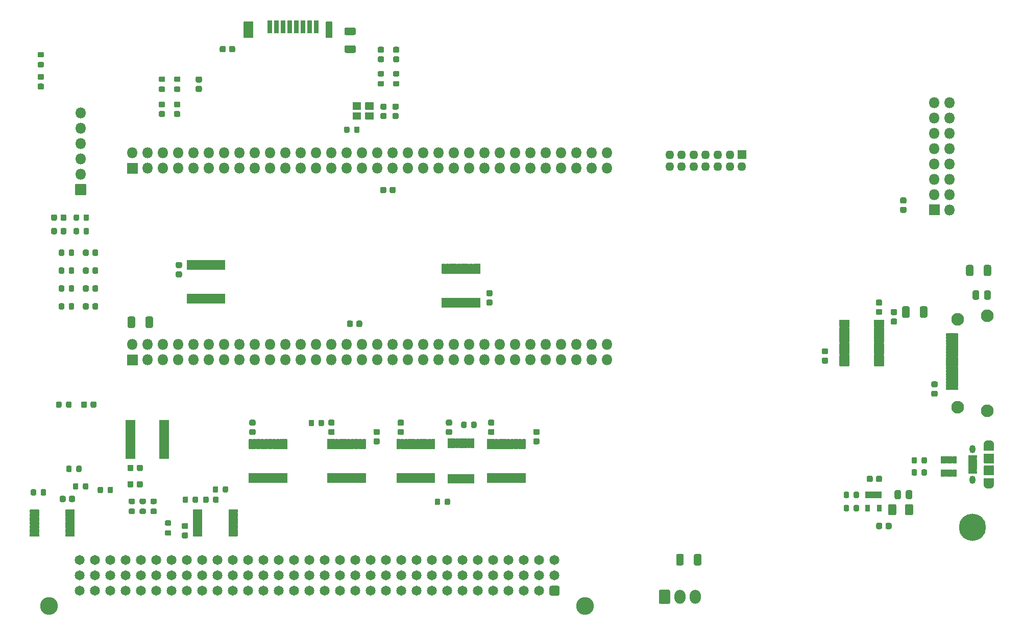
<source format=gbr>
G04 #@! TF.GenerationSoftware,KiCad,Pcbnew,5.1.9+dfsg1-1~bpo10+1*
G04 #@! TF.CreationDate,2023-04-04T12:39:48+02:00*
G04 #@! TF.ProjectId,nubus-to-ztex,6e756275-732d-4746-9f2d-7a7465782e6b,rev?*
G04 #@! TF.SameCoordinates,Original*
G04 #@! TF.FileFunction,Soldermask,Top*
G04 #@! TF.FilePolarity,Negative*
%FSLAX46Y46*%
G04 Gerber Fmt 4.6, Leading zero omitted, Abs format (unit mm)*
G04 Created by KiCad (PCBNEW 5.1.9+dfsg1-1~bpo10+1) date 2023-04-04 12:39:48*
%MOMM*%
%LPD*%
G01*
G04 APERTURE LIST*
%ADD10C,4.502000*%
%ADD11O,1.652000X0.992000*%
%ADD12O,1.052000X1.352000*%
%ADD13O,1.802000X1.802000*%
%ADD14O,1.452000X1.452000*%
%ADD15O,1.842000X2.302000*%
%ADD16C,2.102000*%
%ADD17C,2.952000*%
%ADD18C,1.652000*%
%ADD19C,0.100000*%
G04 APERTURE END LIST*
G36*
G01*
X130714000Y-82635500D02*
X130714000Y-82084500D01*
G75*
G02*
X130964500Y-81834000I250500J0D01*
G01*
X131465500Y-81834000D01*
G75*
G02*
X131716000Y-82084500I0J-250500D01*
G01*
X131716000Y-82635500D01*
G75*
G02*
X131465500Y-82886000I-250500J0D01*
G01*
X130964500Y-82886000D01*
G75*
G02*
X130714000Y-82635500I0J250500D01*
G01*
G37*
G36*
G01*
X129164000Y-82635500D02*
X129164000Y-82084500D01*
G75*
G02*
X129414500Y-81834000I250500J0D01*
G01*
X129915500Y-81834000D01*
G75*
G02*
X130166000Y-82084500I0J-250500D01*
G01*
X130166000Y-82635500D01*
G75*
G02*
X129915500Y-82886000I-250500J0D01*
G01*
X129414500Y-82886000D01*
G75*
G02*
X129164000Y-82635500I0J250500D01*
G01*
G37*
G36*
G01*
X118079000Y-38440084D02*
X118079000Y-37876584D01*
G75*
G02*
X118323250Y-37632334I244250J0D01*
G01*
X118811750Y-37632334D01*
G75*
G02*
X119056000Y-37876584I0J-244250D01*
G01*
X119056000Y-38440084D01*
G75*
G02*
X118811750Y-38684334I-244250J0D01*
G01*
X118323250Y-38684334D01*
G75*
G02*
X118079000Y-38440084I0J244250D01*
G01*
G37*
G36*
G01*
X116504000Y-38440084D02*
X116504000Y-37876584D01*
G75*
G02*
X116748250Y-37632334I244250J0D01*
G01*
X117236750Y-37632334D01*
G75*
G02*
X117481000Y-37876584I0J-244250D01*
G01*
X117481000Y-38440084D01*
G75*
G02*
X117236750Y-38684334I-244250J0D01*
G01*
X116748250Y-38684334D01*
G75*
G02*
X116504000Y-38440084I0J244250D01*
G01*
G37*
G36*
G01*
X118079000Y-40691750D02*
X118079000Y-40128250D01*
G75*
G02*
X118323250Y-39884000I244250J0D01*
G01*
X118811750Y-39884000D01*
G75*
G02*
X119056000Y-40128250I0J-244250D01*
G01*
X119056000Y-40691750D01*
G75*
G02*
X118811750Y-40936000I-244250J0D01*
G01*
X118323250Y-40936000D01*
G75*
G02*
X118079000Y-40691750I0J244250D01*
G01*
G37*
G36*
G01*
X116504000Y-40691750D02*
X116504000Y-40128250D01*
G75*
G02*
X116748250Y-39884000I244250J0D01*
G01*
X117236750Y-39884000D01*
G75*
G02*
X117481000Y-40128250I0J-244250D01*
G01*
X117481000Y-40691750D01*
G75*
G02*
X117236750Y-40936000I-244250J0D01*
G01*
X116748250Y-40936000D01*
G75*
G02*
X116504000Y-40691750I0J244250D01*
G01*
G37*
G36*
G01*
X122753634Y-43695292D02*
X122753634Y-44258792D01*
G75*
G02*
X122509384Y-44503042I-244250J0D01*
G01*
X122020884Y-44503042D01*
G75*
G02*
X121776634Y-44258792I0J244250D01*
G01*
X121776634Y-43695292D01*
G75*
G02*
X122020884Y-43451042I244250J0D01*
G01*
X122509384Y-43451042D01*
G75*
G02*
X122753634Y-43695292I0J-244250D01*
G01*
G37*
G36*
G01*
X124328634Y-43695292D02*
X124328634Y-44258792D01*
G75*
G02*
X124084384Y-44503042I-244250J0D01*
G01*
X123595884Y-44503042D01*
G75*
G02*
X123351634Y-44258792I0J244250D01*
G01*
X123351634Y-43695292D01*
G75*
G02*
X123595884Y-43451042I244250J0D01*
G01*
X124084384Y-43451042D01*
G75*
G02*
X124328634Y-43695292I0J-244250D01*
G01*
G37*
G36*
G01*
X122753634Y-46661958D02*
X122753634Y-47225458D01*
G75*
G02*
X122509384Y-47469708I-244250J0D01*
G01*
X122020884Y-47469708D01*
G75*
G02*
X121776634Y-47225458I0J244250D01*
G01*
X121776634Y-46661958D01*
G75*
G02*
X122020884Y-46417708I244250J0D01*
G01*
X122509384Y-46417708D01*
G75*
G02*
X122753634Y-46661958I0J-244250D01*
G01*
G37*
G36*
G01*
X124328634Y-46661958D02*
X124328634Y-47225458D01*
G75*
G02*
X124084384Y-47469708I-244250J0D01*
G01*
X123595884Y-47469708D01*
G75*
G02*
X123351634Y-47225458I0J244250D01*
G01*
X123351634Y-46661958D01*
G75*
G02*
X123595884Y-46417708I244250J0D01*
G01*
X124084384Y-46417708D01*
G75*
G02*
X124328634Y-46661958I0J-244250D01*
G01*
G37*
G36*
G01*
X122753634Y-49628624D02*
X122753634Y-50192124D01*
G75*
G02*
X122509384Y-50436374I-244250J0D01*
G01*
X122020884Y-50436374D01*
G75*
G02*
X121776634Y-50192124I0J244250D01*
G01*
X121776634Y-49628624D01*
G75*
G02*
X122020884Y-49384374I244250J0D01*
G01*
X122509384Y-49384374D01*
G75*
G02*
X122753634Y-49628624I0J-244250D01*
G01*
G37*
G36*
G01*
X124328634Y-49628624D02*
X124328634Y-50192124D01*
G75*
G02*
X124084384Y-50436374I-244250J0D01*
G01*
X123595884Y-50436374D01*
G75*
G02*
X123351634Y-50192124I0J244250D01*
G01*
X123351634Y-49628624D01*
G75*
G02*
X123595884Y-49384374I244250J0D01*
G01*
X124084384Y-49384374D01*
G75*
G02*
X124328634Y-49628624I0J-244250D01*
G01*
G37*
G36*
G01*
X122753634Y-52595292D02*
X122753634Y-53158792D01*
G75*
G02*
X122509384Y-53403042I-244250J0D01*
G01*
X122020884Y-53403042D01*
G75*
G02*
X121776634Y-53158792I0J244250D01*
G01*
X121776634Y-52595292D01*
G75*
G02*
X122020884Y-52351042I244250J0D01*
G01*
X122509384Y-52351042D01*
G75*
G02*
X122753634Y-52595292I0J-244250D01*
G01*
G37*
G36*
G01*
X124328634Y-52595292D02*
X124328634Y-53158792D01*
G75*
G02*
X124084384Y-53403042I-244250J0D01*
G01*
X123595884Y-53403042D01*
G75*
G02*
X123351634Y-53158792I0J244250D01*
G01*
X123351634Y-52595292D01*
G75*
G02*
X123595884Y-52351042I244250J0D01*
G01*
X124084384Y-52351042D01*
G75*
G02*
X124328634Y-52595292I0J-244250D01*
G01*
G37*
G36*
G01*
X170922439Y-11430035D02*
X171485939Y-11430035D01*
G75*
G02*
X171730189Y-11674285I0J-244250D01*
G01*
X171730189Y-12162785D01*
G75*
G02*
X171485939Y-12407035I-244250J0D01*
G01*
X170922439Y-12407035D01*
G75*
G02*
X170678189Y-12162785I0J244250D01*
G01*
X170678189Y-11674285D01*
G75*
G02*
X170922439Y-11430035I244250J0D01*
G01*
G37*
G36*
G01*
X170922439Y-9855035D02*
X171485939Y-9855035D01*
G75*
G02*
X171730189Y-10099285I0J-244250D01*
G01*
X171730189Y-10587785D01*
G75*
G02*
X171485939Y-10832035I-244250J0D01*
G01*
X170922439Y-10832035D01*
G75*
G02*
X170678189Y-10587785I0J244250D01*
G01*
X170678189Y-10099285D01*
G75*
G02*
X170922439Y-9855035I244250J0D01*
G01*
G37*
G36*
G01*
X173462439Y-11430035D02*
X174025939Y-11430035D01*
G75*
G02*
X174270189Y-11674285I0J-244250D01*
G01*
X174270189Y-12162785D01*
G75*
G02*
X174025939Y-12407035I-244250J0D01*
G01*
X173462439Y-12407035D01*
G75*
G02*
X173218189Y-12162785I0J244250D01*
G01*
X173218189Y-11674285D01*
G75*
G02*
X173462439Y-11430035I244250J0D01*
G01*
G37*
G36*
G01*
X173462439Y-9855035D02*
X174025939Y-9855035D01*
G75*
G02*
X174270189Y-10099285I0J-244250D01*
G01*
X174270189Y-10587785D01*
G75*
G02*
X174025939Y-10832035I-244250J0D01*
G01*
X173462439Y-10832035D01*
G75*
G02*
X173218189Y-10587785I0J244250D01*
G01*
X173218189Y-10099285D01*
G75*
G02*
X173462439Y-9855035I244250J0D01*
G01*
G37*
G36*
G01*
X122461000Y-68868250D02*
X122461000Y-69431750D01*
G75*
G02*
X122216750Y-69676000I-244250J0D01*
G01*
X121728250Y-69676000D01*
G75*
G02*
X121484000Y-69431750I0J244250D01*
G01*
X121484000Y-68868250D01*
G75*
G02*
X121728250Y-68624000I244250J0D01*
G01*
X122216750Y-68624000D01*
G75*
G02*
X122461000Y-68868250I0J-244250D01*
G01*
G37*
G36*
G01*
X124036000Y-68868250D02*
X124036000Y-69431750D01*
G75*
G02*
X123791750Y-69676000I-244250J0D01*
G01*
X123303250Y-69676000D01*
G75*
G02*
X123059000Y-69431750I0J244250D01*
G01*
X123059000Y-68868250D01*
G75*
G02*
X123303250Y-68624000I244250J0D01*
G01*
X123791750Y-68624000D01*
G75*
G02*
X124036000Y-68868250I0J-244250D01*
G01*
G37*
G36*
G01*
X137691750Y-19911293D02*
X137128250Y-19911293D01*
G75*
G02*
X136884000Y-19667043I0J244250D01*
G01*
X136884000Y-19178543D01*
G75*
G02*
X137128250Y-18934293I244250J0D01*
G01*
X137691750Y-18934293D01*
G75*
G02*
X137936000Y-19178543I0J-244250D01*
G01*
X137936000Y-19667043D01*
G75*
G02*
X137691750Y-19911293I-244250J0D01*
G01*
G37*
G36*
G01*
X137691750Y-21486293D02*
X137128250Y-21486293D01*
G75*
G02*
X136884000Y-21242043I0J244250D01*
G01*
X136884000Y-20753543D01*
G75*
G02*
X137128250Y-20509293I244250J0D01*
G01*
X137691750Y-20509293D01*
G75*
G02*
X137936000Y-20753543I0J-244250D01*
G01*
X137936000Y-21242043D01*
G75*
G02*
X137691750Y-21486293I-244250J0D01*
G01*
G37*
G36*
G01*
X135161750Y-19911293D02*
X134598250Y-19911293D01*
G75*
G02*
X134354000Y-19667043I0J244250D01*
G01*
X134354000Y-19178543D01*
G75*
G02*
X134598250Y-18934293I244250J0D01*
G01*
X135161750Y-18934293D01*
G75*
G02*
X135406000Y-19178543I0J-244250D01*
G01*
X135406000Y-19667043D01*
G75*
G02*
X135161750Y-19911293I-244250J0D01*
G01*
G37*
G36*
G01*
X135161750Y-21486293D02*
X134598250Y-21486293D01*
G75*
G02*
X134354000Y-21242043I0J244250D01*
G01*
X134354000Y-20753543D01*
G75*
G02*
X134598250Y-20509293I244250J0D01*
G01*
X135161750Y-20509293D01*
G75*
G02*
X135406000Y-20753543I0J-244250D01*
G01*
X135406000Y-21242043D01*
G75*
G02*
X135161750Y-21486293I-244250J0D01*
G01*
G37*
G36*
G01*
X115081750Y-15351000D02*
X114518250Y-15351000D01*
G75*
G02*
X114274000Y-15106750I0J244250D01*
G01*
X114274000Y-14618250D01*
G75*
G02*
X114518250Y-14374000I244250J0D01*
G01*
X115081750Y-14374000D01*
G75*
G02*
X115326000Y-14618250I0J-244250D01*
G01*
X115326000Y-15106750D01*
G75*
G02*
X115081750Y-15351000I-244250J0D01*
G01*
G37*
G36*
G01*
X115081750Y-16926000D02*
X114518250Y-16926000D01*
G75*
G02*
X114274000Y-16681750I0J244250D01*
G01*
X114274000Y-16193250D01*
G75*
G02*
X114518250Y-15949000I244250J0D01*
G01*
X115081750Y-15949000D01*
G75*
G02*
X115326000Y-16193250I0J-244250D01*
G01*
X115326000Y-16681750D01*
G75*
G02*
X115081750Y-16926000I-244250J0D01*
G01*
G37*
G36*
G01*
X166759000Y-23900500D02*
X166759000Y-23299500D01*
G75*
G02*
X166984500Y-23074000I225500J0D01*
G01*
X167435500Y-23074000D01*
G75*
G02*
X167661000Y-23299500I0J-225500D01*
G01*
X167661000Y-23900500D01*
G75*
G02*
X167435500Y-24126000I-225500J0D01*
G01*
X166984500Y-24126000D01*
G75*
G02*
X166759000Y-23900500I0J225500D01*
G01*
G37*
G36*
G01*
X165109000Y-23900500D02*
X165109000Y-23299500D01*
G75*
G02*
X165334500Y-23074000I225500J0D01*
G01*
X165785500Y-23074000D01*
G75*
G02*
X166011000Y-23299500I0J-225500D01*
G01*
X166011000Y-23900500D01*
G75*
G02*
X165785500Y-24126000I-225500J0D01*
G01*
X165334500Y-24126000D01*
G75*
G02*
X165109000Y-23900500I0J225500D01*
G01*
G37*
G36*
G01*
X134579500Y-16434293D02*
X135180500Y-16434293D01*
G75*
G02*
X135406000Y-16659793I0J-225500D01*
G01*
X135406000Y-17110793D01*
G75*
G02*
X135180500Y-17336293I-225500J0D01*
G01*
X134579500Y-17336293D01*
G75*
G02*
X134354000Y-17110793I0J225500D01*
G01*
X134354000Y-16659793D01*
G75*
G02*
X134579500Y-16434293I225500J0D01*
G01*
G37*
G36*
G01*
X134579500Y-14784293D02*
X135180500Y-14784293D01*
G75*
G02*
X135406000Y-15009793I0J-225500D01*
G01*
X135406000Y-15460793D01*
G75*
G02*
X135180500Y-15686293I-225500J0D01*
G01*
X134579500Y-15686293D01*
G75*
G02*
X134354000Y-15460793I0J225500D01*
G01*
X134354000Y-15009793D01*
G75*
G02*
X134579500Y-14784293I225500J0D01*
G01*
G37*
G36*
G01*
X137119500Y-16434293D02*
X137720500Y-16434293D01*
G75*
G02*
X137946000Y-16659793I0J-225500D01*
G01*
X137946000Y-17110793D01*
G75*
G02*
X137720500Y-17336293I-225500J0D01*
G01*
X137119500Y-17336293D01*
G75*
G02*
X136894000Y-17110793I0J225500D01*
G01*
X136894000Y-16659793D01*
G75*
G02*
X137119500Y-16434293I225500J0D01*
G01*
G37*
G36*
G01*
X137119500Y-14784293D02*
X137720500Y-14784293D01*
G75*
G02*
X137946000Y-15009793I0J-225500D01*
G01*
X137946000Y-15460793D01*
G75*
G02*
X137720500Y-15686293I-225500J0D01*
G01*
X137119500Y-15686293D01*
G75*
G02*
X136894000Y-15460793I0J225500D01*
G01*
X136894000Y-15009793D01*
G75*
G02*
X137119500Y-14784293I225500J0D01*
G01*
G37*
G36*
G01*
X118984000Y-69450500D02*
X118984000Y-68849500D01*
G75*
G02*
X119209500Y-68624000I225500J0D01*
G01*
X119660500Y-68624000D01*
G75*
G02*
X119886000Y-68849500I0J-225500D01*
G01*
X119886000Y-69450500D01*
G75*
G02*
X119660500Y-69676000I-225500J0D01*
G01*
X119209500Y-69676000D01*
G75*
G02*
X118984000Y-69450500I0J225500D01*
G01*
G37*
G36*
G01*
X117334000Y-69450500D02*
X117334000Y-68849500D01*
G75*
G02*
X117559500Y-68624000I225500J0D01*
G01*
X118010500Y-68624000D01*
G75*
G02*
X118236000Y-68849500I0J-225500D01*
G01*
X118236000Y-69450500D01*
G75*
G02*
X118010500Y-69676000I-225500J0D01*
G01*
X117559500Y-69676000D01*
G75*
G02*
X117334000Y-69450500I0J225500D01*
G01*
G37*
G36*
G01*
X174044689Y-14787035D02*
X173443689Y-14787035D01*
G75*
G02*
X173218189Y-14561535I0J225500D01*
G01*
X173218189Y-14110535D01*
G75*
G02*
X173443689Y-13885035I225500J0D01*
G01*
X174044689Y-13885035D01*
G75*
G02*
X174270189Y-14110535I0J-225500D01*
G01*
X174270189Y-14561535D01*
G75*
G02*
X174044689Y-14787035I-225500J0D01*
G01*
G37*
G36*
G01*
X174044689Y-16437035D02*
X173443689Y-16437035D01*
G75*
G02*
X173218189Y-16211535I0J225500D01*
G01*
X173218189Y-15760535D01*
G75*
G02*
X173443689Y-15535035I225500J0D01*
G01*
X174044689Y-15535035D01*
G75*
G02*
X174270189Y-15760535I0J-225500D01*
G01*
X174270189Y-16211535D01*
G75*
G02*
X174044689Y-16437035I-225500J0D01*
G01*
G37*
G36*
G01*
X171504689Y-14787035D02*
X170903689Y-14787035D01*
G75*
G02*
X170678189Y-14561535I0J225500D01*
G01*
X170678189Y-14110535D01*
G75*
G02*
X170903689Y-13885035I225500J0D01*
G01*
X171504689Y-13885035D01*
G75*
G02*
X171730189Y-14110535I0J-225500D01*
G01*
X171730189Y-14561535D01*
G75*
G02*
X171504689Y-14787035I-225500J0D01*
G01*
G37*
G36*
G01*
X171504689Y-16437035D02*
X170903689Y-16437035D01*
G75*
G02*
X170678189Y-16211535I0J225500D01*
G01*
X170678189Y-15760535D01*
G75*
G02*
X170903689Y-15535035I225500J0D01*
G01*
X171504689Y-15535035D01*
G75*
G02*
X171730189Y-15760535I0J-225500D01*
G01*
X171730189Y-16211535D01*
G75*
G02*
X171504689Y-16437035I-225500J0D01*
G01*
G37*
G36*
G01*
X114026000Y-83399500D02*
X114026000Y-84000500D01*
G75*
G02*
X113800500Y-84226000I-225500J0D01*
G01*
X113349500Y-84226000D01*
G75*
G02*
X113124000Y-84000500I0J225500D01*
G01*
X113124000Y-83399500D01*
G75*
G02*
X113349500Y-83174000I225500J0D01*
G01*
X113800500Y-83174000D01*
G75*
G02*
X114026000Y-83399500I0J-225500D01*
G01*
G37*
G36*
G01*
X115676000Y-83399500D02*
X115676000Y-84000500D01*
G75*
G02*
X115450500Y-84226000I-225500J0D01*
G01*
X114999500Y-84226000D01*
G75*
G02*
X114774000Y-84000500I0J225500D01*
G01*
X114774000Y-83399500D01*
G75*
G02*
X114999500Y-83174000I225500J0D01*
G01*
X115450500Y-83174000D01*
G75*
G02*
X115676000Y-83399500I0J-225500D01*
G01*
G37*
G36*
G01*
X120674000Y-80100500D02*
X120674000Y-79499500D01*
G75*
G02*
X120899500Y-79274000I225500J0D01*
G01*
X121350500Y-79274000D01*
G75*
G02*
X121576000Y-79499500I0J-225500D01*
G01*
X121576000Y-80100500D01*
G75*
G02*
X121350500Y-80326000I-225500J0D01*
G01*
X120899500Y-80326000D01*
G75*
G02*
X120674000Y-80100500I0J225500D01*
G01*
G37*
G36*
G01*
X119024000Y-80100500D02*
X119024000Y-79499500D01*
G75*
G02*
X119249500Y-79274000I225500J0D01*
G01*
X119700500Y-79274000D01*
G75*
G02*
X119926000Y-79499500I0J-225500D01*
G01*
X119926000Y-80100500D01*
G75*
G02*
X119700500Y-80326000I-225500J0D01*
G01*
X119249500Y-80326000D01*
G75*
G02*
X119024000Y-80100500I0J225500D01*
G01*
G37*
G36*
G01*
X125126000Y-82999500D02*
X125126000Y-83600500D01*
G75*
G02*
X124900500Y-83826000I-225500J0D01*
G01*
X124449500Y-83826000D01*
G75*
G02*
X124224000Y-83600500I0J225500D01*
G01*
X124224000Y-82999500D01*
G75*
G02*
X124449500Y-82774000I225500J0D01*
G01*
X124900500Y-82774000D01*
G75*
G02*
X125126000Y-82999500I0J-225500D01*
G01*
G37*
G36*
G01*
X126776000Y-82999500D02*
X126776000Y-83600500D01*
G75*
G02*
X126550500Y-83826000I-225500J0D01*
G01*
X126099500Y-83826000D01*
G75*
G02*
X125874000Y-83600500I0J225500D01*
G01*
X125874000Y-82999500D01*
G75*
G02*
X126099500Y-82774000I225500J0D01*
G01*
X126550500Y-82774000D01*
G75*
G02*
X126776000Y-82999500I0J-225500D01*
G01*
G37*
G36*
G01*
X121774000Y-83000500D02*
X121774000Y-82399500D01*
G75*
G02*
X121999500Y-82174000I225500J0D01*
G01*
X122450500Y-82174000D01*
G75*
G02*
X122676000Y-82399500I0J-225500D01*
G01*
X122676000Y-83000500D01*
G75*
G02*
X122450500Y-83226000I-225500J0D01*
G01*
X121999500Y-83226000D01*
G75*
G02*
X121774000Y-83000500I0J225500D01*
G01*
G37*
G36*
G01*
X120124000Y-83000500D02*
X120124000Y-82399500D01*
G75*
G02*
X120349500Y-82174000I225500J0D01*
G01*
X120800500Y-82174000D01*
G75*
G02*
X121026000Y-82399500I0J-225500D01*
G01*
X121026000Y-83000500D01*
G75*
G02*
X120800500Y-83226000I-225500J0D01*
G01*
X120349500Y-83226000D01*
G75*
G02*
X120124000Y-83000500I0J225500D01*
G01*
G37*
G36*
G01*
X181786661Y-85555997D02*
X181786661Y-84954997D01*
G75*
G02*
X182012161Y-84729497I225500J0D01*
G01*
X182463161Y-84729497D01*
G75*
G02*
X182688661Y-84954997I0J-225500D01*
G01*
X182688661Y-85555997D01*
G75*
G02*
X182463161Y-85781497I-225500J0D01*
G01*
X182012161Y-85781497D01*
G75*
G02*
X181786661Y-85555997I0J225500D01*
G01*
G37*
G36*
G01*
X180136661Y-85555997D02*
X180136661Y-84954997D01*
G75*
G02*
X180362161Y-84729497I225500J0D01*
G01*
X180813161Y-84729497D01*
G75*
G02*
X181038661Y-84954997I0J-225500D01*
G01*
X181038661Y-85555997D01*
G75*
G02*
X180813161Y-85781497I-225500J0D01*
G01*
X180362161Y-85781497D01*
G75*
G02*
X180136661Y-85555997I0J225500D01*
G01*
G37*
G36*
G01*
X185426000Y-72199500D02*
X185426000Y-72800500D01*
G75*
G02*
X185200500Y-73026000I-225500J0D01*
G01*
X184749500Y-73026000D01*
G75*
G02*
X184524000Y-72800500I0J225500D01*
G01*
X184524000Y-72199500D01*
G75*
G02*
X184749500Y-71974000I225500J0D01*
G01*
X185200500Y-71974000D01*
G75*
G02*
X185426000Y-72199500I0J-225500D01*
G01*
G37*
G36*
G01*
X187076000Y-72199500D02*
X187076000Y-72800500D01*
G75*
G02*
X186850500Y-73026000I-225500J0D01*
G01*
X186399500Y-73026000D01*
G75*
G02*
X186174000Y-72800500I0J225500D01*
G01*
X186174000Y-72199500D01*
G75*
G02*
X186399500Y-71974000I225500J0D01*
G01*
X186850500Y-71974000D01*
G75*
G02*
X187076000Y-72199500I0J-225500D01*
G01*
G37*
G36*
G01*
X142626000Y-84599500D02*
X142626000Y-85200500D01*
G75*
G02*
X142400500Y-85426000I-225500J0D01*
G01*
X141949500Y-85426000D01*
G75*
G02*
X141724000Y-85200500I0J225500D01*
G01*
X141724000Y-84599500D01*
G75*
G02*
X141949500Y-84374000I225500J0D01*
G01*
X142400500Y-84374000D01*
G75*
G02*
X142626000Y-84599500I0J-225500D01*
G01*
G37*
G36*
G01*
X144276000Y-84599500D02*
X144276000Y-85200500D01*
G75*
G02*
X144050500Y-85426000I-225500J0D01*
G01*
X143599500Y-85426000D01*
G75*
G02*
X143374000Y-85200500I0J225500D01*
G01*
X143374000Y-84599500D01*
G75*
G02*
X143599500Y-84374000I225500J0D01*
G01*
X144050500Y-84374000D01*
G75*
G02*
X144276000Y-84599500I0J-225500D01*
G01*
G37*
G36*
G01*
X144974000Y-83500500D02*
X144974000Y-82899500D01*
G75*
G02*
X145199500Y-82674000I225500J0D01*
G01*
X145650500Y-82674000D01*
G75*
G02*
X145876000Y-82899500I0J-225500D01*
G01*
X145876000Y-83500500D01*
G75*
G02*
X145650500Y-83726000I-225500J0D01*
G01*
X145199500Y-83726000D01*
G75*
G02*
X144974000Y-83500500I0J225500D01*
G01*
G37*
G36*
G01*
X143324000Y-83500500D02*
X143324000Y-82899500D01*
G75*
G02*
X143549500Y-82674000I225500J0D01*
G01*
X144000500Y-82674000D01*
G75*
G02*
X144226000Y-82899500I0J-225500D01*
G01*
X144226000Y-83500500D01*
G75*
G02*
X144000500Y-83726000I-225500J0D01*
G01*
X143549500Y-83726000D01*
G75*
G02*
X143324000Y-83500500I0J225500D01*
G01*
G37*
G36*
G01*
X136200500Y-89226000D02*
X135599500Y-89226000D01*
G75*
G02*
X135374000Y-89000500I0J225500D01*
G01*
X135374000Y-88549500D01*
G75*
G02*
X135599500Y-88324000I225500J0D01*
G01*
X136200500Y-88324000D01*
G75*
G02*
X136426000Y-88549500I0J-225500D01*
G01*
X136426000Y-89000500D01*
G75*
G02*
X136200500Y-89226000I-225500J0D01*
G01*
G37*
G36*
G01*
X136200500Y-90876000D02*
X135599500Y-90876000D01*
G75*
G02*
X135374000Y-90650500I0J225500D01*
G01*
X135374000Y-90199500D01*
G75*
G02*
X135599500Y-89974000I225500J0D01*
G01*
X136200500Y-89974000D01*
G75*
G02*
X136426000Y-90199500I0J-225500D01*
G01*
X136426000Y-90650500D01*
G75*
G02*
X136200500Y-90876000I-225500J0D01*
G01*
G37*
G36*
G01*
X139226000Y-84599500D02*
X139226000Y-85200500D01*
G75*
G02*
X139000500Y-85426000I-225500J0D01*
G01*
X138549500Y-85426000D01*
G75*
G02*
X138324000Y-85200500I0J225500D01*
G01*
X138324000Y-84599500D01*
G75*
G02*
X138549500Y-84374000I225500J0D01*
G01*
X139000500Y-84374000D01*
G75*
G02*
X139226000Y-84599500I0J-225500D01*
G01*
G37*
G36*
G01*
X140876000Y-84599500D02*
X140876000Y-85200500D01*
G75*
G02*
X140650500Y-85426000I-225500J0D01*
G01*
X140199500Y-85426000D01*
G75*
G02*
X139974000Y-85200500I0J225500D01*
G01*
X139974000Y-84599500D01*
G75*
G02*
X140199500Y-84374000I225500J0D01*
G01*
X140650500Y-84374000D01*
G75*
G02*
X140876000Y-84599500I0J-225500D01*
G01*
G37*
G36*
G01*
X114499500Y-12374000D02*
X115100500Y-12374000D01*
G75*
G02*
X115326000Y-12599500I0J-225500D01*
G01*
X115326000Y-13050500D01*
G75*
G02*
X115100500Y-13276000I-225500J0D01*
G01*
X114499500Y-13276000D01*
G75*
G02*
X114274000Y-13050500I0J225500D01*
G01*
X114274000Y-12599500D01*
G75*
G02*
X114499500Y-12374000I225500J0D01*
G01*
G37*
G36*
G01*
X114499500Y-10724000D02*
X115100500Y-10724000D01*
G75*
G02*
X115326000Y-10949500I0J-225500D01*
G01*
X115326000Y-11400500D01*
G75*
G02*
X115100500Y-11626000I-225500J0D01*
G01*
X114499500Y-11626000D01*
G75*
G02*
X114274000Y-11400500I0J225500D01*
G01*
X114274000Y-10949500D01*
G75*
G02*
X114499500Y-10724000I225500J0D01*
G01*
G37*
G36*
G01*
X119426634Y-53177542D02*
X119426634Y-52576542D01*
G75*
G02*
X119652134Y-52351042I225500J0D01*
G01*
X120103134Y-52351042D01*
G75*
G02*
X120328634Y-52576542I0J-225500D01*
G01*
X120328634Y-53177542D01*
G75*
G02*
X120103134Y-53403042I-225500J0D01*
G01*
X119652134Y-53403042D01*
G75*
G02*
X119426634Y-53177542I0J225500D01*
G01*
G37*
G36*
G01*
X117776634Y-53177542D02*
X117776634Y-52576542D01*
G75*
G02*
X118002134Y-52351042I225500J0D01*
G01*
X118453134Y-52351042D01*
G75*
G02*
X118678634Y-52576542I0J-225500D01*
G01*
X118678634Y-53177542D01*
G75*
G02*
X118453134Y-53403042I-225500J0D01*
G01*
X118002134Y-53403042D01*
G75*
G02*
X117776634Y-53177542I0J225500D01*
G01*
G37*
G36*
G01*
X119426634Y-44277542D02*
X119426634Y-43676542D01*
G75*
G02*
X119652134Y-43451042I225500J0D01*
G01*
X120103134Y-43451042D01*
G75*
G02*
X120328634Y-43676542I0J-225500D01*
G01*
X120328634Y-44277542D01*
G75*
G02*
X120103134Y-44503042I-225500J0D01*
G01*
X119652134Y-44503042D01*
G75*
G02*
X119426634Y-44277542I0J225500D01*
G01*
G37*
G36*
G01*
X117776634Y-44277542D02*
X117776634Y-43676542D01*
G75*
G02*
X118002134Y-43451042I225500J0D01*
G01*
X118453134Y-43451042D01*
G75*
G02*
X118678634Y-43676542I0J-225500D01*
G01*
X118678634Y-44277542D01*
G75*
G02*
X118453134Y-44503042I-225500J0D01*
G01*
X118002134Y-44503042D01*
G75*
G02*
X117776634Y-44277542I0J225500D01*
G01*
G37*
G36*
G01*
X119426634Y-47244208D02*
X119426634Y-46643208D01*
G75*
G02*
X119652134Y-46417708I225500J0D01*
G01*
X120103134Y-46417708D01*
G75*
G02*
X120328634Y-46643208I0J-225500D01*
G01*
X120328634Y-47244208D01*
G75*
G02*
X120103134Y-47469708I-225500J0D01*
G01*
X119652134Y-47469708D01*
G75*
G02*
X119426634Y-47244208I0J225500D01*
G01*
G37*
G36*
G01*
X117776634Y-47244208D02*
X117776634Y-46643208D01*
G75*
G02*
X118002134Y-46417708I225500J0D01*
G01*
X118453134Y-46417708D01*
G75*
G02*
X118678634Y-46643208I0J-225500D01*
G01*
X118678634Y-47244208D01*
G75*
G02*
X118453134Y-47469708I-225500J0D01*
G01*
X118002134Y-47469708D01*
G75*
G02*
X117776634Y-47244208I0J225500D01*
G01*
G37*
G36*
G01*
X119426634Y-50210874D02*
X119426634Y-49609874D01*
G75*
G02*
X119652134Y-49384374I225500J0D01*
G01*
X120103134Y-49384374D01*
G75*
G02*
X120328634Y-49609874I0J-225500D01*
G01*
X120328634Y-50210874D01*
G75*
G02*
X120103134Y-50436374I-225500J0D01*
G01*
X119652134Y-50436374D01*
G75*
G02*
X119426634Y-50210874I0J225500D01*
G01*
G37*
G36*
G01*
X117776634Y-50210874D02*
X117776634Y-49609874D01*
G75*
G02*
X118002134Y-49384374I225500J0D01*
G01*
X118453134Y-49384374D01*
G75*
G02*
X118678634Y-49609874I0J-225500D01*
G01*
X118678634Y-50210874D01*
G75*
G02*
X118453134Y-50436374I-225500J0D01*
G01*
X118002134Y-50436374D01*
G75*
G02*
X117776634Y-50210874I0J225500D01*
G01*
G37*
G36*
G01*
X131998342Y-85633091D02*
X131397342Y-85633091D01*
G75*
G02*
X131171842Y-85407591I0J225500D01*
G01*
X131171842Y-84956591D01*
G75*
G02*
X131397342Y-84731091I225500J0D01*
G01*
X131998342Y-84731091D01*
G75*
G02*
X132223842Y-84956591I0J-225500D01*
G01*
X132223842Y-85407591D01*
G75*
G02*
X131998342Y-85633091I-225500J0D01*
G01*
G37*
G36*
G01*
X131998342Y-87283091D02*
X131397342Y-87283091D01*
G75*
G02*
X131171842Y-87057591I0J225500D01*
G01*
X131171842Y-86606591D01*
G75*
G02*
X131397342Y-86381091I225500J0D01*
G01*
X131998342Y-86381091D01*
G75*
G02*
X132223842Y-86606591I0J-225500D01*
G01*
X132223842Y-87057591D01*
G75*
G02*
X131998342Y-87283091I-225500J0D01*
G01*
G37*
G36*
G01*
X130198342Y-85633091D02*
X129597342Y-85633091D01*
G75*
G02*
X129371842Y-85407591I0J225500D01*
G01*
X129371842Y-84956591D01*
G75*
G02*
X129597342Y-84731091I225500J0D01*
G01*
X130198342Y-84731091D01*
G75*
G02*
X130423842Y-84956591I0J-225500D01*
G01*
X130423842Y-85407591D01*
G75*
G02*
X130198342Y-85633091I-225500J0D01*
G01*
G37*
G36*
G01*
X130198342Y-87283091D02*
X129597342Y-87283091D01*
G75*
G02*
X129371842Y-87057591I0J225500D01*
G01*
X129371842Y-86606591D01*
G75*
G02*
X129597342Y-86381091I225500J0D01*
G01*
X130198342Y-86381091D01*
G75*
G02*
X130423842Y-86606591I0J-225500D01*
G01*
X130423842Y-87057591D01*
G75*
G02*
X130198342Y-87283091I-225500J0D01*
G01*
G37*
G36*
G01*
X133798342Y-85633091D02*
X133197342Y-85633091D01*
G75*
G02*
X132971842Y-85407591I0J225500D01*
G01*
X132971842Y-84956591D01*
G75*
G02*
X133197342Y-84731091I225500J0D01*
G01*
X133798342Y-84731091D01*
G75*
G02*
X134023842Y-84956591I0J-225500D01*
G01*
X134023842Y-85407591D01*
G75*
G02*
X133798342Y-85633091I-225500J0D01*
G01*
G37*
G36*
G01*
X133798342Y-87283091D02*
X133197342Y-87283091D01*
G75*
G02*
X132971842Y-87057591I0J225500D01*
G01*
X132971842Y-86606591D01*
G75*
G02*
X133197342Y-86381091I225500J0D01*
G01*
X133798342Y-86381091D01*
G75*
G02*
X134023842Y-86606591I0J-225500D01*
G01*
X134023842Y-87057591D01*
G75*
G02*
X133798342Y-87283091I-225500J0D01*
G01*
G37*
G36*
G01*
X260126000Y-78094500D02*
X260126000Y-78695500D01*
G75*
G02*
X259900500Y-78921000I-225500J0D01*
G01*
X259449500Y-78921000D01*
G75*
G02*
X259224000Y-78695500I0J225500D01*
G01*
X259224000Y-78094500D01*
G75*
G02*
X259449500Y-77869000I225500J0D01*
G01*
X259900500Y-77869000D01*
G75*
G02*
X260126000Y-78094500I0J-225500D01*
G01*
G37*
G36*
G01*
X261776000Y-78094500D02*
X261776000Y-78695500D01*
G75*
G02*
X261550500Y-78921000I-225500J0D01*
G01*
X261099500Y-78921000D01*
G75*
G02*
X260874000Y-78695500I0J225500D01*
G01*
X260874000Y-78094500D01*
G75*
G02*
X261099500Y-77869000I225500J0D01*
G01*
X261550500Y-77869000D01*
G75*
G02*
X261776000Y-78094500I0J-225500D01*
G01*
G37*
G36*
G01*
X260126000Y-80094500D02*
X260126000Y-80695500D01*
G75*
G02*
X259900500Y-80921000I-225500J0D01*
G01*
X259449500Y-80921000D01*
G75*
G02*
X259224000Y-80695500I0J225500D01*
G01*
X259224000Y-80094500D01*
G75*
G02*
X259449500Y-79869000I225500J0D01*
G01*
X259900500Y-79869000D01*
G75*
G02*
X260126000Y-80094500I0J-225500D01*
G01*
G37*
G36*
G01*
X261776000Y-80094500D02*
X261776000Y-80695500D01*
G75*
G02*
X261550500Y-80921000I-225500J0D01*
G01*
X261099500Y-80921000D01*
G75*
G02*
X260874000Y-80695500I0J225500D01*
G01*
X260874000Y-80094500D01*
G75*
G02*
X261099500Y-79869000I225500J0D01*
G01*
X261550500Y-79869000D01*
G75*
G02*
X261776000Y-80094500I0J-225500D01*
G01*
G37*
G36*
G01*
X248866000Y-86009500D02*
X248866000Y-86610500D01*
G75*
G02*
X248640500Y-86836000I-225500J0D01*
G01*
X248189500Y-86836000D01*
G75*
G02*
X247964000Y-86610500I0J225500D01*
G01*
X247964000Y-86009500D01*
G75*
G02*
X248189500Y-85784000I225500J0D01*
G01*
X248640500Y-85784000D01*
G75*
G02*
X248866000Y-86009500I0J-225500D01*
G01*
G37*
G36*
G01*
X250516000Y-86009500D02*
X250516000Y-86610500D01*
G75*
G02*
X250290500Y-86836000I-225500J0D01*
G01*
X249839500Y-86836000D01*
G75*
G02*
X249614000Y-86610500I0J225500D01*
G01*
X249614000Y-86009500D01*
G75*
G02*
X249839500Y-85784000I225500J0D01*
G01*
X250290500Y-85784000D01*
G75*
G02*
X250516000Y-86009500I0J-225500D01*
G01*
G37*
G36*
G01*
X248866000Y-83809500D02*
X248866000Y-84410500D01*
G75*
G02*
X248640500Y-84636000I-225500J0D01*
G01*
X248189500Y-84636000D01*
G75*
G02*
X247964000Y-84410500I0J225500D01*
G01*
X247964000Y-83809500D01*
G75*
G02*
X248189500Y-83584000I225500J0D01*
G01*
X248640500Y-83584000D01*
G75*
G02*
X248866000Y-83809500I0J-225500D01*
G01*
G37*
G36*
G01*
X250516000Y-83809500D02*
X250516000Y-84410500D01*
G75*
G02*
X250290500Y-84636000I-225500J0D01*
G01*
X249839500Y-84636000D01*
G75*
G02*
X249614000Y-84410500I0J225500D01*
G01*
X249614000Y-83809500D01*
G75*
G02*
X249839500Y-83584000I225500J0D01*
G01*
X250290500Y-83584000D01*
G75*
G02*
X250516000Y-83809500I0J-225500D01*
G01*
G37*
G36*
G01*
X121146000Y-37857834D02*
X121146000Y-38458834D01*
G75*
G02*
X120920500Y-38684334I-225500J0D01*
G01*
X120469500Y-38684334D01*
G75*
G02*
X120244000Y-38458834I0J225500D01*
G01*
X120244000Y-37857834D01*
G75*
G02*
X120469500Y-37632334I225500J0D01*
G01*
X120920500Y-37632334D01*
G75*
G02*
X121146000Y-37857834I0J-225500D01*
G01*
G37*
G36*
G01*
X122796000Y-37857834D02*
X122796000Y-38458834D01*
G75*
G02*
X122570500Y-38684334I-225500J0D01*
G01*
X122119500Y-38684334D01*
G75*
G02*
X121894000Y-38458834I0J225500D01*
G01*
X121894000Y-37857834D01*
G75*
G02*
X122119500Y-37632334I225500J0D01*
G01*
X122570500Y-37632334D01*
G75*
G02*
X122796000Y-37857834I0J-225500D01*
G01*
G37*
G36*
G01*
X121146000Y-40109500D02*
X121146000Y-40710500D01*
G75*
G02*
X120920500Y-40936000I-225500J0D01*
G01*
X120469500Y-40936000D01*
G75*
G02*
X120244000Y-40710500I0J225500D01*
G01*
X120244000Y-40109500D01*
G75*
G02*
X120469500Y-39884000I225500J0D01*
G01*
X120920500Y-39884000D01*
G75*
G02*
X121146000Y-40109500I0J-225500D01*
G01*
G37*
G36*
G01*
X122796000Y-40109500D02*
X122796000Y-40710500D01*
G75*
G02*
X122570500Y-40936000I-225500J0D01*
G01*
X122119500Y-40936000D01*
G75*
G02*
X121894000Y-40710500I0J225500D01*
G01*
X121894000Y-40109500D01*
G75*
G02*
X122119500Y-39884000I225500J0D01*
G01*
X122570500Y-39884000D01*
G75*
G02*
X122796000Y-40109500I0J-225500D01*
G01*
G37*
G36*
G01*
X160126000Y-71899500D02*
X160126000Y-72500500D01*
G75*
G02*
X159900500Y-72726000I-225500J0D01*
G01*
X159449500Y-72726000D01*
G75*
G02*
X159224000Y-72500500I0J225500D01*
G01*
X159224000Y-71899500D01*
G75*
G02*
X159449500Y-71674000I225500J0D01*
G01*
X159900500Y-71674000D01*
G75*
G02*
X160126000Y-71899500I0J-225500D01*
G01*
G37*
G36*
G01*
X161776000Y-71899500D02*
X161776000Y-72500500D01*
G75*
G02*
X161550500Y-72726000I-225500J0D01*
G01*
X161099500Y-72726000D01*
G75*
G02*
X160874000Y-72500500I0J225500D01*
G01*
X160874000Y-71899500D01*
G75*
G02*
X161099500Y-71674000I225500J0D01*
G01*
X161550500Y-71674000D01*
G75*
G02*
X161776000Y-71899500I0J-225500D01*
G01*
G37*
G36*
G01*
X140724500Y-16334293D02*
X141275500Y-16334293D01*
G75*
G02*
X141526000Y-16584793I0J-250500D01*
G01*
X141526000Y-17085793D01*
G75*
G02*
X141275500Y-17336293I-250500J0D01*
G01*
X140724500Y-17336293D01*
G75*
G02*
X140474000Y-17085793I0J250500D01*
G01*
X140474000Y-16584793D01*
G75*
G02*
X140724500Y-16334293I250500J0D01*
G01*
G37*
G36*
G01*
X140724500Y-14784293D02*
X141275500Y-14784293D01*
G75*
G02*
X141526000Y-15034793I0J-250500D01*
G01*
X141526000Y-15535793D01*
G75*
G02*
X141275500Y-15786293I-250500J0D01*
G01*
X140724500Y-15786293D01*
G75*
G02*
X140474000Y-15535793I0J250500D01*
G01*
X140474000Y-15034793D01*
G75*
G02*
X140724500Y-14784293I250500J0D01*
G01*
G37*
G36*
G01*
X189775500Y-72638500D02*
X189224500Y-72638500D01*
G75*
G02*
X188974000Y-72388000I0J250500D01*
G01*
X188974000Y-71887000D01*
G75*
G02*
X189224500Y-71636500I250500J0D01*
G01*
X189775500Y-71636500D01*
G75*
G02*
X190026000Y-71887000I0J-250500D01*
G01*
X190026000Y-72388000D01*
G75*
G02*
X189775500Y-72638500I-250500J0D01*
G01*
G37*
G36*
G01*
X189775500Y-74188500D02*
X189224500Y-74188500D01*
G75*
G02*
X188974000Y-73938000I0J250500D01*
G01*
X188974000Y-73437000D01*
G75*
G02*
X189224500Y-73186500I250500J0D01*
G01*
X189775500Y-73186500D01*
G75*
G02*
X190026000Y-73437000I0J-250500D01*
G01*
X190026000Y-73938000D01*
G75*
G02*
X189775500Y-74188500I-250500J0D01*
G01*
G37*
G36*
G01*
X170224500Y-74736500D02*
X170775500Y-74736500D01*
G75*
G02*
X171026000Y-74987000I0J-250500D01*
G01*
X171026000Y-75488000D01*
G75*
G02*
X170775500Y-75738500I-250500J0D01*
G01*
X170224500Y-75738500D01*
G75*
G02*
X169974000Y-75488000I0J250500D01*
G01*
X169974000Y-74987000D01*
G75*
G02*
X170224500Y-74736500I250500J0D01*
G01*
G37*
G36*
G01*
X170224500Y-73186500D02*
X170775500Y-73186500D01*
G75*
G02*
X171026000Y-73437000I0J-250500D01*
G01*
X171026000Y-73938000D01*
G75*
G02*
X170775500Y-74188500I-250500J0D01*
G01*
X170224500Y-74188500D01*
G75*
G02*
X169974000Y-73938000I0J250500D01*
G01*
X169974000Y-73437000D01*
G75*
G02*
X170224500Y-73186500I250500J0D01*
G01*
G37*
G36*
G01*
X196724500Y-74736500D02*
X197275500Y-74736500D01*
G75*
G02*
X197526000Y-74987000I0J-250500D01*
G01*
X197526000Y-75488000D01*
G75*
G02*
X197275500Y-75738500I-250500J0D01*
G01*
X196724500Y-75738500D01*
G75*
G02*
X196474000Y-75488000I0J250500D01*
G01*
X196474000Y-74987000D01*
G75*
G02*
X196724500Y-74736500I250500J0D01*
G01*
G37*
G36*
G01*
X196724500Y-73186500D02*
X197275500Y-73186500D01*
G75*
G02*
X197526000Y-73437000I0J-250500D01*
G01*
X197526000Y-73938000D01*
G75*
G02*
X197275500Y-74188500I-250500J0D01*
G01*
X196724500Y-74188500D01*
G75*
G02*
X196474000Y-73938000I0J250500D01*
G01*
X196474000Y-73437000D01*
G75*
G02*
X196724500Y-73186500I250500J0D01*
G01*
G37*
G36*
G01*
X171910500Y-20276000D02*
X171359500Y-20276000D01*
G75*
G02*
X171109000Y-20025500I0J250500D01*
G01*
X171109000Y-19524500D01*
G75*
G02*
X171359500Y-19274000I250500J0D01*
G01*
X171910500Y-19274000D01*
G75*
G02*
X172161000Y-19524500I0J-250500D01*
G01*
X172161000Y-20025500D01*
G75*
G02*
X171910500Y-20276000I-250500J0D01*
G01*
G37*
G36*
G01*
X171910500Y-21826000D02*
X171359500Y-21826000D01*
G75*
G02*
X171109000Y-21575500I0J250500D01*
G01*
X171109000Y-21074500D01*
G75*
G02*
X171359500Y-20824000I250500J0D01*
G01*
X171910500Y-20824000D01*
G75*
G02*
X172161000Y-21074500I0J-250500D01*
G01*
X172161000Y-21575500D01*
G75*
G02*
X171910500Y-21826000I-250500J0D01*
G01*
G37*
G36*
G01*
X173910500Y-20276000D02*
X173359500Y-20276000D01*
G75*
G02*
X173109000Y-20025500I0J250500D01*
G01*
X173109000Y-19524500D01*
G75*
G02*
X173359500Y-19274000I250500J0D01*
G01*
X173910500Y-19274000D01*
G75*
G02*
X174161000Y-19524500I0J-250500D01*
G01*
X174161000Y-20025500D01*
G75*
G02*
X173910500Y-20276000I-250500J0D01*
G01*
G37*
G36*
G01*
X173910500Y-21826000D02*
X173359500Y-21826000D01*
G75*
G02*
X173109000Y-21575500I0J250500D01*
G01*
X173109000Y-21074500D01*
G75*
G02*
X173359500Y-20824000I250500J0D01*
G01*
X173910500Y-20824000D01*
G75*
G02*
X174161000Y-21074500I0J-250500D01*
G01*
X174161000Y-21575500D01*
G75*
G02*
X173910500Y-21826000I-250500J0D01*
G01*
G37*
G36*
G01*
X130714000Y-79915500D02*
X130714000Y-79364500D01*
G75*
G02*
X130964500Y-79114000I250500J0D01*
G01*
X131465500Y-79114000D01*
G75*
G02*
X131716000Y-79364500I0J-250500D01*
G01*
X131716000Y-79915500D01*
G75*
G02*
X131465500Y-80166000I-250500J0D01*
G01*
X130964500Y-80166000D01*
G75*
G02*
X130714000Y-79915500I0J250500D01*
G01*
G37*
G36*
G01*
X129164000Y-79915500D02*
X129164000Y-79364500D01*
G75*
G02*
X129414500Y-79114000I250500J0D01*
G01*
X129915500Y-79114000D01*
G75*
G02*
X130166000Y-79364500I0J-250500D01*
G01*
X130166000Y-79915500D01*
G75*
G02*
X129915500Y-80166000I-250500J0D01*
G01*
X129414500Y-80166000D01*
G75*
G02*
X129164000Y-79915500I0J250500D01*
G01*
G37*
G36*
G01*
X189486871Y-51188953D02*
X188935871Y-51188953D01*
G75*
G02*
X188685371Y-50938453I0J250500D01*
G01*
X188685371Y-50437453D01*
G75*
G02*
X188935871Y-50186953I250500J0D01*
G01*
X189486871Y-50186953D01*
G75*
G02*
X189737371Y-50437453I0J-250500D01*
G01*
X189737371Y-50938453D01*
G75*
G02*
X189486871Y-51188953I-250500J0D01*
G01*
G37*
G36*
G01*
X189486871Y-52738953D02*
X188935871Y-52738953D01*
G75*
G02*
X188685371Y-52488453I0J250500D01*
G01*
X188685371Y-51987453D01*
G75*
G02*
X188935871Y-51736953I250500J0D01*
G01*
X189486871Y-51736953D01*
G75*
G02*
X189737371Y-51987453I0J-250500D01*
G01*
X189737371Y-52488453D01*
G75*
G02*
X189486871Y-52738953I-250500J0D01*
G01*
G37*
G36*
G01*
X258125500Y-35828500D02*
X257574500Y-35828500D01*
G75*
G02*
X257324000Y-35578000I0J250500D01*
G01*
X257324000Y-35077000D01*
G75*
G02*
X257574500Y-34826500I250500J0D01*
G01*
X258125500Y-34826500D01*
G75*
G02*
X258376000Y-35077000I0J-250500D01*
G01*
X258376000Y-35578000D01*
G75*
G02*
X258125500Y-35828500I-250500J0D01*
G01*
G37*
G36*
G01*
X258125500Y-37378500D02*
X257574500Y-37378500D01*
G75*
G02*
X257324000Y-37128000I0J250500D01*
G01*
X257324000Y-36627000D01*
G75*
G02*
X257574500Y-36376500I250500J0D01*
G01*
X258125500Y-36376500D01*
G75*
G02*
X258376000Y-36627000I0J-250500D01*
G01*
X258376000Y-37128000D01*
G75*
G02*
X258125500Y-37378500I-250500J0D01*
G01*
G37*
G36*
G01*
X145476000Y-9974500D02*
X145476000Y-10525500D01*
G75*
G02*
X145225500Y-10776000I-250500J0D01*
G01*
X144724500Y-10776000D01*
G75*
G02*
X144474000Y-10525500I0J250500D01*
G01*
X144474000Y-9974500D01*
G75*
G02*
X144724500Y-9724000I250500J0D01*
G01*
X145225500Y-9724000D01*
G75*
G02*
X145476000Y-9974500I0J-250500D01*
G01*
G37*
G36*
G01*
X147026000Y-9974500D02*
X147026000Y-10525500D01*
G75*
G02*
X146775500Y-10776000I-250500J0D01*
G01*
X146274500Y-10776000D01*
G75*
G02*
X146024000Y-10525500I0J250500D01*
G01*
X146024000Y-9974500D01*
G75*
G02*
X146274500Y-9724000I250500J0D01*
G01*
X146775500Y-9724000D01*
G75*
G02*
X147026000Y-9974500I0J-250500D01*
G01*
G37*
G36*
G01*
X137424500Y-47074000D02*
X137975500Y-47074000D01*
G75*
G02*
X138226000Y-47324500I0J-250500D01*
G01*
X138226000Y-47825500D01*
G75*
G02*
X137975500Y-48076000I-250500J0D01*
G01*
X137424500Y-48076000D01*
G75*
G02*
X137174000Y-47825500I0J250500D01*
G01*
X137174000Y-47324500D01*
G75*
G02*
X137424500Y-47074000I250500J0D01*
G01*
G37*
G36*
G01*
X137424500Y-45524000D02*
X137975500Y-45524000D01*
G75*
G02*
X138226000Y-45774500I0J-250500D01*
G01*
X138226000Y-46275500D01*
G75*
G02*
X137975500Y-46526000I-250500J0D01*
G01*
X137424500Y-46526000D01*
G75*
G02*
X137174000Y-46275500I0J250500D01*
G01*
X137174000Y-45774500D01*
G75*
G02*
X137424500Y-45524000I250500J0D01*
G01*
G37*
G36*
G01*
X182775500Y-72638500D02*
X182224500Y-72638500D01*
G75*
G02*
X181974000Y-72388000I0J250500D01*
G01*
X181974000Y-71887000D01*
G75*
G02*
X182224500Y-71636500I250500J0D01*
G01*
X182775500Y-71636500D01*
G75*
G02*
X183026000Y-71887000I0J-250500D01*
G01*
X183026000Y-72388000D01*
G75*
G02*
X182775500Y-72638500I-250500J0D01*
G01*
G37*
G36*
G01*
X182775500Y-74188500D02*
X182224500Y-74188500D01*
G75*
G02*
X181974000Y-73938000I0J250500D01*
G01*
X181974000Y-73437000D01*
G75*
G02*
X182224500Y-73186500I250500J0D01*
G01*
X182775500Y-73186500D01*
G75*
G02*
X183026000Y-73437000I0J-250500D01*
G01*
X183026000Y-73938000D01*
G75*
G02*
X182775500Y-74188500I-250500J0D01*
G01*
G37*
G36*
G01*
X118926000Y-84504500D02*
X118926000Y-85055500D01*
G75*
G02*
X118675500Y-85306000I-250500J0D01*
G01*
X118174500Y-85306000D01*
G75*
G02*
X117924000Y-85055500I0J250500D01*
G01*
X117924000Y-84504500D01*
G75*
G02*
X118174500Y-84254000I250500J0D01*
G01*
X118675500Y-84254000D01*
G75*
G02*
X118926000Y-84504500I0J-250500D01*
G01*
G37*
G36*
G01*
X120476000Y-84504500D02*
X120476000Y-85055500D01*
G75*
G02*
X120225500Y-85306000I-250500J0D01*
G01*
X119724500Y-85306000D01*
G75*
G02*
X119474000Y-85055500I0J250500D01*
G01*
X119474000Y-84504500D01*
G75*
G02*
X119724500Y-84254000I250500J0D01*
G01*
X120225500Y-84254000D01*
G75*
G02*
X120476000Y-84504500I0J-250500D01*
G01*
G37*
G36*
G01*
X138975500Y-89776000D02*
X138424500Y-89776000D01*
G75*
G02*
X138174000Y-89525500I0J250500D01*
G01*
X138174000Y-89024500D01*
G75*
G02*
X138424500Y-88774000I250500J0D01*
G01*
X138975500Y-88774000D01*
G75*
G02*
X139226000Y-89024500I0J-250500D01*
G01*
X139226000Y-89525500D01*
G75*
G02*
X138975500Y-89776000I-250500J0D01*
G01*
G37*
G36*
G01*
X138975500Y-91326000D02*
X138424500Y-91326000D01*
G75*
G02*
X138174000Y-91075500I0J250500D01*
G01*
X138174000Y-90574500D01*
G75*
G02*
X138424500Y-90324000I250500J0D01*
G01*
X138975500Y-90324000D01*
G75*
G02*
X139226000Y-90574500I0J-250500D01*
G01*
X139226000Y-91075500D01*
G75*
G02*
X138975500Y-91326000I-250500J0D01*
G01*
G37*
G36*
G01*
X163275500Y-72638500D02*
X162724500Y-72638500D01*
G75*
G02*
X162474000Y-72388000I0J250500D01*
G01*
X162474000Y-71887000D01*
G75*
G02*
X162724500Y-71636500I250500J0D01*
G01*
X163275500Y-71636500D01*
G75*
G02*
X163526000Y-71887000I0J-250500D01*
G01*
X163526000Y-72388000D01*
G75*
G02*
X163275500Y-72638500I-250500J0D01*
G01*
G37*
G36*
G01*
X163275500Y-74188500D02*
X162724500Y-74188500D01*
G75*
G02*
X162474000Y-73938000I0J250500D01*
G01*
X162474000Y-73437000D01*
G75*
G02*
X162724500Y-73186500I250500J0D01*
G01*
X163275500Y-73186500D01*
G75*
G02*
X163526000Y-73437000I0J-250500D01*
G01*
X163526000Y-73938000D01*
G75*
G02*
X163275500Y-74188500I-250500J0D01*
G01*
G37*
G36*
G01*
X174775500Y-72638500D02*
X174224500Y-72638500D01*
G75*
G02*
X173974000Y-72388000I0J250500D01*
G01*
X173974000Y-71887000D01*
G75*
G02*
X174224500Y-71636500I250500J0D01*
G01*
X174775500Y-71636500D01*
G75*
G02*
X175026000Y-71887000I0J-250500D01*
G01*
X175026000Y-72388000D01*
G75*
G02*
X174775500Y-72638500I-250500J0D01*
G01*
G37*
G36*
G01*
X174775500Y-74188500D02*
X174224500Y-74188500D01*
G75*
G02*
X173974000Y-73938000I0J250500D01*
G01*
X173974000Y-73437000D01*
G75*
G02*
X174224500Y-73186500I250500J0D01*
G01*
X174775500Y-73186500D01*
G75*
G02*
X175026000Y-73437000I0J-250500D01*
G01*
X175026000Y-73938000D01*
G75*
G02*
X174775500Y-74188500I-250500J0D01*
G01*
G37*
G36*
G01*
X150175500Y-72638500D02*
X149624500Y-72638500D01*
G75*
G02*
X149374000Y-72388000I0J250500D01*
G01*
X149374000Y-71887000D01*
G75*
G02*
X149624500Y-71636500I250500J0D01*
G01*
X150175500Y-71636500D01*
G75*
G02*
X150426000Y-71887000I0J-250500D01*
G01*
X150426000Y-72388000D01*
G75*
G02*
X150175500Y-72638500I-250500J0D01*
G01*
G37*
G36*
G01*
X150175500Y-74188500D02*
X149624500Y-74188500D01*
G75*
G02*
X149374000Y-73938000I0J250500D01*
G01*
X149374000Y-73437000D01*
G75*
G02*
X149624500Y-73186500I250500J0D01*
G01*
X150175500Y-73186500D01*
G75*
G02*
X150426000Y-73437000I0J-250500D01*
G01*
X150426000Y-73938000D01*
G75*
G02*
X150175500Y-74188500I-250500J0D01*
G01*
G37*
G36*
G01*
X254095500Y-52746000D02*
X253544500Y-52746000D01*
G75*
G02*
X253294000Y-52495500I0J250500D01*
G01*
X253294000Y-51994500D01*
G75*
G02*
X253544500Y-51744000I250500J0D01*
G01*
X254095500Y-51744000D01*
G75*
G02*
X254346000Y-51994500I0J-250500D01*
G01*
X254346000Y-52495500D01*
G75*
G02*
X254095500Y-52746000I-250500J0D01*
G01*
G37*
G36*
G01*
X254095500Y-54296000D02*
X253544500Y-54296000D01*
G75*
G02*
X253294000Y-54045500I0J250500D01*
G01*
X253294000Y-53544500D01*
G75*
G02*
X253544500Y-53294000I250500J0D01*
G01*
X254095500Y-53294000D01*
G75*
G02*
X254346000Y-53544500I0J-250500D01*
G01*
X254346000Y-54045500D01*
G75*
G02*
X254095500Y-54296000I-250500J0D01*
G01*
G37*
G36*
G01*
X172101000Y-33324500D02*
X172101000Y-33875500D01*
G75*
G02*
X171850500Y-34126000I-250500J0D01*
G01*
X171349500Y-34126000D01*
G75*
G02*
X171099000Y-33875500I0J250500D01*
G01*
X171099000Y-33324500D01*
G75*
G02*
X171349500Y-33074000I250500J0D01*
G01*
X171850500Y-33074000D01*
G75*
G02*
X172101000Y-33324500I0J-250500D01*
G01*
G37*
G36*
G01*
X173651000Y-33324500D02*
X173651000Y-33875500D01*
G75*
G02*
X173400500Y-34126000I-250500J0D01*
G01*
X172899500Y-34126000D01*
G75*
G02*
X172649000Y-33875500I0J250500D01*
G01*
X172649000Y-33324500D01*
G75*
G02*
X172899500Y-33074000I250500J0D01*
G01*
X173400500Y-33074000D01*
G75*
G02*
X173651000Y-33324500I0J-250500D01*
G01*
G37*
G36*
G01*
X254904000Y-89535500D02*
X254904000Y-88984500D01*
G75*
G02*
X255154500Y-88734000I250500J0D01*
G01*
X255655500Y-88734000D01*
G75*
G02*
X255906000Y-88984500I0J-250500D01*
G01*
X255906000Y-89535500D01*
G75*
G02*
X255655500Y-89786000I-250500J0D01*
G01*
X255154500Y-89786000D01*
G75*
G02*
X254904000Y-89535500I0J250500D01*
G01*
G37*
G36*
G01*
X253354000Y-89535500D02*
X253354000Y-88984500D01*
G75*
G02*
X253604500Y-88734000I250500J0D01*
G01*
X254105500Y-88734000D01*
G75*
G02*
X254356000Y-88984500I0J-250500D01*
G01*
X254356000Y-89535500D01*
G75*
G02*
X254105500Y-89786000I-250500J0D01*
G01*
X253604500Y-89786000D01*
G75*
G02*
X253354000Y-89535500I0J250500D01*
G01*
G37*
G36*
G01*
X252776000Y-81184500D02*
X252776000Y-81735500D01*
G75*
G02*
X252525500Y-81986000I-250500J0D01*
G01*
X252024500Y-81986000D01*
G75*
G02*
X251774000Y-81735500I0J250500D01*
G01*
X251774000Y-81184500D01*
G75*
G02*
X252024500Y-80934000I250500J0D01*
G01*
X252525500Y-80934000D01*
G75*
G02*
X252776000Y-81184500I0J-250500D01*
G01*
G37*
G36*
G01*
X254326000Y-81184500D02*
X254326000Y-81735500D01*
G75*
G02*
X254075500Y-81986000I-250500J0D01*
G01*
X253574500Y-81986000D01*
G75*
G02*
X253324000Y-81735500I0J250500D01*
G01*
X253324000Y-81184500D01*
G75*
G02*
X253574500Y-80934000I250500J0D01*
G01*
X254075500Y-80934000D01*
G75*
G02*
X254326000Y-81184500I0J-250500D01*
G01*
G37*
G36*
G01*
X262754500Y-66844000D02*
X263305500Y-66844000D01*
G75*
G02*
X263556000Y-67094500I0J-250500D01*
G01*
X263556000Y-67595500D01*
G75*
G02*
X263305500Y-67846000I-250500J0D01*
G01*
X262754500Y-67846000D01*
G75*
G02*
X262504000Y-67595500I0J250500D01*
G01*
X262504000Y-67094500D01*
G75*
G02*
X262754500Y-66844000I250500J0D01*
G01*
G37*
G36*
G01*
X262754500Y-65294000D02*
X263305500Y-65294000D01*
G75*
G02*
X263556000Y-65544500I0J-250500D01*
G01*
X263556000Y-66045500D01*
G75*
G02*
X263305500Y-66296000I-250500J0D01*
G01*
X262754500Y-66296000D01*
G75*
G02*
X262504000Y-66045500I0J250500D01*
G01*
X262504000Y-65544500D01*
G75*
G02*
X262754500Y-65294000I250500J0D01*
G01*
G37*
G36*
G01*
X245135500Y-60816000D02*
X244584500Y-60816000D01*
G75*
G02*
X244334000Y-60565500I0J250500D01*
G01*
X244334000Y-60064500D01*
G75*
G02*
X244584500Y-59814000I250500J0D01*
G01*
X245135500Y-59814000D01*
G75*
G02*
X245386000Y-60064500I0J-250500D01*
G01*
X245386000Y-60565500D01*
G75*
G02*
X245135500Y-60816000I-250500J0D01*
G01*
G37*
G36*
G01*
X245135500Y-62366000D02*
X244584500Y-62366000D01*
G75*
G02*
X244334000Y-62115500I0J250500D01*
G01*
X244334000Y-61614500D01*
G75*
G02*
X244584500Y-61364000I250500J0D01*
G01*
X245135500Y-61364000D01*
G75*
G02*
X245386000Y-61614500I0J-250500D01*
G01*
X245386000Y-62115500D01*
G75*
G02*
X245135500Y-62366000I-250500J0D01*
G01*
G37*
G36*
G01*
X256565500Y-54326000D02*
X256014500Y-54326000D01*
G75*
G02*
X255764000Y-54075500I0J250500D01*
G01*
X255764000Y-53574500D01*
G75*
G02*
X256014500Y-53324000I250500J0D01*
G01*
X256565500Y-53324000D01*
G75*
G02*
X256816000Y-53574500I0J-250500D01*
G01*
X256816000Y-54075500D01*
G75*
G02*
X256565500Y-54326000I-250500J0D01*
G01*
G37*
G36*
G01*
X256565500Y-55876000D02*
X256014500Y-55876000D01*
G75*
G02*
X255764000Y-55625500I0J250500D01*
G01*
X255764000Y-55124500D01*
G75*
G02*
X256014500Y-54874000I250500J0D01*
G01*
X256565500Y-54874000D01*
G75*
G02*
X256816000Y-55124500I0J-250500D01*
G01*
X256816000Y-55625500D01*
G75*
G02*
X256565500Y-55876000I-250500J0D01*
G01*
G37*
G36*
G01*
X167114000Y-56035500D02*
X167114000Y-55484500D01*
G75*
G02*
X167364500Y-55234000I250500J0D01*
G01*
X167865500Y-55234000D01*
G75*
G02*
X168116000Y-55484500I0J-250500D01*
G01*
X168116000Y-56035500D01*
G75*
G02*
X167865500Y-56286000I-250500J0D01*
G01*
X167364500Y-56286000D01*
G75*
G02*
X167114000Y-56035500I0J250500D01*
G01*
G37*
G36*
G01*
X165564000Y-56035500D02*
X165564000Y-55484500D01*
G75*
G02*
X165814500Y-55234000I250500J0D01*
G01*
X166315500Y-55234000D01*
G75*
G02*
X166566000Y-55484500I0J-250500D01*
G01*
X166566000Y-56035500D01*
G75*
G02*
X166315500Y-56286000I-250500J0D01*
G01*
X165814500Y-56286000D01*
G75*
G02*
X165564000Y-56035500I0J250500D01*
G01*
G37*
G36*
G01*
X265074999Y-79914000D02*
X265725001Y-79914000D01*
G75*
G02*
X265776000Y-79964999I0J-50999D01*
G01*
X265776000Y-81025001D01*
G75*
G02*
X265725001Y-81076000I-50999J0D01*
G01*
X265074999Y-81076000D01*
G75*
G02*
X265024000Y-81025001I0J50999D01*
G01*
X265024000Y-79964999D01*
G75*
G02*
X265074999Y-79914000I50999J0D01*
G01*
G37*
G36*
G01*
X266024999Y-79914000D02*
X266675001Y-79914000D01*
G75*
G02*
X266726000Y-79964999I0J-50999D01*
G01*
X266726000Y-81025001D01*
G75*
G02*
X266675001Y-81076000I-50999J0D01*
G01*
X266024999Y-81076000D01*
G75*
G02*
X265974000Y-81025001I0J50999D01*
G01*
X265974000Y-79964999D01*
G75*
G02*
X266024999Y-79914000I50999J0D01*
G01*
G37*
G36*
G01*
X264124999Y-79914000D02*
X264775001Y-79914000D01*
G75*
G02*
X264826000Y-79964999I0J-50999D01*
G01*
X264826000Y-81025001D01*
G75*
G02*
X264775001Y-81076000I-50999J0D01*
G01*
X264124999Y-81076000D01*
G75*
G02*
X264074000Y-81025001I0J50999D01*
G01*
X264074000Y-79964999D01*
G75*
G02*
X264124999Y-79914000I50999J0D01*
G01*
G37*
G36*
G01*
X264124999Y-77714000D02*
X264775001Y-77714000D01*
G75*
G02*
X264826000Y-77764999I0J-50999D01*
G01*
X264826000Y-78825001D01*
G75*
G02*
X264775001Y-78876000I-50999J0D01*
G01*
X264124999Y-78876000D01*
G75*
G02*
X264074000Y-78825001I0J50999D01*
G01*
X264074000Y-77764999D01*
G75*
G02*
X264124999Y-77714000I50999J0D01*
G01*
G37*
G36*
G01*
X265074999Y-77714000D02*
X265725001Y-77714000D01*
G75*
G02*
X265776000Y-77764999I0J-50999D01*
G01*
X265776000Y-78825001D01*
G75*
G02*
X265725001Y-78876000I-50999J0D01*
G01*
X265074999Y-78876000D01*
G75*
G02*
X265024000Y-78825001I0J50999D01*
G01*
X265024000Y-77764999D01*
G75*
G02*
X265074999Y-77714000I50999J0D01*
G01*
G37*
G36*
G01*
X266024999Y-77714000D02*
X266675001Y-77714000D01*
G75*
G02*
X266726000Y-77764999I0J-50999D01*
G01*
X266726000Y-78825001D01*
G75*
G02*
X266675001Y-78876000I-50999J0D01*
G01*
X266024999Y-78876000D01*
G75*
G02*
X265974000Y-78825001I0J50999D01*
G01*
X265974000Y-77764999D01*
G75*
G02*
X266024999Y-77714000I50999J0D01*
G01*
G37*
G36*
G01*
X223124000Y-95528828D02*
X223124000Y-94171172D01*
G75*
G02*
X223396172Y-93899000I272172J0D01*
G01*
X224103828Y-93899000D01*
G75*
G02*
X224376000Y-94171172I0J-272172D01*
G01*
X224376000Y-95528828D01*
G75*
G02*
X224103828Y-95801000I-272172J0D01*
G01*
X223396172Y-95801000D01*
G75*
G02*
X223124000Y-95528828I0J272172D01*
G01*
G37*
G36*
G01*
X220174000Y-95528828D02*
X220174000Y-94171172D01*
G75*
G02*
X220446172Y-93899000I272172J0D01*
G01*
X221153828Y-93899000D01*
G75*
G02*
X221426000Y-94171172I0J-272172D01*
G01*
X221426000Y-95528828D01*
G75*
G02*
X221153828Y-95801000I-272172J0D01*
G01*
X220446172Y-95801000D01*
G75*
G02*
X220174000Y-95528828I0J272172D01*
G01*
G37*
G36*
G01*
X258901000Y-53131172D02*
X258901000Y-54488828D01*
G75*
G02*
X258628828Y-54761000I-272172J0D01*
G01*
X257921172Y-54761000D01*
G75*
G02*
X257649000Y-54488828I0J272172D01*
G01*
X257649000Y-53131172D01*
G75*
G02*
X257921172Y-52859000I272172J0D01*
G01*
X258628828Y-52859000D01*
G75*
G02*
X258901000Y-53131172I0J-272172D01*
G01*
G37*
G36*
G01*
X261851000Y-53131172D02*
X261851000Y-54488828D01*
G75*
G02*
X261578828Y-54761000I-272172J0D01*
G01*
X260871172Y-54761000D01*
G75*
G02*
X260599000Y-54488828I0J272172D01*
G01*
X260599000Y-53131172D01*
G75*
G02*
X260871172Y-52859000I272172J0D01*
G01*
X261578828Y-52859000D01*
G75*
G02*
X261851000Y-53131172I0J-272172D01*
G01*
G37*
G36*
G01*
X166778828Y-7926000D02*
X165421172Y-7926000D01*
G75*
G02*
X165149000Y-7653828I0J272172D01*
G01*
X165149000Y-6946172D01*
G75*
G02*
X165421172Y-6674000I272172J0D01*
G01*
X166778828Y-6674000D01*
G75*
G02*
X167051000Y-6946172I0J-272172D01*
G01*
X167051000Y-7653828D01*
G75*
G02*
X166778828Y-7926000I-272172J0D01*
G01*
G37*
G36*
G01*
X166778828Y-10876000D02*
X165421172Y-10876000D01*
G75*
G02*
X165149000Y-10603828I0J272172D01*
G01*
X165149000Y-9896172D01*
G75*
G02*
X165421172Y-9624000I272172J0D01*
G01*
X166778828Y-9624000D01*
G75*
G02*
X167051000Y-9896172I0J-272172D01*
G01*
X167051000Y-10603828D01*
G75*
G02*
X166778828Y-10876000I-272172J0D01*
G01*
G37*
G36*
G01*
X132149000Y-56178828D02*
X132149000Y-54821172D01*
G75*
G02*
X132421172Y-54549000I272172J0D01*
G01*
X133128828Y-54549000D01*
G75*
G02*
X133401000Y-54821172I0J-272172D01*
G01*
X133401000Y-56178828D01*
G75*
G02*
X133128828Y-56451000I-272172J0D01*
G01*
X132421172Y-56451000D01*
G75*
G02*
X132149000Y-56178828I0J272172D01*
G01*
G37*
G36*
G01*
X129199000Y-56178828D02*
X129199000Y-54821172D01*
G75*
G02*
X129471172Y-54549000I272172J0D01*
G01*
X130178828Y-54549000D01*
G75*
G02*
X130451000Y-54821172I0J-272172D01*
G01*
X130451000Y-56178828D01*
G75*
G02*
X130178828Y-56451000I-272172J0D01*
G01*
X129471172Y-56451000D01*
G75*
G02*
X129199000Y-56178828I0J272172D01*
G01*
G37*
D10*
X269350000Y-89500000D03*
D11*
X272050000Y-75570000D03*
X272050000Y-82570000D03*
G36*
G01*
X272825001Y-76821000D02*
X271274999Y-76821000D01*
G75*
G02*
X271224000Y-76770001I0J50999D01*
G01*
X271224000Y-75569999D01*
G75*
G02*
X271274999Y-75519000I50999J0D01*
G01*
X272825001Y-75519000D01*
G75*
G02*
X272876000Y-75569999I0J-50999D01*
G01*
X272876000Y-76770001D01*
G75*
G02*
X272825001Y-76821000I-50999J0D01*
G01*
G37*
G36*
G01*
X272825001Y-82621000D02*
X271274999Y-82621000D01*
G75*
G02*
X271224000Y-82570001I0J50999D01*
G01*
X271224000Y-81369999D01*
G75*
G02*
X271274999Y-81319000I50999J0D01*
G01*
X272825001Y-81319000D01*
G75*
G02*
X272876000Y-81369999I0J-50999D01*
G01*
X272876000Y-82570001D01*
G75*
G02*
X272825001Y-82621000I-50999J0D01*
G01*
G37*
G36*
G01*
X272825000Y-78871000D02*
X271275000Y-78871000D01*
G75*
G02*
X271224000Y-78820000I0J51000D01*
G01*
X271224000Y-77320000D01*
G75*
G02*
X271275000Y-77269000I51000J0D01*
G01*
X272825000Y-77269000D01*
G75*
G02*
X272876000Y-77320000I0J-51000D01*
G01*
X272876000Y-78820000D01*
G75*
G02*
X272825000Y-78871000I-51000J0D01*
G01*
G37*
G36*
G01*
X272825000Y-80871000D02*
X271275000Y-80871000D01*
G75*
G02*
X271224000Y-80820000I0J51000D01*
G01*
X271224000Y-79320000D01*
G75*
G02*
X271275000Y-79269000I51000J0D01*
G01*
X272825000Y-79269000D01*
G75*
G02*
X272876000Y-79320000I0J-51000D01*
G01*
X272876000Y-80820000D01*
G75*
G02*
X272825000Y-80871000I-51000J0D01*
G01*
G37*
D12*
X269350000Y-76570000D03*
X269350000Y-81570000D03*
G36*
G01*
X270025000Y-78021000D02*
X268675000Y-78021000D01*
G75*
G02*
X268624000Y-77970000I0J51000D01*
G01*
X268624000Y-77570000D01*
G75*
G02*
X268675000Y-77519000I51000J0D01*
G01*
X270025000Y-77519000D01*
G75*
G02*
X270076000Y-77570000I0J-51000D01*
G01*
X270076000Y-77970000D01*
G75*
G02*
X270025000Y-78021000I-51000J0D01*
G01*
G37*
G36*
G01*
X270025000Y-78671000D02*
X268675000Y-78671000D01*
G75*
G02*
X268624000Y-78620000I0J51000D01*
G01*
X268624000Y-78220000D01*
G75*
G02*
X268675000Y-78169000I51000J0D01*
G01*
X270025000Y-78169000D01*
G75*
G02*
X270076000Y-78220000I0J-51000D01*
G01*
X270076000Y-78620000D01*
G75*
G02*
X270025000Y-78671000I-51000J0D01*
G01*
G37*
G36*
G01*
X270025000Y-79321000D02*
X268675000Y-79321000D01*
G75*
G02*
X268624000Y-79270000I0J51000D01*
G01*
X268624000Y-78870000D01*
G75*
G02*
X268675000Y-78819000I51000J0D01*
G01*
X270025000Y-78819000D01*
G75*
G02*
X270076000Y-78870000I0J-51000D01*
G01*
X270076000Y-79270000D01*
G75*
G02*
X270025000Y-79321000I-51000J0D01*
G01*
G37*
G36*
G01*
X270025000Y-79971000D02*
X268675000Y-79971000D01*
G75*
G02*
X268624000Y-79920000I0J51000D01*
G01*
X268624000Y-79520000D01*
G75*
G02*
X268675000Y-79469000I51000J0D01*
G01*
X270025000Y-79469000D01*
G75*
G02*
X270076000Y-79520000I0J-51000D01*
G01*
X270076000Y-79920000D01*
G75*
G02*
X270025000Y-79971000I-51000J0D01*
G01*
G37*
G36*
G01*
X270025000Y-80621000D02*
X268675000Y-80621000D01*
G75*
G02*
X268624000Y-80570000I0J51000D01*
G01*
X268624000Y-80170000D01*
G75*
G02*
X268675000Y-80119000I51000J0D01*
G01*
X270025000Y-80119000D01*
G75*
G02*
X270076000Y-80170000I0J-51000D01*
G01*
X270076000Y-80570000D01*
G75*
G02*
X270025000Y-80621000I-51000J0D01*
G01*
G37*
G36*
G01*
X130850000Y-30901000D02*
X129150000Y-30901000D01*
G75*
G02*
X129099000Y-30850000I0J51000D01*
G01*
X129099000Y-29150000D01*
G75*
G02*
X129150000Y-29099000I51000J0D01*
G01*
X130850000Y-29099000D01*
G75*
G02*
X130901000Y-29150000I0J-51000D01*
G01*
X130901000Y-30850000D01*
G75*
G02*
X130850000Y-30901000I-51000J0D01*
G01*
G37*
D13*
X130000000Y-27460000D03*
X132540000Y-30000000D03*
X132540000Y-27460000D03*
X135080000Y-30000000D03*
X135080000Y-27460000D03*
X137620000Y-30000000D03*
X137620000Y-27460000D03*
X140160000Y-30000000D03*
X140160000Y-27460000D03*
X142700000Y-30000000D03*
X142700000Y-27460000D03*
X145240000Y-30000000D03*
X145240000Y-27460000D03*
X147780000Y-30000000D03*
X147780000Y-27460000D03*
X150320000Y-30000000D03*
X150320000Y-27460000D03*
X152860000Y-30000000D03*
X152860000Y-27460000D03*
X155400000Y-30000000D03*
X155400000Y-27460000D03*
X157940000Y-30000000D03*
X157940000Y-27460000D03*
X160480000Y-30000000D03*
X160480000Y-27460000D03*
X163020000Y-30000000D03*
X163020000Y-27460000D03*
X165560000Y-30000000D03*
X165560000Y-27460000D03*
X168100000Y-30000000D03*
X168100000Y-27460000D03*
X170640000Y-30000000D03*
X170640000Y-27460000D03*
X173180000Y-30000000D03*
X173180000Y-27460000D03*
X175720000Y-30000000D03*
X175720000Y-27460000D03*
X178260000Y-30000000D03*
X178260000Y-27460000D03*
X180800000Y-30000000D03*
X180800000Y-27460000D03*
X183340000Y-30000000D03*
X183340000Y-27460000D03*
X185880000Y-30000000D03*
X185880000Y-27460000D03*
X188420000Y-30000000D03*
X188420000Y-27460000D03*
X190960000Y-30000000D03*
X190960000Y-27460000D03*
X193500000Y-30000000D03*
X193500000Y-27460000D03*
X196040000Y-30000000D03*
X196040000Y-27460000D03*
X198580000Y-30000000D03*
X198580000Y-27460000D03*
X201120000Y-30000000D03*
X201120000Y-27460000D03*
X203660000Y-30000000D03*
X203660000Y-27460000D03*
X206200000Y-30000000D03*
X206200000Y-27460000D03*
X208740000Y-30000000D03*
X208740000Y-27460000D03*
G36*
G01*
X130850000Y-62651000D02*
X129150000Y-62651000D01*
G75*
G02*
X129099000Y-62600000I0J51000D01*
G01*
X129099000Y-60900000D01*
G75*
G02*
X129150000Y-60849000I51000J0D01*
G01*
X130850000Y-60849000D01*
G75*
G02*
X130901000Y-60900000I0J-51000D01*
G01*
X130901000Y-62600000D01*
G75*
G02*
X130850000Y-62651000I-51000J0D01*
G01*
G37*
X130000000Y-59210000D03*
X132540000Y-61750000D03*
X132540000Y-59210000D03*
X135080000Y-61750000D03*
X135080000Y-59210000D03*
X137620000Y-61750000D03*
X137620000Y-59210000D03*
X140160000Y-61750000D03*
X140160000Y-59210000D03*
X142700000Y-61750000D03*
X142700000Y-59210000D03*
X145240000Y-61750000D03*
X145240000Y-59210000D03*
X147780000Y-61750000D03*
X147780000Y-59210000D03*
X150320000Y-61750000D03*
X150320000Y-59210000D03*
X152860000Y-61750000D03*
X152860000Y-59210000D03*
X155400000Y-61750000D03*
X155400000Y-59210000D03*
X157940000Y-61750000D03*
X157940000Y-59210000D03*
X160480000Y-61750000D03*
X160480000Y-59210000D03*
X163020000Y-61750000D03*
X163020000Y-59210000D03*
X165560000Y-61750000D03*
X165560000Y-59210000D03*
X168100000Y-61750000D03*
X168100000Y-59210000D03*
X170640000Y-61750000D03*
X170640000Y-59210000D03*
X173180000Y-61750000D03*
X173180000Y-59210000D03*
X175720000Y-61750000D03*
X175720000Y-59210000D03*
X178260000Y-61750000D03*
X178260000Y-59210000D03*
X180800000Y-61750000D03*
X180800000Y-59210000D03*
X183340000Y-61750000D03*
X183340000Y-59210000D03*
X185880000Y-61750000D03*
X185880000Y-59210000D03*
X188420000Y-61750000D03*
X188420000Y-59210000D03*
X190960000Y-61750000D03*
X190960000Y-59210000D03*
X193500000Y-61750000D03*
X193500000Y-59210000D03*
X196040000Y-61750000D03*
X196040000Y-59210000D03*
X198580000Y-61750000D03*
X198580000Y-59210000D03*
X201120000Y-61750000D03*
X201120000Y-59210000D03*
X203660000Y-61750000D03*
X203660000Y-59210000D03*
X206200000Y-61750000D03*
X206200000Y-59210000D03*
X208740000Y-61750000D03*
X208740000Y-59210000D03*
G36*
G01*
X150051000Y-5750000D02*
X150051000Y-8350000D01*
G75*
G02*
X150000000Y-8401000I-51000J0D01*
G01*
X148500000Y-8401000D01*
G75*
G02*
X148449000Y-8350000I0J51000D01*
G01*
X148449000Y-5750000D01*
G75*
G02*
X148500000Y-5699000I51000J0D01*
G01*
X150000000Y-5699000D01*
G75*
G02*
X150051000Y-5750000I0J-51000D01*
G01*
G37*
G36*
G01*
X163151000Y-5750000D02*
X163151000Y-8350000D01*
G75*
G02*
X163100000Y-8401000I-51000J0D01*
G01*
X162100000Y-8401000D01*
G75*
G02*
X162049000Y-8350000I0J51000D01*
G01*
X162049000Y-5750000D01*
G75*
G02*
X162100000Y-5699000I51000J0D01*
G01*
X163100000Y-5699000D01*
G75*
G02*
X163151000Y-5750000I0J-51000D01*
G01*
G37*
G36*
G01*
X153201000Y-5549999D02*
X153201000Y-7550001D01*
G75*
G02*
X153150001Y-7601000I-50999J0D01*
G01*
X152449999Y-7601000D01*
G75*
G02*
X152399000Y-7550001I0J50999D01*
G01*
X152399000Y-5549999D01*
G75*
G02*
X152449999Y-5499000I50999J0D01*
G01*
X153150001Y-5499000D01*
G75*
G02*
X153201000Y-5549999I0J-50999D01*
G01*
G37*
G36*
G01*
X154301000Y-5549999D02*
X154301000Y-7550001D01*
G75*
G02*
X154250001Y-7601000I-50999J0D01*
G01*
X153549999Y-7601000D01*
G75*
G02*
X153499000Y-7550001I0J50999D01*
G01*
X153499000Y-5549999D01*
G75*
G02*
X153549999Y-5499000I50999J0D01*
G01*
X154250001Y-5499000D01*
G75*
G02*
X154301000Y-5549999I0J-50999D01*
G01*
G37*
G36*
G01*
X155401000Y-5549999D02*
X155401000Y-7550001D01*
G75*
G02*
X155350001Y-7601000I-50999J0D01*
G01*
X154649999Y-7601000D01*
G75*
G02*
X154599000Y-7550001I0J50999D01*
G01*
X154599000Y-5549999D01*
G75*
G02*
X154649999Y-5499000I50999J0D01*
G01*
X155350001Y-5499000D01*
G75*
G02*
X155401000Y-5549999I0J-50999D01*
G01*
G37*
G36*
G01*
X156501000Y-5549999D02*
X156501000Y-7550001D01*
G75*
G02*
X156450001Y-7601000I-50999J0D01*
G01*
X155749999Y-7601000D01*
G75*
G02*
X155699000Y-7550001I0J50999D01*
G01*
X155699000Y-5549999D01*
G75*
G02*
X155749999Y-5499000I50999J0D01*
G01*
X156450001Y-5499000D01*
G75*
G02*
X156501000Y-5549999I0J-50999D01*
G01*
G37*
G36*
G01*
X157601000Y-5549999D02*
X157601000Y-7550001D01*
G75*
G02*
X157550001Y-7601000I-50999J0D01*
G01*
X156849999Y-7601000D01*
G75*
G02*
X156799000Y-7550001I0J50999D01*
G01*
X156799000Y-5549999D01*
G75*
G02*
X156849999Y-5499000I50999J0D01*
G01*
X157550001Y-5499000D01*
G75*
G02*
X157601000Y-5549999I0J-50999D01*
G01*
G37*
G36*
G01*
X158701000Y-5549999D02*
X158701000Y-7550001D01*
G75*
G02*
X158650001Y-7601000I-50999J0D01*
G01*
X157949999Y-7601000D01*
G75*
G02*
X157899000Y-7550001I0J50999D01*
G01*
X157899000Y-5549999D01*
G75*
G02*
X157949999Y-5499000I50999J0D01*
G01*
X158650001Y-5499000D01*
G75*
G02*
X158701000Y-5549999I0J-50999D01*
G01*
G37*
G36*
G01*
X159801000Y-5549999D02*
X159801000Y-7550001D01*
G75*
G02*
X159750001Y-7601000I-50999J0D01*
G01*
X159049999Y-7601000D01*
G75*
G02*
X158999000Y-7550001I0J50999D01*
G01*
X158999000Y-5549999D01*
G75*
G02*
X159049999Y-5499000I50999J0D01*
G01*
X159750001Y-5499000D01*
G75*
G02*
X159801000Y-5549999I0J-50999D01*
G01*
G37*
G36*
G01*
X160901000Y-5549999D02*
X160901000Y-7550001D01*
G75*
G02*
X160850001Y-7601000I-50999J0D01*
G01*
X160149999Y-7601000D01*
G75*
G02*
X160099000Y-7550001I0J50999D01*
G01*
X160099000Y-5549999D01*
G75*
G02*
X160149999Y-5499000I50999J0D01*
G01*
X160850001Y-5499000D01*
G75*
G02*
X160901000Y-5549999I0J-50999D01*
G01*
G37*
G36*
G01*
X170011000Y-20775000D02*
X170011000Y-21875000D01*
G75*
G02*
X169960000Y-21926000I-51000J0D01*
G01*
X168660000Y-21926000D01*
G75*
G02*
X168609000Y-21875000I0J51000D01*
G01*
X168609000Y-20775000D01*
G75*
G02*
X168660000Y-20724000I51000J0D01*
G01*
X169960000Y-20724000D01*
G75*
G02*
X170011000Y-20775000I0J-51000D01*
G01*
G37*
G36*
G01*
X167911000Y-20775000D02*
X167911000Y-21875000D01*
G75*
G02*
X167860000Y-21926000I-51000J0D01*
G01*
X166560000Y-21926000D01*
G75*
G02*
X166509000Y-21875000I0J51000D01*
G01*
X166509000Y-20775000D01*
G75*
G02*
X166560000Y-20724000I51000J0D01*
G01*
X167860000Y-20724000D01*
G75*
G02*
X167911000Y-20775000I0J-51000D01*
G01*
G37*
G36*
G01*
X167911000Y-19125000D02*
X167911000Y-20225000D01*
G75*
G02*
X167860000Y-20276000I-51000J0D01*
G01*
X166560000Y-20276000D01*
G75*
G02*
X166509000Y-20225000I0J51000D01*
G01*
X166509000Y-19125000D01*
G75*
G02*
X166560000Y-19074000I51000J0D01*
G01*
X167860000Y-19074000D01*
G75*
G02*
X167911000Y-19125000I0J-51000D01*
G01*
G37*
G36*
G01*
X170011000Y-19125000D02*
X170011000Y-20225000D01*
G75*
G02*
X169960000Y-20276000I-51000J0D01*
G01*
X168660000Y-20276000D01*
G75*
G02*
X168609000Y-20225000I0J51000D01*
G01*
X168609000Y-19125000D01*
G75*
G02*
X168660000Y-19074000I51000J0D01*
G01*
X169960000Y-19074000D01*
G75*
G02*
X170011000Y-19125000I0J-51000D01*
G01*
G37*
G36*
G01*
X269488500Y-46276663D02*
X269488500Y-47583337D01*
G75*
G02*
X269215837Y-47856000I-272663J0D01*
G01*
X268534163Y-47856000D01*
G75*
G02*
X268261500Y-47583337I0J272663D01*
G01*
X268261500Y-46276663D01*
G75*
G02*
X268534163Y-46004000I272663J0D01*
G01*
X269215837Y-46004000D01*
G75*
G02*
X269488500Y-46276663I0J-272663D01*
G01*
G37*
G36*
G01*
X272413500Y-46276663D02*
X272413500Y-47583337D01*
G75*
G02*
X272140837Y-47856000I-272663J0D01*
G01*
X271459163Y-47856000D01*
G75*
G02*
X271186500Y-47583337I0J272663D01*
G01*
X271186500Y-46276663D01*
G75*
G02*
X271459163Y-46004000I272663J0D01*
G01*
X272140837Y-46004000D01*
G75*
G02*
X272413500Y-46276663I0J-272663D01*
G01*
G37*
X265540000Y-19110000D03*
X263000000Y-19110000D03*
X265540000Y-21650000D03*
X263000000Y-21650000D03*
X265540000Y-24190000D03*
X263000000Y-24190000D03*
X265540000Y-26730000D03*
X263000000Y-26730000D03*
X265540000Y-29270000D03*
X263000000Y-29270000D03*
X265540000Y-31810000D03*
X263000000Y-31810000D03*
X265540000Y-34350000D03*
X263000000Y-34350000D03*
X265540000Y-36890000D03*
G36*
G01*
X263901000Y-36040000D02*
X263901000Y-37740000D01*
G75*
G02*
X263850000Y-37791000I-51000J0D01*
G01*
X262150000Y-37791000D01*
G75*
G02*
X262099000Y-37740000I0J51000D01*
G01*
X262099000Y-36040000D01*
G75*
G02*
X262150000Y-35989000I51000J0D01*
G01*
X263850000Y-35989000D01*
G75*
G02*
X263901000Y-36040000I0J-51000D01*
G01*
G37*
D14*
X219080000Y-29730000D03*
X219080000Y-27730000D03*
X221080000Y-29730000D03*
X221080000Y-27730000D03*
X223080000Y-29730000D03*
X223080000Y-27730000D03*
X225080000Y-29730000D03*
X225080000Y-27730000D03*
X227080000Y-29730000D03*
X227080000Y-27730000D03*
X229080000Y-29730000D03*
X229080000Y-27730000D03*
X231080000Y-29730000D03*
G36*
G01*
X230405000Y-27004000D02*
X231755000Y-27004000D01*
G75*
G02*
X231806000Y-27055000I0J-51000D01*
G01*
X231806000Y-28405000D01*
G75*
G02*
X231755000Y-28456000I-51000J0D01*
G01*
X230405000Y-28456000D01*
G75*
G02*
X230354000Y-28405000I0J51000D01*
G01*
X230354000Y-27055000D01*
G75*
G02*
X230405000Y-27004000I51000J0D01*
G01*
G37*
G36*
G01*
X122301000Y-32678000D02*
X122301000Y-34378000D01*
G75*
G02*
X122250000Y-34429000I-51000J0D01*
G01*
X120550000Y-34429000D01*
G75*
G02*
X120499000Y-34378000I0J51000D01*
G01*
X120499000Y-32678000D01*
G75*
G02*
X120550000Y-32627000I51000J0D01*
G01*
X122250000Y-32627000D01*
G75*
G02*
X122301000Y-32678000I0J-51000D01*
G01*
G37*
D13*
X121400000Y-30988000D03*
X121400000Y-28448000D03*
X121400000Y-25908000D03*
X121400000Y-23368000D03*
X121400000Y-20828000D03*
G36*
G01*
X270451000Y-50499500D02*
X270451000Y-51500500D01*
G75*
G02*
X270175500Y-51776000I-275500J0D01*
G01*
X269624500Y-51776000D01*
G75*
G02*
X269349000Y-51500500I0J275500D01*
G01*
X269349000Y-50499500D01*
G75*
G02*
X269624500Y-50224000I275500J0D01*
G01*
X270175500Y-50224000D01*
G75*
G02*
X270451000Y-50499500I0J-275500D01*
G01*
G37*
G36*
G01*
X272351000Y-50499500D02*
X272351000Y-51500500D01*
G75*
G02*
X272075500Y-51776000I-275500J0D01*
G01*
X271524500Y-51776000D01*
G75*
G02*
X271249000Y-51500500I0J275500D01*
G01*
X271249000Y-50499500D01*
G75*
G02*
X271524500Y-50224000I275500J0D01*
G01*
X272075500Y-50224000D01*
G75*
G02*
X272351000Y-50499500I0J-275500D01*
G01*
G37*
G36*
G01*
X136076000Y-77640000D02*
X136076000Y-78090000D01*
G75*
G02*
X136025000Y-78141000I-51000J0D01*
G01*
X134475000Y-78141000D01*
G75*
G02*
X134424000Y-78090000I0J51000D01*
G01*
X134424000Y-77640000D01*
G75*
G02*
X134475000Y-77589000I51000J0D01*
G01*
X136025000Y-77589000D01*
G75*
G02*
X136076000Y-77640000I0J-51000D01*
G01*
G37*
G36*
G01*
X136076000Y-76990000D02*
X136076000Y-77440000D01*
G75*
G02*
X136025000Y-77491000I-51000J0D01*
G01*
X134475000Y-77491000D01*
G75*
G02*
X134424000Y-77440000I0J51000D01*
G01*
X134424000Y-76990000D01*
G75*
G02*
X134475000Y-76939000I51000J0D01*
G01*
X136025000Y-76939000D01*
G75*
G02*
X136076000Y-76990000I0J-51000D01*
G01*
G37*
G36*
G01*
X136076000Y-76340000D02*
X136076000Y-76790000D01*
G75*
G02*
X136025000Y-76841000I-51000J0D01*
G01*
X134475000Y-76841000D01*
G75*
G02*
X134424000Y-76790000I0J51000D01*
G01*
X134424000Y-76340000D01*
G75*
G02*
X134475000Y-76289000I51000J0D01*
G01*
X136025000Y-76289000D01*
G75*
G02*
X136076000Y-76340000I0J-51000D01*
G01*
G37*
G36*
G01*
X136076000Y-75690000D02*
X136076000Y-76140000D01*
G75*
G02*
X136025000Y-76191000I-51000J0D01*
G01*
X134475000Y-76191000D01*
G75*
G02*
X134424000Y-76140000I0J51000D01*
G01*
X134424000Y-75690000D01*
G75*
G02*
X134475000Y-75639000I51000J0D01*
G01*
X136025000Y-75639000D01*
G75*
G02*
X136076000Y-75690000I0J-51000D01*
G01*
G37*
G36*
G01*
X136076000Y-75040000D02*
X136076000Y-75490000D01*
G75*
G02*
X136025000Y-75541000I-51000J0D01*
G01*
X134475000Y-75541000D01*
G75*
G02*
X134424000Y-75490000I0J51000D01*
G01*
X134424000Y-75040000D01*
G75*
G02*
X134475000Y-74989000I51000J0D01*
G01*
X136025000Y-74989000D01*
G75*
G02*
X136076000Y-75040000I0J-51000D01*
G01*
G37*
G36*
G01*
X136076000Y-74390000D02*
X136076000Y-74840000D01*
G75*
G02*
X136025000Y-74891000I-51000J0D01*
G01*
X134475000Y-74891000D01*
G75*
G02*
X134424000Y-74840000I0J51000D01*
G01*
X134424000Y-74390000D01*
G75*
G02*
X134475000Y-74339000I51000J0D01*
G01*
X136025000Y-74339000D01*
G75*
G02*
X136076000Y-74390000I0J-51000D01*
G01*
G37*
G36*
G01*
X136076000Y-73740000D02*
X136076000Y-74190000D01*
G75*
G02*
X136025000Y-74241000I-51000J0D01*
G01*
X134475000Y-74241000D01*
G75*
G02*
X134424000Y-74190000I0J51000D01*
G01*
X134424000Y-73740000D01*
G75*
G02*
X134475000Y-73689000I51000J0D01*
G01*
X136025000Y-73689000D01*
G75*
G02*
X136076000Y-73740000I0J-51000D01*
G01*
G37*
G36*
G01*
X136076000Y-73090000D02*
X136076000Y-73540000D01*
G75*
G02*
X136025000Y-73591000I-51000J0D01*
G01*
X134475000Y-73591000D01*
G75*
G02*
X134424000Y-73540000I0J51000D01*
G01*
X134424000Y-73090000D01*
G75*
G02*
X134475000Y-73039000I51000J0D01*
G01*
X136025000Y-73039000D01*
G75*
G02*
X136076000Y-73090000I0J-51000D01*
G01*
G37*
G36*
G01*
X136076000Y-72440000D02*
X136076000Y-72890000D01*
G75*
G02*
X136025000Y-72941000I-51000J0D01*
G01*
X134475000Y-72941000D01*
G75*
G02*
X134424000Y-72890000I0J51000D01*
G01*
X134424000Y-72440000D01*
G75*
G02*
X134475000Y-72389000I51000J0D01*
G01*
X136025000Y-72389000D01*
G75*
G02*
X136076000Y-72440000I0J-51000D01*
G01*
G37*
G36*
G01*
X136076000Y-71790000D02*
X136076000Y-72240000D01*
G75*
G02*
X136025000Y-72291000I-51000J0D01*
G01*
X134475000Y-72291000D01*
G75*
G02*
X134424000Y-72240000I0J51000D01*
G01*
X134424000Y-71790000D01*
G75*
G02*
X134475000Y-71739000I51000J0D01*
G01*
X136025000Y-71739000D01*
G75*
G02*
X136076000Y-71790000I0J-51000D01*
G01*
G37*
G36*
G01*
X130476000Y-71790000D02*
X130476000Y-72240000D01*
G75*
G02*
X130425000Y-72291000I-51000J0D01*
G01*
X128875000Y-72291000D01*
G75*
G02*
X128824000Y-72240000I0J51000D01*
G01*
X128824000Y-71790000D01*
G75*
G02*
X128875000Y-71739000I51000J0D01*
G01*
X130425000Y-71739000D01*
G75*
G02*
X130476000Y-71790000I0J-51000D01*
G01*
G37*
G36*
G01*
X130476000Y-72440000D02*
X130476000Y-72890000D01*
G75*
G02*
X130425000Y-72941000I-51000J0D01*
G01*
X128875000Y-72941000D01*
G75*
G02*
X128824000Y-72890000I0J51000D01*
G01*
X128824000Y-72440000D01*
G75*
G02*
X128875000Y-72389000I51000J0D01*
G01*
X130425000Y-72389000D01*
G75*
G02*
X130476000Y-72440000I0J-51000D01*
G01*
G37*
G36*
G01*
X130476000Y-73090000D02*
X130476000Y-73540000D01*
G75*
G02*
X130425000Y-73591000I-51000J0D01*
G01*
X128875000Y-73591000D01*
G75*
G02*
X128824000Y-73540000I0J51000D01*
G01*
X128824000Y-73090000D01*
G75*
G02*
X128875000Y-73039000I51000J0D01*
G01*
X130425000Y-73039000D01*
G75*
G02*
X130476000Y-73090000I0J-51000D01*
G01*
G37*
G36*
G01*
X130476000Y-73740000D02*
X130476000Y-74190000D01*
G75*
G02*
X130425000Y-74241000I-51000J0D01*
G01*
X128875000Y-74241000D01*
G75*
G02*
X128824000Y-74190000I0J51000D01*
G01*
X128824000Y-73740000D01*
G75*
G02*
X128875000Y-73689000I51000J0D01*
G01*
X130425000Y-73689000D01*
G75*
G02*
X130476000Y-73740000I0J-51000D01*
G01*
G37*
G36*
G01*
X130476000Y-74390000D02*
X130476000Y-74840000D01*
G75*
G02*
X130425000Y-74891000I-51000J0D01*
G01*
X128875000Y-74891000D01*
G75*
G02*
X128824000Y-74840000I0J51000D01*
G01*
X128824000Y-74390000D01*
G75*
G02*
X128875000Y-74339000I51000J0D01*
G01*
X130425000Y-74339000D01*
G75*
G02*
X130476000Y-74390000I0J-51000D01*
G01*
G37*
G36*
G01*
X130476000Y-75040000D02*
X130476000Y-75490000D01*
G75*
G02*
X130425000Y-75541000I-51000J0D01*
G01*
X128875000Y-75541000D01*
G75*
G02*
X128824000Y-75490000I0J51000D01*
G01*
X128824000Y-75040000D01*
G75*
G02*
X128875000Y-74989000I51000J0D01*
G01*
X130425000Y-74989000D01*
G75*
G02*
X130476000Y-75040000I0J-51000D01*
G01*
G37*
G36*
G01*
X130476000Y-75690000D02*
X130476000Y-76140000D01*
G75*
G02*
X130425000Y-76191000I-51000J0D01*
G01*
X128875000Y-76191000D01*
G75*
G02*
X128824000Y-76140000I0J51000D01*
G01*
X128824000Y-75690000D01*
G75*
G02*
X128875000Y-75639000I51000J0D01*
G01*
X130425000Y-75639000D01*
G75*
G02*
X130476000Y-75690000I0J-51000D01*
G01*
G37*
G36*
G01*
X130476000Y-76340000D02*
X130476000Y-76790000D01*
G75*
G02*
X130425000Y-76841000I-51000J0D01*
G01*
X128875000Y-76841000D01*
G75*
G02*
X128824000Y-76790000I0J51000D01*
G01*
X128824000Y-76340000D01*
G75*
G02*
X128875000Y-76289000I51000J0D01*
G01*
X130425000Y-76289000D01*
G75*
G02*
X130476000Y-76340000I0J-51000D01*
G01*
G37*
G36*
G01*
X130476000Y-76990000D02*
X130476000Y-77440000D01*
G75*
G02*
X130425000Y-77491000I-51000J0D01*
G01*
X128875000Y-77491000D01*
G75*
G02*
X128824000Y-77440000I0J51000D01*
G01*
X128824000Y-76990000D01*
G75*
G02*
X128875000Y-76939000I51000J0D01*
G01*
X130425000Y-76939000D01*
G75*
G02*
X130476000Y-76990000I0J-51000D01*
G01*
G37*
G36*
G01*
X130476000Y-77640000D02*
X130476000Y-78090000D01*
G75*
G02*
X130425000Y-78141000I-51000J0D01*
G01*
X128875000Y-78141000D01*
G75*
G02*
X128824000Y-78090000I0J51000D01*
G01*
X128824000Y-77640000D01*
G75*
G02*
X128875000Y-77589000I51000J0D01*
G01*
X130425000Y-77589000D01*
G75*
G02*
X130476000Y-77640000I0J-51000D01*
G01*
G37*
G36*
G01*
X187211371Y-45836953D02*
X187661371Y-45836953D01*
G75*
G02*
X187712371Y-45887953I0J-51000D01*
G01*
X187712371Y-47437953D01*
G75*
G02*
X187661371Y-47488953I-51000J0D01*
G01*
X187211371Y-47488953D01*
G75*
G02*
X187160371Y-47437953I0J51000D01*
G01*
X187160371Y-45887953D01*
G75*
G02*
X187211371Y-45836953I51000J0D01*
G01*
G37*
G36*
G01*
X186561371Y-45836953D02*
X187011371Y-45836953D01*
G75*
G02*
X187062371Y-45887953I0J-51000D01*
G01*
X187062371Y-47437953D01*
G75*
G02*
X187011371Y-47488953I-51000J0D01*
G01*
X186561371Y-47488953D01*
G75*
G02*
X186510371Y-47437953I0J51000D01*
G01*
X186510371Y-45887953D01*
G75*
G02*
X186561371Y-45836953I51000J0D01*
G01*
G37*
G36*
G01*
X185911371Y-45836953D02*
X186361371Y-45836953D01*
G75*
G02*
X186412371Y-45887953I0J-51000D01*
G01*
X186412371Y-47437953D01*
G75*
G02*
X186361371Y-47488953I-51000J0D01*
G01*
X185911371Y-47488953D01*
G75*
G02*
X185860371Y-47437953I0J51000D01*
G01*
X185860371Y-45887953D01*
G75*
G02*
X185911371Y-45836953I51000J0D01*
G01*
G37*
G36*
G01*
X185261371Y-45836953D02*
X185711371Y-45836953D01*
G75*
G02*
X185762371Y-45887953I0J-51000D01*
G01*
X185762371Y-47437953D01*
G75*
G02*
X185711371Y-47488953I-51000J0D01*
G01*
X185261371Y-47488953D01*
G75*
G02*
X185210371Y-47437953I0J51000D01*
G01*
X185210371Y-45887953D01*
G75*
G02*
X185261371Y-45836953I51000J0D01*
G01*
G37*
G36*
G01*
X184611371Y-45836953D02*
X185061371Y-45836953D01*
G75*
G02*
X185112371Y-45887953I0J-51000D01*
G01*
X185112371Y-47437953D01*
G75*
G02*
X185061371Y-47488953I-51000J0D01*
G01*
X184611371Y-47488953D01*
G75*
G02*
X184560371Y-47437953I0J51000D01*
G01*
X184560371Y-45887953D01*
G75*
G02*
X184611371Y-45836953I51000J0D01*
G01*
G37*
G36*
G01*
X183961371Y-45836953D02*
X184411371Y-45836953D01*
G75*
G02*
X184462371Y-45887953I0J-51000D01*
G01*
X184462371Y-47437953D01*
G75*
G02*
X184411371Y-47488953I-51000J0D01*
G01*
X183961371Y-47488953D01*
G75*
G02*
X183910371Y-47437953I0J51000D01*
G01*
X183910371Y-45887953D01*
G75*
G02*
X183961371Y-45836953I51000J0D01*
G01*
G37*
G36*
G01*
X183311371Y-45836953D02*
X183761371Y-45836953D01*
G75*
G02*
X183812371Y-45887953I0J-51000D01*
G01*
X183812371Y-47437953D01*
G75*
G02*
X183761371Y-47488953I-51000J0D01*
G01*
X183311371Y-47488953D01*
G75*
G02*
X183260371Y-47437953I0J51000D01*
G01*
X183260371Y-45887953D01*
G75*
G02*
X183311371Y-45836953I51000J0D01*
G01*
G37*
G36*
G01*
X182661371Y-45836953D02*
X183111371Y-45836953D01*
G75*
G02*
X183162371Y-45887953I0J-51000D01*
G01*
X183162371Y-47437953D01*
G75*
G02*
X183111371Y-47488953I-51000J0D01*
G01*
X182661371Y-47488953D01*
G75*
G02*
X182610371Y-47437953I0J51000D01*
G01*
X182610371Y-45887953D01*
G75*
G02*
X182661371Y-45836953I51000J0D01*
G01*
G37*
G36*
G01*
X182011371Y-45836953D02*
X182461371Y-45836953D01*
G75*
G02*
X182512371Y-45887953I0J-51000D01*
G01*
X182512371Y-47437953D01*
G75*
G02*
X182461371Y-47488953I-51000J0D01*
G01*
X182011371Y-47488953D01*
G75*
G02*
X181960371Y-47437953I0J51000D01*
G01*
X181960371Y-45887953D01*
G75*
G02*
X182011371Y-45836953I51000J0D01*
G01*
G37*
G36*
G01*
X181361371Y-45836953D02*
X181811371Y-45836953D01*
G75*
G02*
X181862371Y-45887953I0J-51000D01*
G01*
X181862371Y-47437953D01*
G75*
G02*
X181811371Y-47488953I-51000J0D01*
G01*
X181361371Y-47488953D01*
G75*
G02*
X181310371Y-47437953I0J51000D01*
G01*
X181310371Y-45887953D01*
G75*
G02*
X181361371Y-45836953I51000J0D01*
G01*
G37*
G36*
G01*
X181361371Y-51436953D02*
X181811371Y-51436953D01*
G75*
G02*
X181862371Y-51487953I0J-51000D01*
G01*
X181862371Y-53037953D01*
G75*
G02*
X181811371Y-53088953I-51000J0D01*
G01*
X181361371Y-53088953D01*
G75*
G02*
X181310371Y-53037953I0J51000D01*
G01*
X181310371Y-51487953D01*
G75*
G02*
X181361371Y-51436953I51000J0D01*
G01*
G37*
G36*
G01*
X182011371Y-51436953D02*
X182461371Y-51436953D01*
G75*
G02*
X182512371Y-51487953I0J-51000D01*
G01*
X182512371Y-53037953D01*
G75*
G02*
X182461371Y-53088953I-51000J0D01*
G01*
X182011371Y-53088953D01*
G75*
G02*
X181960371Y-53037953I0J51000D01*
G01*
X181960371Y-51487953D01*
G75*
G02*
X182011371Y-51436953I51000J0D01*
G01*
G37*
G36*
G01*
X182661371Y-51436953D02*
X183111371Y-51436953D01*
G75*
G02*
X183162371Y-51487953I0J-51000D01*
G01*
X183162371Y-53037953D01*
G75*
G02*
X183111371Y-53088953I-51000J0D01*
G01*
X182661371Y-53088953D01*
G75*
G02*
X182610371Y-53037953I0J51000D01*
G01*
X182610371Y-51487953D01*
G75*
G02*
X182661371Y-51436953I51000J0D01*
G01*
G37*
G36*
G01*
X183311371Y-51436953D02*
X183761371Y-51436953D01*
G75*
G02*
X183812371Y-51487953I0J-51000D01*
G01*
X183812371Y-53037953D01*
G75*
G02*
X183761371Y-53088953I-51000J0D01*
G01*
X183311371Y-53088953D01*
G75*
G02*
X183260371Y-53037953I0J51000D01*
G01*
X183260371Y-51487953D01*
G75*
G02*
X183311371Y-51436953I51000J0D01*
G01*
G37*
G36*
G01*
X183961371Y-51436953D02*
X184411371Y-51436953D01*
G75*
G02*
X184462371Y-51487953I0J-51000D01*
G01*
X184462371Y-53037953D01*
G75*
G02*
X184411371Y-53088953I-51000J0D01*
G01*
X183961371Y-53088953D01*
G75*
G02*
X183910371Y-53037953I0J51000D01*
G01*
X183910371Y-51487953D01*
G75*
G02*
X183961371Y-51436953I51000J0D01*
G01*
G37*
G36*
G01*
X184611371Y-51436953D02*
X185061371Y-51436953D01*
G75*
G02*
X185112371Y-51487953I0J-51000D01*
G01*
X185112371Y-53037953D01*
G75*
G02*
X185061371Y-53088953I-51000J0D01*
G01*
X184611371Y-53088953D01*
G75*
G02*
X184560371Y-53037953I0J51000D01*
G01*
X184560371Y-51487953D01*
G75*
G02*
X184611371Y-51436953I51000J0D01*
G01*
G37*
G36*
G01*
X185261371Y-51436953D02*
X185711371Y-51436953D01*
G75*
G02*
X185762371Y-51487953I0J-51000D01*
G01*
X185762371Y-53037953D01*
G75*
G02*
X185711371Y-53088953I-51000J0D01*
G01*
X185261371Y-53088953D01*
G75*
G02*
X185210371Y-53037953I0J51000D01*
G01*
X185210371Y-51487953D01*
G75*
G02*
X185261371Y-51436953I51000J0D01*
G01*
G37*
G36*
G01*
X185911371Y-51436953D02*
X186361371Y-51436953D01*
G75*
G02*
X186412371Y-51487953I0J-51000D01*
G01*
X186412371Y-53037953D01*
G75*
G02*
X186361371Y-53088953I-51000J0D01*
G01*
X185911371Y-53088953D01*
G75*
G02*
X185860371Y-53037953I0J51000D01*
G01*
X185860371Y-51487953D01*
G75*
G02*
X185911371Y-51436953I51000J0D01*
G01*
G37*
G36*
G01*
X186561371Y-51436953D02*
X187011371Y-51436953D01*
G75*
G02*
X187062371Y-51487953I0J-51000D01*
G01*
X187062371Y-53037953D01*
G75*
G02*
X187011371Y-53088953I-51000J0D01*
G01*
X186561371Y-53088953D01*
G75*
G02*
X186510371Y-53037953I0J51000D01*
G01*
X186510371Y-51487953D01*
G75*
G02*
X186561371Y-51436953I51000J0D01*
G01*
G37*
G36*
G01*
X187211371Y-51436953D02*
X187661371Y-51436953D01*
G75*
G02*
X187712371Y-51487953I0J-51000D01*
G01*
X187712371Y-53037953D01*
G75*
G02*
X187661371Y-53088953I-51000J0D01*
G01*
X187211371Y-53088953D01*
G75*
G02*
X187160371Y-53037953I0J51000D01*
G01*
X187160371Y-51487953D01*
G75*
G02*
X187211371Y-51436953I51000J0D01*
G01*
G37*
G36*
G01*
X139500000Y-52426000D02*
X139050000Y-52426000D01*
G75*
G02*
X138999000Y-52375000I0J51000D01*
G01*
X138999000Y-50825000D01*
G75*
G02*
X139050000Y-50774000I51000J0D01*
G01*
X139500000Y-50774000D01*
G75*
G02*
X139551000Y-50825000I0J-51000D01*
G01*
X139551000Y-52375000D01*
G75*
G02*
X139500000Y-52426000I-51000J0D01*
G01*
G37*
G36*
G01*
X140150000Y-52426000D02*
X139700000Y-52426000D01*
G75*
G02*
X139649000Y-52375000I0J51000D01*
G01*
X139649000Y-50825000D01*
G75*
G02*
X139700000Y-50774000I51000J0D01*
G01*
X140150000Y-50774000D01*
G75*
G02*
X140201000Y-50825000I0J-51000D01*
G01*
X140201000Y-52375000D01*
G75*
G02*
X140150000Y-52426000I-51000J0D01*
G01*
G37*
G36*
G01*
X140800000Y-52426000D02*
X140350000Y-52426000D01*
G75*
G02*
X140299000Y-52375000I0J51000D01*
G01*
X140299000Y-50825000D01*
G75*
G02*
X140350000Y-50774000I51000J0D01*
G01*
X140800000Y-50774000D01*
G75*
G02*
X140851000Y-50825000I0J-51000D01*
G01*
X140851000Y-52375000D01*
G75*
G02*
X140800000Y-52426000I-51000J0D01*
G01*
G37*
G36*
G01*
X141450000Y-52426000D02*
X141000000Y-52426000D01*
G75*
G02*
X140949000Y-52375000I0J51000D01*
G01*
X140949000Y-50825000D01*
G75*
G02*
X141000000Y-50774000I51000J0D01*
G01*
X141450000Y-50774000D01*
G75*
G02*
X141501000Y-50825000I0J-51000D01*
G01*
X141501000Y-52375000D01*
G75*
G02*
X141450000Y-52426000I-51000J0D01*
G01*
G37*
G36*
G01*
X142100000Y-52426000D02*
X141650000Y-52426000D01*
G75*
G02*
X141599000Y-52375000I0J51000D01*
G01*
X141599000Y-50825000D01*
G75*
G02*
X141650000Y-50774000I51000J0D01*
G01*
X142100000Y-50774000D01*
G75*
G02*
X142151000Y-50825000I0J-51000D01*
G01*
X142151000Y-52375000D01*
G75*
G02*
X142100000Y-52426000I-51000J0D01*
G01*
G37*
G36*
G01*
X142750000Y-52426000D02*
X142300000Y-52426000D01*
G75*
G02*
X142249000Y-52375000I0J51000D01*
G01*
X142249000Y-50825000D01*
G75*
G02*
X142300000Y-50774000I51000J0D01*
G01*
X142750000Y-50774000D01*
G75*
G02*
X142801000Y-50825000I0J-51000D01*
G01*
X142801000Y-52375000D01*
G75*
G02*
X142750000Y-52426000I-51000J0D01*
G01*
G37*
G36*
G01*
X143400000Y-52426000D02*
X142950000Y-52426000D01*
G75*
G02*
X142899000Y-52375000I0J51000D01*
G01*
X142899000Y-50825000D01*
G75*
G02*
X142950000Y-50774000I51000J0D01*
G01*
X143400000Y-50774000D01*
G75*
G02*
X143451000Y-50825000I0J-51000D01*
G01*
X143451000Y-52375000D01*
G75*
G02*
X143400000Y-52426000I-51000J0D01*
G01*
G37*
G36*
G01*
X144050000Y-52426000D02*
X143600000Y-52426000D01*
G75*
G02*
X143549000Y-52375000I0J51000D01*
G01*
X143549000Y-50825000D01*
G75*
G02*
X143600000Y-50774000I51000J0D01*
G01*
X144050000Y-50774000D01*
G75*
G02*
X144101000Y-50825000I0J-51000D01*
G01*
X144101000Y-52375000D01*
G75*
G02*
X144050000Y-52426000I-51000J0D01*
G01*
G37*
G36*
G01*
X144700000Y-52426000D02*
X144250000Y-52426000D01*
G75*
G02*
X144199000Y-52375000I0J51000D01*
G01*
X144199000Y-50825000D01*
G75*
G02*
X144250000Y-50774000I51000J0D01*
G01*
X144700000Y-50774000D01*
G75*
G02*
X144751000Y-50825000I0J-51000D01*
G01*
X144751000Y-52375000D01*
G75*
G02*
X144700000Y-52426000I-51000J0D01*
G01*
G37*
G36*
G01*
X145350000Y-52426000D02*
X144900000Y-52426000D01*
G75*
G02*
X144849000Y-52375000I0J51000D01*
G01*
X144849000Y-50825000D01*
G75*
G02*
X144900000Y-50774000I51000J0D01*
G01*
X145350000Y-50774000D01*
G75*
G02*
X145401000Y-50825000I0J-51000D01*
G01*
X145401000Y-52375000D01*
G75*
G02*
X145350000Y-52426000I-51000J0D01*
G01*
G37*
G36*
G01*
X145350000Y-46826000D02*
X144900000Y-46826000D01*
G75*
G02*
X144849000Y-46775000I0J51000D01*
G01*
X144849000Y-45225000D01*
G75*
G02*
X144900000Y-45174000I51000J0D01*
G01*
X145350000Y-45174000D01*
G75*
G02*
X145401000Y-45225000I0J-51000D01*
G01*
X145401000Y-46775000D01*
G75*
G02*
X145350000Y-46826000I-51000J0D01*
G01*
G37*
G36*
G01*
X144700000Y-46826000D02*
X144250000Y-46826000D01*
G75*
G02*
X144199000Y-46775000I0J51000D01*
G01*
X144199000Y-45225000D01*
G75*
G02*
X144250000Y-45174000I51000J0D01*
G01*
X144700000Y-45174000D01*
G75*
G02*
X144751000Y-45225000I0J-51000D01*
G01*
X144751000Y-46775000D01*
G75*
G02*
X144700000Y-46826000I-51000J0D01*
G01*
G37*
G36*
G01*
X144050000Y-46826000D02*
X143600000Y-46826000D01*
G75*
G02*
X143549000Y-46775000I0J51000D01*
G01*
X143549000Y-45225000D01*
G75*
G02*
X143600000Y-45174000I51000J0D01*
G01*
X144050000Y-45174000D01*
G75*
G02*
X144101000Y-45225000I0J-51000D01*
G01*
X144101000Y-46775000D01*
G75*
G02*
X144050000Y-46826000I-51000J0D01*
G01*
G37*
G36*
G01*
X143400000Y-46826000D02*
X142950000Y-46826000D01*
G75*
G02*
X142899000Y-46775000I0J51000D01*
G01*
X142899000Y-45225000D01*
G75*
G02*
X142950000Y-45174000I51000J0D01*
G01*
X143400000Y-45174000D01*
G75*
G02*
X143451000Y-45225000I0J-51000D01*
G01*
X143451000Y-46775000D01*
G75*
G02*
X143400000Y-46826000I-51000J0D01*
G01*
G37*
G36*
G01*
X142750000Y-46826000D02*
X142300000Y-46826000D01*
G75*
G02*
X142249000Y-46775000I0J51000D01*
G01*
X142249000Y-45225000D01*
G75*
G02*
X142300000Y-45174000I51000J0D01*
G01*
X142750000Y-45174000D01*
G75*
G02*
X142801000Y-45225000I0J-51000D01*
G01*
X142801000Y-46775000D01*
G75*
G02*
X142750000Y-46826000I-51000J0D01*
G01*
G37*
G36*
G01*
X142100000Y-46826000D02*
X141650000Y-46826000D01*
G75*
G02*
X141599000Y-46775000I0J51000D01*
G01*
X141599000Y-45225000D01*
G75*
G02*
X141650000Y-45174000I51000J0D01*
G01*
X142100000Y-45174000D01*
G75*
G02*
X142151000Y-45225000I0J-51000D01*
G01*
X142151000Y-46775000D01*
G75*
G02*
X142100000Y-46826000I-51000J0D01*
G01*
G37*
G36*
G01*
X141450000Y-46826000D02*
X141000000Y-46826000D01*
G75*
G02*
X140949000Y-46775000I0J51000D01*
G01*
X140949000Y-45225000D01*
G75*
G02*
X141000000Y-45174000I51000J0D01*
G01*
X141450000Y-45174000D01*
G75*
G02*
X141501000Y-45225000I0J-51000D01*
G01*
X141501000Y-46775000D01*
G75*
G02*
X141450000Y-46826000I-51000J0D01*
G01*
G37*
G36*
G01*
X140800000Y-46826000D02*
X140350000Y-46826000D01*
G75*
G02*
X140299000Y-46775000I0J51000D01*
G01*
X140299000Y-45225000D01*
G75*
G02*
X140350000Y-45174000I51000J0D01*
G01*
X140800000Y-45174000D01*
G75*
G02*
X140851000Y-45225000I0J-51000D01*
G01*
X140851000Y-46775000D01*
G75*
G02*
X140800000Y-46826000I-51000J0D01*
G01*
G37*
G36*
G01*
X140150000Y-46826000D02*
X139700000Y-46826000D01*
G75*
G02*
X139649000Y-46775000I0J51000D01*
G01*
X139649000Y-45225000D01*
G75*
G02*
X139700000Y-45174000I51000J0D01*
G01*
X140150000Y-45174000D01*
G75*
G02*
X140201000Y-45225000I0J-51000D01*
G01*
X140201000Y-46775000D01*
G75*
G02*
X140150000Y-46826000I-51000J0D01*
G01*
G37*
G36*
G01*
X139500000Y-46826000D02*
X139050000Y-46826000D01*
G75*
G02*
X138999000Y-46775000I0J51000D01*
G01*
X138999000Y-45225000D01*
G75*
G02*
X139050000Y-45174000I51000J0D01*
G01*
X139500000Y-45174000D01*
G75*
G02*
X139551000Y-45225000I0J-51000D01*
G01*
X139551000Y-46775000D01*
G75*
G02*
X139500000Y-46826000I-51000J0D01*
G01*
G37*
G36*
G01*
X182775000Y-82226000D02*
X182325000Y-82226000D01*
G75*
G02*
X182274000Y-82175000I0J51000D01*
G01*
X182274000Y-80725000D01*
G75*
G02*
X182325000Y-80674000I51000J0D01*
G01*
X182775000Y-80674000D01*
G75*
G02*
X182826000Y-80725000I0J-51000D01*
G01*
X182826000Y-82175000D01*
G75*
G02*
X182775000Y-82226000I-51000J0D01*
G01*
G37*
G36*
G01*
X183425000Y-82226000D02*
X182975000Y-82226000D01*
G75*
G02*
X182924000Y-82175000I0J51000D01*
G01*
X182924000Y-80725000D01*
G75*
G02*
X182975000Y-80674000I51000J0D01*
G01*
X183425000Y-80674000D01*
G75*
G02*
X183476000Y-80725000I0J-51000D01*
G01*
X183476000Y-82175000D01*
G75*
G02*
X183425000Y-82226000I-51000J0D01*
G01*
G37*
G36*
G01*
X184075000Y-82226000D02*
X183625000Y-82226000D01*
G75*
G02*
X183574000Y-82175000I0J51000D01*
G01*
X183574000Y-80725000D01*
G75*
G02*
X183625000Y-80674000I51000J0D01*
G01*
X184075000Y-80674000D01*
G75*
G02*
X184126000Y-80725000I0J-51000D01*
G01*
X184126000Y-82175000D01*
G75*
G02*
X184075000Y-82226000I-51000J0D01*
G01*
G37*
G36*
G01*
X184725000Y-82226000D02*
X184275000Y-82226000D01*
G75*
G02*
X184224000Y-82175000I0J51000D01*
G01*
X184224000Y-80725000D01*
G75*
G02*
X184275000Y-80674000I51000J0D01*
G01*
X184725000Y-80674000D01*
G75*
G02*
X184776000Y-80725000I0J-51000D01*
G01*
X184776000Y-82175000D01*
G75*
G02*
X184725000Y-82226000I-51000J0D01*
G01*
G37*
G36*
G01*
X185375000Y-82226000D02*
X184925000Y-82226000D01*
G75*
G02*
X184874000Y-82175000I0J51000D01*
G01*
X184874000Y-80725000D01*
G75*
G02*
X184925000Y-80674000I51000J0D01*
G01*
X185375000Y-80674000D01*
G75*
G02*
X185426000Y-80725000I0J-51000D01*
G01*
X185426000Y-82175000D01*
G75*
G02*
X185375000Y-82226000I-51000J0D01*
G01*
G37*
G36*
G01*
X186025000Y-82226000D02*
X185575000Y-82226000D01*
G75*
G02*
X185524000Y-82175000I0J51000D01*
G01*
X185524000Y-80725000D01*
G75*
G02*
X185575000Y-80674000I51000J0D01*
G01*
X186025000Y-80674000D01*
G75*
G02*
X186076000Y-80725000I0J-51000D01*
G01*
X186076000Y-82175000D01*
G75*
G02*
X186025000Y-82226000I-51000J0D01*
G01*
G37*
G36*
G01*
X186675000Y-82226000D02*
X186225000Y-82226000D01*
G75*
G02*
X186174000Y-82175000I0J51000D01*
G01*
X186174000Y-80725000D01*
G75*
G02*
X186225000Y-80674000I51000J0D01*
G01*
X186675000Y-80674000D01*
G75*
G02*
X186726000Y-80725000I0J-51000D01*
G01*
X186726000Y-82175000D01*
G75*
G02*
X186675000Y-82226000I-51000J0D01*
G01*
G37*
G36*
G01*
X186675000Y-76326000D02*
X186225000Y-76326000D01*
G75*
G02*
X186174000Y-76275000I0J51000D01*
G01*
X186174000Y-74825000D01*
G75*
G02*
X186225000Y-74774000I51000J0D01*
G01*
X186675000Y-74774000D01*
G75*
G02*
X186726000Y-74825000I0J-51000D01*
G01*
X186726000Y-76275000D01*
G75*
G02*
X186675000Y-76326000I-51000J0D01*
G01*
G37*
G36*
G01*
X186025000Y-76326000D02*
X185575000Y-76326000D01*
G75*
G02*
X185524000Y-76275000I0J51000D01*
G01*
X185524000Y-74825000D01*
G75*
G02*
X185575000Y-74774000I51000J0D01*
G01*
X186025000Y-74774000D01*
G75*
G02*
X186076000Y-74825000I0J-51000D01*
G01*
X186076000Y-76275000D01*
G75*
G02*
X186025000Y-76326000I-51000J0D01*
G01*
G37*
G36*
G01*
X185375000Y-76326000D02*
X184925000Y-76326000D01*
G75*
G02*
X184874000Y-76275000I0J51000D01*
G01*
X184874000Y-74825000D01*
G75*
G02*
X184925000Y-74774000I51000J0D01*
G01*
X185375000Y-74774000D01*
G75*
G02*
X185426000Y-74825000I0J-51000D01*
G01*
X185426000Y-76275000D01*
G75*
G02*
X185375000Y-76326000I-51000J0D01*
G01*
G37*
G36*
G01*
X184725000Y-76326000D02*
X184275000Y-76326000D01*
G75*
G02*
X184224000Y-76275000I0J51000D01*
G01*
X184224000Y-74825000D01*
G75*
G02*
X184275000Y-74774000I51000J0D01*
G01*
X184725000Y-74774000D01*
G75*
G02*
X184776000Y-74825000I0J-51000D01*
G01*
X184776000Y-76275000D01*
G75*
G02*
X184725000Y-76326000I-51000J0D01*
G01*
G37*
G36*
G01*
X184075000Y-76326000D02*
X183625000Y-76326000D01*
G75*
G02*
X183574000Y-76275000I0J51000D01*
G01*
X183574000Y-74825000D01*
G75*
G02*
X183625000Y-74774000I51000J0D01*
G01*
X184075000Y-74774000D01*
G75*
G02*
X184126000Y-74825000I0J-51000D01*
G01*
X184126000Y-76275000D01*
G75*
G02*
X184075000Y-76326000I-51000J0D01*
G01*
G37*
G36*
G01*
X183425000Y-76326000D02*
X182975000Y-76326000D01*
G75*
G02*
X182924000Y-76275000I0J51000D01*
G01*
X182924000Y-74825000D01*
G75*
G02*
X182975000Y-74774000I51000J0D01*
G01*
X183425000Y-74774000D01*
G75*
G02*
X183476000Y-74825000I0J-51000D01*
G01*
X183476000Y-76275000D01*
G75*
G02*
X183425000Y-76326000I-51000J0D01*
G01*
G37*
G36*
G01*
X182775000Y-76326000D02*
X182325000Y-76326000D01*
G75*
G02*
X182274000Y-76275000I0J51000D01*
G01*
X182274000Y-74825000D01*
G75*
G02*
X182325000Y-74774000I51000J0D01*
G01*
X182775000Y-74774000D01*
G75*
G02*
X182826000Y-74825000I0J-51000D01*
G01*
X182826000Y-76275000D01*
G75*
G02*
X182775000Y-76326000I-51000J0D01*
G01*
G37*
G36*
G01*
X162800000Y-82126000D02*
X162350000Y-82126000D01*
G75*
G02*
X162299000Y-82075000I0J51000D01*
G01*
X162299000Y-80525000D01*
G75*
G02*
X162350000Y-80474000I51000J0D01*
G01*
X162800000Y-80474000D01*
G75*
G02*
X162851000Y-80525000I0J-51000D01*
G01*
X162851000Y-82075000D01*
G75*
G02*
X162800000Y-82126000I-51000J0D01*
G01*
G37*
G36*
G01*
X163450000Y-82126000D02*
X163000000Y-82126000D01*
G75*
G02*
X162949000Y-82075000I0J51000D01*
G01*
X162949000Y-80525000D01*
G75*
G02*
X163000000Y-80474000I51000J0D01*
G01*
X163450000Y-80474000D01*
G75*
G02*
X163501000Y-80525000I0J-51000D01*
G01*
X163501000Y-82075000D01*
G75*
G02*
X163450000Y-82126000I-51000J0D01*
G01*
G37*
G36*
G01*
X164100000Y-82126000D02*
X163650000Y-82126000D01*
G75*
G02*
X163599000Y-82075000I0J51000D01*
G01*
X163599000Y-80525000D01*
G75*
G02*
X163650000Y-80474000I51000J0D01*
G01*
X164100000Y-80474000D01*
G75*
G02*
X164151000Y-80525000I0J-51000D01*
G01*
X164151000Y-82075000D01*
G75*
G02*
X164100000Y-82126000I-51000J0D01*
G01*
G37*
G36*
G01*
X164750000Y-82126000D02*
X164300000Y-82126000D01*
G75*
G02*
X164249000Y-82075000I0J51000D01*
G01*
X164249000Y-80525000D01*
G75*
G02*
X164300000Y-80474000I51000J0D01*
G01*
X164750000Y-80474000D01*
G75*
G02*
X164801000Y-80525000I0J-51000D01*
G01*
X164801000Y-82075000D01*
G75*
G02*
X164750000Y-82126000I-51000J0D01*
G01*
G37*
G36*
G01*
X165400000Y-82126000D02*
X164950000Y-82126000D01*
G75*
G02*
X164899000Y-82075000I0J51000D01*
G01*
X164899000Y-80525000D01*
G75*
G02*
X164950000Y-80474000I51000J0D01*
G01*
X165400000Y-80474000D01*
G75*
G02*
X165451000Y-80525000I0J-51000D01*
G01*
X165451000Y-82075000D01*
G75*
G02*
X165400000Y-82126000I-51000J0D01*
G01*
G37*
G36*
G01*
X166050000Y-82126000D02*
X165600000Y-82126000D01*
G75*
G02*
X165549000Y-82075000I0J51000D01*
G01*
X165549000Y-80525000D01*
G75*
G02*
X165600000Y-80474000I51000J0D01*
G01*
X166050000Y-80474000D01*
G75*
G02*
X166101000Y-80525000I0J-51000D01*
G01*
X166101000Y-82075000D01*
G75*
G02*
X166050000Y-82126000I-51000J0D01*
G01*
G37*
G36*
G01*
X166700000Y-82126000D02*
X166250000Y-82126000D01*
G75*
G02*
X166199000Y-82075000I0J51000D01*
G01*
X166199000Y-80525000D01*
G75*
G02*
X166250000Y-80474000I51000J0D01*
G01*
X166700000Y-80474000D01*
G75*
G02*
X166751000Y-80525000I0J-51000D01*
G01*
X166751000Y-82075000D01*
G75*
G02*
X166700000Y-82126000I-51000J0D01*
G01*
G37*
G36*
G01*
X167350000Y-82126000D02*
X166900000Y-82126000D01*
G75*
G02*
X166849000Y-82075000I0J51000D01*
G01*
X166849000Y-80525000D01*
G75*
G02*
X166900000Y-80474000I51000J0D01*
G01*
X167350000Y-80474000D01*
G75*
G02*
X167401000Y-80525000I0J-51000D01*
G01*
X167401000Y-82075000D01*
G75*
G02*
X167350000Y-82126000I-51000J0D01*
G01*
G37*
G36*
G01*
X168000000Y-82126000D02*
X167550000Y-82126000D01*
G75*
G02*
X167499000Y-82075000I0J51000D01*
G01*
X167499000Y-80525000D01*
G75*
G02*
X167550000Y-80474000I51000J0D01*
G01*
X168000000Y-80474000D01*
G75*
G02*
X168051000Y-80525000I0J-51000D01*
G01*
X168051000Y-82075000D01*
G75*
G02*
X168000000Y-82126000I-51000J0D01*
G01*
G37*
G36*
G01*
X168650000Y-82126000D02*
X168200000Y-82126000D01*
G75*
G02*
X168149000Y-82075000I0J51000D01*
G01*
X168149000Y-80525000D01*
G75*
G02*
X168200000Y-80474000I51000J0D01*
G01*
X168650000Y-80474000D01*
G75*
G02*
X168701000Y-80525000I0J-51000D01*
G01*
X168701000Y-82075000D01*
G75*
G02*
X168650000Y-82126000I-51000J0D01*
G01*
G37*
G36*
G01*
X168650000Y-76526000D02*
X168200000Y-76526000D01*
G75*
G02*
X168149000Y-76475000I0J51000D01*
G01*
X168149000Y-74925000D01*
G75*
G02*
X168200000Y-74874000I51000J0D01*
G01*
X168650000Y-74874000D01*
G75*
G02*
X168701000Y-74925000I0J-51000D01*
G01*
X168701000Y-76475000D01*
G75*
G02*
X168650000Y-76526000I-51000J0D01*
G01*
G37*
G36*
G01*
X168000000Y-76526000D02*
X167550000Y-76526000D01*
G75*
G02*
X167499000Y-76475000I0J51000D01*
G01*
X167499000Y-74925000D01*
G75*
G02*
X167550000Y-74874000I51000J0D01*
G01*
X168000000Y-74874000D01*
G75*
G02*
X168051000Y-74925000I0J-51000D01*
G01*
X168051000Y-76475000D01*
G75*
G02*
X168000000Y-76526000I-51000J0D01*
G01*
G37*
G36*
G01*
X167350000Y-76526000D02*
X166900000Y-76526000D01*
G75*
G02*
X166849000Y-76475000I0J51000D01*
G01*
X166849000Y-74925000D01*
G75*
G02*
X166900000Y-74874000I51000J0D01*
G01*
X167350000Y-74874000D01*
G75*
G02*
X167401000Y-74925000I0J-51000D01*
G01*
X167401000Y-76475000D01*
G75*
G02*
X167350000Y-76526000I-51000J0D01*
G01*
G37*
G36*
G01*
X166700000Y-76526000D02*
X166250000Y-76526000D01*
G75*
G02*
X166199000Y-76475000I0J51000D01*
G01*
X166199000Y-74925000D01*
G75*
G02*
X166250000Y-74874000I51000J0D01*
G01*
X166700000Y-74874000D01*
G75*
G02*
X166751000Y-74925000I0J-51000D01*
G01*
X166751000Y-76475000D01*
G75*
G02*
X166700000Y-76526000I-51000J0D01*
G01*
G37*
G36*
G01*
X166050000Y-76526000D02*
X165600000Y-76526000D01*
G75*
G02*
X165549000Y-76475000I0J51000D01*
G01*
X165549000Y-74925000D01*
G75*
G02*
X165600000Y-74874000I51000J0D01*
G01*
X166050000Y-74874000D01*
G75*
G02*
X166101000Y-74925000I0J-51000D01*
G01*
X166101000Y-76475000D01*
G75*
G02*
X166050000Y-76526000I-51000J0D01*
G01*
G37*
G36*
G01*
X165400000Y-76526000D02*
X164950000Y-76526000D01*
G75*
G02*
X164899000Y-76475000I0J51000D01*
G01*
X164899000Y-74925000D01*
G75*
G02*
X164950000Y-74874000I51000J0D01*
G01*
X165400000Y-74874000D01*
G75*
G02*
X165451000Y-74925000I0J-51000D01*
G01*
X165451000Y-76475000D01*
G75*
G02*
X165400000Y-76526000I-51000J0D01*
G01*
G37*
G36*
G01*
X164750000Y-76526000D02*
X164300000Y-76526000D01*
G75*
G02*
X164249000Y-76475000I0J51000D01*
G01*
X164249000Y-74925000D01*
G75*
G02*
X164300000Y-74874000I51000J0D01*
G01*
X164750000Y-74874000D01*
G75*
G02*
X164801000Y-74925000I0J-51000D01*
G01*
X164801000Y-76475000D01*
G75*
G02*
X164750000Y-76526000I-51000J0D01*
G01*
G37*
G36*
G01*
X164100000Y-76526000D02*
X163650000Y-76526000D01*
G75*
G02*
X163599000Y-76475000I0J51000D01*
G01*
X163599000Y-74925000D01*
G75*
G02*
X163650000Y-74874000I51000J0D01*
G01*
X164100000Y-74874000D01*
G75*
G02*
X164151000Y-74925000I0J-51000D01*
G01*
X164151000Y-76475000D01*
G75*
G02*
X164100000Y-76526000I-51000J0D01*
G01*
G37*
G36*
G01*
X163450000Y-76526000D02*
X163000000Y-76526000D01*
G75*
G02*
X162949000Y-76475000I0J51000D01*
G01*
X162949000Y-74925000D01*
G75*
G02*
X163000000Y-74874000I51000J0D01*
G01*
X163450000Y-74874000D01*
G75*
G02*
X163501000Y-74925000I0J-51000D01*
G01*
X163501000Y-76475000D01*
G75*
G02*
X163450000Y-76526000I-51000J0D01*
G01*
G37*
G36*
G01*
X162800000Y-76526000D02*
X162350000Y-76526000D01*
G75*
G02*
X162299000Y-76475000I0J51000D01*
G01*
X162299000Y-74925000D01*
G75*
G02*
X162350000Y-74874000I51000J0D01*
G01*
X162800000Y-74874000D01*
G75*
G02*
X162851000Y-74925000I0J-51000D01*
G01*
X162851000Y-76475000D01*
G75*
G02*
X162800000Y-76526000I-51000J0D01*
G01*
G37*
G36*
G01*
X189300000Y-76526000D02*
X188850000Y-76526000D01*
G75*
G02*
X188799000Y-76475000I0J51000D01*
G01*
X188799000Y-74925000D01*
G75*
G02*
X188850000Y-74874000I51000J0D01*
G01*
X189300000Y-74874000D01*
G75*
G02*
X189351000Y-74925000I0J-51000D01*
G01*
X189351000Y-76475000D01*
G75*
G02*
X189300000Y-76526000I-51000J0D01*
G01*
G37*
G36*
G01*
X189950000Y-76526000D02*
X189500000Y-76526000D01*
G75*
G02*
X189449000Y-76475000I0J51000D01*
G01*
X189449000Y-74925000D01*
G75*
G02*
X189500000Y-74874000I51000J0D01*
G01*
X189950000Y-74874000D01*
G75*
G02*
X190001000Y-74925000I0J-51000D01*
G01*
X190001000Y-76475000D01*
G75*
G02*
X189950000Y-76526000I-51000J0D01*
G01*
G37*
G36*
G01*
X190600000Y-76526000D02*
X190150000Y-76526000D01*
G75*
G02*
X190099000Y-76475000I0J51000D01*
G01*
X190099000Y-74925000D01*
G75*
G02*
X190150000Y-74874000I51000J0D01*
G01*
X190600000Y-74874000D01*
G75*
G02*
X190651000Y-74925000I0J-51000D01*
G01*
X190651000Y-76475000D01*
G75*
G02*
X190600000Y-76526000I-51000J0D01*
G01*
G37*
G36*
G01*
X191250000Y-76526000D02*
X190800000Y-76526000D01*
G75*
G02*
X190749000Y-76475000I0J51000D01*
G01*
X190749000Y-74925000D01*
G75*
G02*
X190800000Y-74874000I51000J0D01*
G01*
X191250000Y-74874000D01*
G75*
G02*
X191301000Y-74925000I0J-51000D01*
G01*
X191301000Y-76475000D01*
G75*
G02*
X191250000Y-76526000I-51000J0D01*
G01*
G37*
G36*
G01*
X191900000Y-76526000D02*
X191450000Y-76526000D01*
G75*
G02*
X191399000Y-76475000I0J51000D01*
G01*
X191399000Y-74925000D01*
G75*
G02*
X191450000Y-74874000I51000J0D01*
G01*
X191900000Y-74874000D01*
G75*
G02*
X191951000Y-74925000I0J-51000D01*
G01*
X191951000Y-76475000D01*
G75*
G02*
X191900000Y-76526000I-51000J0D01*
G01*
G37*
G36*
G01*
X192550000Y-76526000D02*
X192100000Y-76526000D01*
G75*
G02*
X192049000Y-76475000I0J51000D01*
G01*
X192049000Y-74925000D01*
G75*
G02*
X192100000Y-74874000I51000J0D01*
G01*
X192550000Y-74874000D01*
G75*
G02*
X192601000Y-74925000I0J-51000D01*
G01*
X192601000Y-76475000D01*
G75*
G02*
X192550000Y-76526000I-51000J0D01*
G01*
G37*
G36*
G01*
X193200000Y-76526000D02*
X192750000Y-76526000D01*
G75*
G02*
X192699000Y-76475000I0J51000D01*
G01*
X192699000Y-74925000D01*
G75*
G02*
X192750000Y-74874000I51000J0D01*
G01*
X193200000Y-74874000D01*
G75*
G02*
X193251000Y-74925000I0J-51000D01*
G01*
X193251000Y-76475000D01*
G75*
G02*
X193200000Y-76526000I-51000J0D01*
G01*
G37*
G36*
G01*
X193850000Y-76526000D02*
X193400000Y-76526000D01*
G75*
G02*
X193349000Y-76475000I0J51000D01*
G01*
X193349000Y-74925000D01*
G75*
G02*
X193400000Y-74874000I51000J0D01*
G01*
X193850000Y-74874000D01*
G75*
G02*
X193901000Y-74925000I0J-51000D01*
G01*
X193901000Y-76475000D01*
G75*
G02*
X193850000Y-76526000I-51000J0D01*
G01*
G37*
G36*
G01*
X194500000Y-76526000D02*
X194050000Y-76526000D01*
G75*
G02*
X193999000Y-76475000I0J51000D01*
G01*
X193999000Y-74925000D01*
G75*
G02*
X194050000Y-74874000I51000J0D01*
G01*
X194500000Y-74874000D01*
G75*
G02*
X194551000Y-74925000I0J-51000D01*
G01*
X194551000Y-76475000D01*
G75*
G02*
X194500000Y-76526000I-51000J0D01*
G01*
G37*
G36*
G01*
X195150000Y-76526000D02*
X194700000Y-76526000D01*
G75*
G02*
X194649000Y-76475000I0J51000D01*
G01*
X194649000Y-74925000D01*
G75*
G02*
X194700000Y-74874000I51000J0D01*
G01*
X195150000Y-74874000D01*
G75*
G02*
X195201000Y-74925000I0J-51000D01*
G01*
X195201000Y-76475000D01*
G75*
G02*
X195150000Y-76526000I-51000J0D01*
G01*
G37*
G36*
G01*
X195150000Y-82126000D02*
X194700000Y-82126000D01*
G75*
G02*
X194649000Y-82075000I0J51000D01*
G01*
X194649000Y-80525000D01*
G75*
G02*
X194700000Y-80474000I51000J0D01*
G01*
X195150000Y-80474000D01*
G75*
G02*
X195201000Y-80525000I0J-51000D01*
G01*
X195201000Y-82075000D01*
G75*
G02*
X195150000Y-82126000I-51000J0D01*
G01*
G37*
G36*
G01*
X194500000Y-82126000D02*
X194050000Y-82126000D01*
G75*
G02*
X193999000Y-82075000I0J51000D01*
G01*
X193999000Y-80525000D01*
G75*
G02*
X194050000Y-80474000I51000J0D01*
G01*
X194500000Y-80474000D01*
G75*
G02*
X194551000Y-80525000I0J-51000D01*
G01*
X194551000Y-82075000D01*
G75*
G02*
X194500000Y-82126000I-51000J0D01*
G01*
G37*
G36*
G01*
X193850000Y-82126000D02*
X193400000Y-82126000D01*
G75*
G02*
X193349000Y-82075000I0J51000D01*
G01*
X193349000Y-80525000D01*
G75*
G02*
X193400000Y-80474000I51000J0D01*
G01*
X193850000Y-80474000D01*
G75*
G02*
X193901000Y-80525000I0J-51000D01*
G01*
X193901000Y-82075000D01*
G75*
G02*
X193850000Y-82126000I-51000J0D01*
G01*
G37*
G36*
G01*
X193200000Y-82126000D02*
X192750000Y-82126000D01*
G75*
G02*
X192699000Y-82075000I0J51000D01*
G01*
X192699000Y-80525000D01*
G75*
G02*
X192750000Y-80474000I51000J0D01*
G01*
X193200000Y-80474000D01*
G75*
G02*
X193251000Y-80525000I0J-51000D01*
G01*
X193251000Y-82075000D01*
G75*
G02*
X193200000Y-82126000I-51000J0D01*
G01*
G37*
G36*
G01*
X192550000Y-82126000D02*
X192100000Y-82126000D01*
G75*
G02*
X192049000Y-82075000I0J51000D01*
G01*
X192049000Y-80525000D01*
G75*
G02*
X192100000Y-80474000I51000J0D01*
G01*
X192550000Y-80474000D01*
G75*
G02*
X192601000Y-80525000I0J-51000D01*
G01*
X192601000Y-82075000D01*
G75*
G02*
X192550000Y-82126000I-51000J0D01*
G01*
G37*
G36*
G01*
X191900000Y-82126000D02*
X191450000Y-82126000D01*
G75*
G02*
X191399000Y-82075000I0J51000D01*
G01*
X191399000Y-80525000D01*
G75*
G02*
X191450000Y-80474000I51000J0D01*
G01*
X191900000Y-80474000D01*
G75*
G02*
X191951000Y-80525000I0J-51000D01*
G01*
X191951000Y-82075000D01*
G75*
G02*
X191900000Y-82126000I-51000J0D01*
G01*
G37*
G36*
G01*
X191250000Y-82126000D02*
X190800000Y-82126000D01*
G75*
G02*
X190749000Y-82075000I0J51000D01*
G01*
X190749000Y-80525000D01*
G75*
G02*
X190800000Y-80474000I51000J0D01*
G01*
X191250000Y-80474000D01*
G75*
G02*
X191301000Y-80525000I0J-51000D01*
G01*
X191301000Y-82075000D01*
G75*
G02*
X191250000Y-82126000I-51000J0D01*
G01*
G37*
G36*
G01*
X190600000Y-82126000D02*
X190150000Y-82126000D01*
G75*
G02*
X190099000Y-82075000I0J51000D01*
G01*
X190099000Y-80525000D01*
G75*
G02*
X190150000Y-80474000I51000J0D01*
G01*
X190600000Y-80474000D01*
G75*
G02*
X190651000Y-80525000I0J-51000D01*
G01*
X190651000Y-82075000D01*
G75*
G02*
X190600000Y-82126000I-51000J0D01*
G01*
G37*
G36*
G01*
X189950000Y-82126000D02*
X189500000Y-82126000D01*
G75*
G02*
X189449000Y-82075000I0J51000D01*
G01*
X189449000Y-80525000D01*
G75*
G02*
X189500000Y-80474000I51000J0D01*
G01*
X189950000Y-80474000D01*
G75*
G02*
X190001000Y-80525000I0J-51000D01*
G01*
X190001000Y-82075000D01*
G75*
G02*
X189950000Y-82126000I-51000J0D01*
G01*
G37*
G36*
G01*
X189300000Y-82126000D02*
X188850000Y-82126000D01*
G75*
G02*
X188799000Y-82075000I0J51000D01*
G01*
X188799000Y-80525000D01*
G75*
G02*
X188850000Y-80474000I51000J0D01*
G01*
X189300000Y-80474000D01*
G75*
G02*
X189351000Y-80525000I0J-51000D01*
G01*
X189351000Y-82075000D01*
G75*
G02*
X189300000Y-82126000I-51000J0D01*
G01*
G37*
G36*
G01*
X174300000Y-82126000D02*
X173850000Y-82126000D01*
G75*
G02*
X173799000Y-82075000I0J51000D01*
G01*
X173799000Y-80525000D01*
G75*
G02*
X173850000Y-80474000I51000J0D01*
G01*
X174300000Y-80474000D01*
G75*
G02*
X174351000Y-80525000I0J-51000D01*
G01*
X174351000Y-82075000D01*
G75*
G02*
X174300000Y-82126000I-51000J0D01*
G01*
G37*
G36*
G01*
X174950000Y-82126000D02*
X174500000Y-82126000D01*
G75*
G02*
X174449000Y-82075000I0J51000D01*
G01*
X174449000Y-80525000D01*
G75*
G02*
X174500000Y-80474000I51000J0D01*
G01*
X174950000Y-80474000D01*
G75*
G02*
X175001000Y-80525000I0J-51000D01*
G01*
X175001000Y-82075000D01*
G75*
G02*
X174950000Y-82126000I-51000J0D01*
G01*
G37*
G36*
G01*
X175600000Y-82126000D02*
X175150000Y-82126000D01*
G75*
G02*
X175099000Y-82075000I0J51000D01*
G01*
X175099000Y-80525000D01*
G75*
G02*
X175150000Y-80474000I51000J0D01*
G01*
X175600000Y-80474000D01*
G75*
G02*
X175651000Y-80525000I0J-51000D01*
G01*
X175651000Y-82075000D01*
G75*
G02*
X175600000Y-82126000I-51000J0D01*
G01*
G37*
G36*
G01*
X176250000Y-82126000D02*
X175800000Y-82126000D01*
G75*
G02*
X175749000Y-82075000I0J51000D01*
G01*
X175749000Y-80525000D01*
G75*
G02*
X175800000Y-80474000I51000J0D01*
G01*
X176250000Y-80474000D01*
G75*
G02*
X176301000Y-80525000I0J-51000D01*
G01*
X176301000Y-82075000D01*
G75*
G02*
X176250000Y-82126000I-51000J0D01*
G01*
G37*
G36*
G01*
X176900000Y-82126000D02*
X176450000Y-82126000D01*
G75*
G02*
X176399000Y-82075000I0J51000D01*
G01*
X176399000Y-80525000D01*
G75*
G02*
X176450000Y-80474000I51000J0D01*
G01*
X176900000Y-80474000D01*
G75*
G02*
X176951000Y-80525000I0J-51000D01*
G01*
X176951000Y-82075000D01*
G75*
G02*
X176900000Y-82126000I-51000J0D01*
G01*
G37*
G36*
G01*
X177550000Y-82126000D02*
X177100000Y-82126000D01*
G75*
G02*
X177049000Y-82075000I0J51000D01*
G01*
X177049000Y-80525000D01*
G75*
G02*
X177100000Y-80474000I51000J0D01*
G01*
X177550000Y-80474000D01*
G75*
G02*
X177601000Y-80525000I0J-51000D01*
G01*
X177601000Y-82075000D01*
G75*
G02*
X177550000Y-82126000I-51000J0D01*
G01*
G37*
G36*
G01*
X178200000Y-82126000D02*
X177750000Y-82126000D01*
G75*
G02*
X177699000Y-82075000I0J51000D01*
G01*
X177699000Y-80525000D01*
G75*
G02*
X177750000Y-80474000I51000J0D01*
G01*
X178200000Y-80474000D01*
G75*
G02*
X178251000Y-80525000I0J-51000D01*
G01*
X178251000Y-82075000D01*
G75*
G02*
X178200000Y-82126000I-51000J0D01*
G01*
G37*
G36*
G01*
X178850000Y-82126000D02*
X178400000Y-82126000D01*
G75*
G02*
X178349000Y-82075000I0J51000D01*
G01*
X178349000Y-80525000D01*
G75*
G02*
X178400000Y-80474000I51000J0D01*
G01*
X178850000Y-80474000D01*
G75*
G02*
X178901000Y-80525000I0J-51000D01*
G01*
X178901000Y-82075000D01*
G75*
G02*
X178850000Y-82126000I-51000J0D01*
G01*
G37*
G36*
G01*
X179500000Y-82126000D02*
X179050000Y-82126000D01*
G75*
G02*
X178999000Y-82075000I0J51000D01*
G01*
X178999000Y-80525000D01*
G75*
G02*
X179050000Y-80474000I51000J0D01*
G01*
X179500000Y-80474000D01*
G75*
G02*
X179551000Y-80525000I0J-51000D01*
G01*
X179551000Y-82075000D01*
G75*
G02*
X179500000Y-82126000I-51000J0D01*
G01*
G37*
G36*
G01*
X180150000Y-82126000D02*
X179700000Y-82126000D01*
G75*
G02*
X179649000Y-82075000I0J51000D01*
G01*
X179649000Y-80525000D01*
G75*
G02*
X179700000Y-80474000I51000J0D01*
G01*
X180150000Y-80474000D01*
G75*
G02*
X180201000Y-80525000I0J-51000D01*
G01*
X180201000Y-82075000D01*
G75*
G02*
X180150000Y-82126000I-51000J0D01*
G01*
G37*
G36*
G01*
X180150000Y-76526000D02*
X179700000Y-76526000D01*
G75*
G02*
X179649000Y-76475000I0J51000D01*
G01*
X179649000Y-74925000D01*
G75*
G02*
X179700000Y-74874000I51000J0D01*
G01*
X180150000Y-74874000D01*
G75*
G02*
X180201000Y-74925000I0J-51000D01*
G01*
X180201000Y-76475000D01*
G75*
G02*
X180150000Y-76526000I-51000J0D01*
G01*
G37*
G36*
G01*
X179500000Y-76526000D02*
X179050000Y-76526000D01*
G75*
G02*
X178999000Y-76475000I0J51000D01*
G01*
X178999000Y-74925000D01*
G75*
G02*
X179050000Y-74874000I51000J0D01*
G01*
X179500000Y-74874000D01*
G75*
G02*
X179551000Y-74925000I0J-51000D01*
G01*
X179551000Y-76475000D01*
G75*
G02*
X179500000Y-76526000I-51000J0D01*
G01*
G37*
G36*
G01*
X178850000Y-76526000D02*
X178400000Y-76526000D01*
G75*
G02*
X178349000Y-76475000I0J51000D01*
G01*
X178349000Y-74925000D01*
G75*
G02*
X178400000Y-74874000I51000J0D01*
G01*
X178850000Y-74874000D01*
G75*
G02*
X178901000Y-74925000I0J-51000D01*
G01*
X178901000Y-76475000D01*
G75*
G02*
X178850000Y-76526000I-51000J0D01*
G01*
G37*
G36*
G01*
X178200000Y-76526000D02*
X177750000Y-76526000D01*
G75*
G02*
X177699000Y-76475000I0J51000D01*
G01*
X177699000Y-74925000D01*
G75*
G02*
X177750000Y-74874000I51000J0D01*
G01*
X178200000Y-74874000D01*
G75*
G02*
X178251000Y-74925000I0J-51000D01*
G01*
X178251000Y-76475000D01*
G75*
G02*
X178200000Y-76526000I-51000J0D01*
G01*
G37*
G36*
G01*
X177550000Y-76526000D02*
X177100000Y-76526000D01*
G75*
G02*
X177049000Y-76475000I0J51000D01*
G01*
X177049000Y-74925000D01*
G75*
G02*
X177100000Y-74874000I51000J0D01*
G01*
X177550000Y-74874000D01*
G75*
G02*
X177601000Y-74925000I0J-51000D01*
G01*
X177601000Y-76475000D01*
G75*
G02*
X177550000Y-76526000I-51000J0D01*
G01*
G37*
G36*
G01*
X176900000Y-76526000D02*
X176450000Y-76526000D01*
G75*
G02*
X176399000Y-76475000I0J51000D01*
G01*
X176399000Y-74925000D01*
G75*
G02*
X176450000Y-74874000I51000J0D01*
G01*
X176900000Y-74874000D01*
G75*
G02*
X176951000Y-74925000I0J-51000D01*
G01*
X176951000Y-76475000D01*
G75*
G02*
X176900000Y-76526000I-51000J0D01*
G01*
G37*
G36*
G01*
X176250000Y-76526000D02*
X175800000Y-76526000D01*
G75*
G02*
X175749000Y-76475000I0J51000D01*
G01*
X175749000Y-74925000D01*
G75*
G02*
X175800000Y-74874000I51000J0D01*
G01*
X176250000Y-74874000D01*
G75*
G02*
X176301000Y-74925000I0J-51000D01*
G01*
X176301000Y-76475000D01*
G75*
G02*
X176250000Y-76526000I-51000J0D01*
G01*
G37*
G36*
G01*
X175600000Y-76526000D02*
X175150000Y-76526000D01*
G75*
G02*
X175099000Y-76475000I0J51000D01*
G01*
X175099000Y-74925000D01*
G75*
G02*
X175150000Y-74874000I51000J0D01*
G01*
X175600000Y-74874000D01*
G75*
G02*
X175651000Y-74925000I0J-51000D01*
G01*
X175651000Y-76475000D01*
G75*
G02*
X175600000Y-76526000I-51000J0D01*
G01*
G37*
G36*
G01*
X174950000Y-76526000D02*
X174500000Y-76526000D01*
G75*
G02*
X174449000Y-76475000I0J51000D01*
G01*
X174449000Y-74925000D01*
G75*
G02*
X174500000Y-74874000I51000J0D01*
G01*
X174950000Y-74874000D01*
G75*
G02*
X175001000Y-74925000I0J-51000D01*
G01*
X175001000Y-76475000D01*
G75*
G02*
X174950000Y-76526000I-51000J0D01*
G01*
G37*
G36*
G01*
X174300000Y-76526000D02*
X173850000Y-76526000D01*
G75*
G02*
X173799000Y-76475000I0J51000D01*
G01*
X173799000Y-74925000D01*
G75*
G02*
X173850000Y-74874000I51000J0D01*
G01*
X174300000Y-74874000D01*
G75*
G02*
X174351000Y-74925000I0J-51000D01*
G01*
X174351000Y-76475000D01*
G75*
G02*
X174300000Y-76526000I-51000J0D01*
G01*
G37*
G36*
G01*
X149800000Y-82126000D02*
X149350000Y-82126000D01*
G75*
G02*
X149299000Y-82075000I0J51000D01*
G01*
X149299000Y-80525000D01*
G75*
G02*
X149350000Y-80474000I51000J0D01*
G01*
X149800000Y-80474000D01*
G75*
G02*
X149851000Y-80525000I0J-51000D01*
G01*
X149851000Y-82075000D01*
G75*
G02*
X149800000Y-82126000I-51000J0D01*
G01*
G37*
G36*
G01*
X150450000Y-82126000D02*
X150000000Y-82126000D01*
G75*
G02*
X149949000Y-82075000I0J51000D01*
G01*
X149949000Y-80525000D01*
G75*
G02*
X150000000Y-80474000I51000J0D01*
G01*
X150450000Y-80474000D01*
G75*
G02*
X150501000Y-80525000I0J-51000D01*
G01*
X150501000Y-82075000D01*
G75*
G02*
X150450000Y-82126000I-51000J0D01*
G01*
G37*
G36*
G01*
X151100000Y-82126000D02*
X150650000Y-82126000D01*
G75*
G02*
X150599000Y-82075000I0J51000D01*
G01*
X150599000Y-80525000D01*
G75*
G02*
X150650000Y-80474000I51000J0D01*
G01*
X151100000Y-80474000D01*
G75*
G02*
X151151000Y-80525000I0J-51000D01*
G01*
X151151000Y-82075000D01*
G75*
G02*
X151100000Y-82126000I-51000J0D01*
G01*
G37*
G36*
G01*
X151750000Y-82126000D02*
X151300000Y-82126000D01*
G75*
G02*
X151249000Y-82075000I0J51000D01*
G01*
X151249000Y-80525000D01*
G75*
G02*
X151300000Y-80474000I51000J0D01*
G01*
X151750000Y-80474000D01*
G75*
G02*
X151801000Y-80525000I0J-51000D01*
G01*
X151801000Y-82075000D01*
G75*
G02*
X151750000Y-82126000I-51000J0D01*
G01*
G37*
G36*
G01*
X152400000Y-82126000D02*
X151950000Y-82126000D01*
G75*
G02*
X151899000Y-82075000I0J51000D01*
G01*
X151899000Y-80525000D01*
G75*
G02*
X151950000Y-80474000I51000J0D01*
G01*
X152400000Y-80474000D01*
G75*
G02*
X152451000Y-80525000I0J-51000D01*
G01*
X152451000Y-82075000D01*
G75*
G02*
X152400000Y-82126000I-51000J0D01*
G01*
G37*
G36*
G01*
X153050000Y-82126000D02*
X152600000Y-82126000D01*
G75*
G02*
X152549000Y-82075000I0J51000D01*
G01*
X152549000Y-80525000D01*
G75*
G02*
X152600000Y-80474000I51000J0D01*
G01*
X153050000Y-80474000D01*
G75*
G02*
X153101000Y-80525000I0J-51000D01*
G01*
X153101000Y-82075000D01*
G75*
G02*
X153050000Y-82126000I-51000J0D01*
G01*
G37*
G36*
G01*
X153700000Y-82126000D02*
X153250000Y-82126000D01*
G75*
G02*
X153199000Y-82075000I0J51000D01*
G01*
X153199000Y-80525000D01*
G75*
G02*
X153250000Y-80474000I51000J0D01*
G01*
X153700000Y-80474000D01*
G75*
G02*
X153751000Y-80525000I0J-51000D01*
G01*
X153751000Y-82075000D01*
G75*
G02*
X153700000Y-82126000I-51000J0D01*
G01*
G37*
G36*
G01*
X154350000Y-82126000D02*
X153900000Y-82126000D01*
G75*
G02*
X153849000Y-82075000I0J51000D01*
G01*
X153849000Y-80525000D01*
G75*
G02*
X153900000Y-80474000I51000J0D01*
G01*
X154350000Y-80474000D01*
G75*
G02*
X154401000Y-80525000I0J-51000D01*
G01*
X154401000Y-82075000D01*
G75*
G02*
X154350000Y-82126000I-51000J0D01*
G01*
G37*
G36*
G01*
X155000000Y-82126000D02*
X154550000Y-82126000D01*
G75*
G02*
X154499000Y-82075000I0J51000D01*
G01*
X154499000Y-80525000D01*
G75*
G02*
X154550000Y-80474000I51000J0D01*
G01*
X155000000Y-80474000D01*
G75*
G02*
X155051000Y-80525000I0J-51000D01*
G01*
X155051000Y-82075000D01*
G75*
G02*
X155000000Y-82126000I-51000J0D01*
G01*
G37*
G36*
G01*
X155650000Y-82126000D02*
X155200000Y-82126000D01*
G75*
G02*
X155149000Y-82075000I0J51000D01*
G01*
X155149000Y-80525000D01*
G75*
G02*
X155200000Y-80474000I51000J0D01*
G01*
X155650000Y-80474000D01*
G75*
G02*
X155701000Y-80525000I0J-51000D01*
G01*
X155701000Y-82075000D01*
G75*
G02*
X155650000Y-82126000I-51000J0D01*
G01*
G37*
G36*
G01*
X155650000Y-76526000D02*
X155200000Y-76526000D01*
G75*
G02*
X155149000Y-76475000I0J51000D01*
G01*
X155149000Y-74925000D01*
G75*
G02*
X155200000Y-74874000I51000J0D01*
G01*
X155650000Y-74874000D01*
G75*
G02*
X155701000Y-74925000I0J-51000D01*
G01*
X155701000Y-76475000D01*
G75*
G02*
X155650000Y-76526000I-51000J0D01*
G01*
G37*
G36*
G01*
X155000000Y-76526000D02*
X154550000Y-76526000D01*
G75*
G02*
X154499000Y-76475000I0J51000D01*
G01*
X154499000Y-74925000D01*
G75*
G02*
X154550000Y-74874000I51000J0D01*
G01*
X155000000Y-74874000D01*
G75*
G02*
X155051000Y-74925000I0J-51000D01*
G01*
X155051000Y-76475000D01*
G75*
G02*
X155000000Y-76526000I-51000J0D01*
G01*
G37*
G36*
G01*
X154350000Y-76526000D02*
X153900000Y-76526000D01*
G75*
G02*
X153849000Y-76475000I0J51000D01*
G01*
X153849000Y-74925000D01*
G75*
G02*
X153900000Y-74874000I51000J0D01*
G01*
X154350000Y-74874000D01*
G75*
G02*
X154401000Y-74925000I0J-51000D01*
G01*
X154401000Y-76475000D01*
G75*
G02*
X154350000Y-76526000I-51000J0D01*
G01*
G37*
G36*
G01*
X153700000Y-76526000D02*
X153250000Y-76526000D01*
G75*
G02*
X153199000Y-76475000I0J51000D01*
G01*
X153199000Y-74925000D01*
G75*
G02*
X153250000Y-74874000I51000J0D01*
G01*
X153700000Y-74874000D01*
G75*
G02*
X153751000Y-74925000I0J-51000D01*
G01*
X153751000Y-76475000D01*
G75*
G02*
X153700000Y-76526000I-51000J0D01*
G01*
G37*
G36*
G01*
X153050000Y-76526000D02*
X152600000Y-76526000D01*
G75*
G02*
X152549000Y-76475000I0J51000D01*
G01*
X152549000Y-74925000D01*
G75*
G02*
X152600000Y-74874000I51000J0D01*
G01*
X153050000Y-74874000D01*
G75*
G02*
X153101000Y-74925000I0J-51000D01*
G01*
X153101000Y-76475000D01*
G75*
G02*
X153050000Y-76526000I-51000J0D01*
G01*
G37*
G36*
G01*
X152400000Y-76526000D02*
X151950000Y-76526000D01*
G75*
G02*
X151899000Y-76475000I0J51000D01*
G01*
X151899000Y-74925000D01*
G75*
G02*
X151950000Y-74874000I51000J0D01*
G01*
X152400000Y-74874000D01*
G75*
G02*
X152451000Y-74925000I0J-51000D01*
G01*
X152451000Y-76475000D01*
G75*
G02*
X152400000Y-76526000I-51000J0D01*
G01*
G37*
G36*
G01*
X151750000Y-76526000D02*
X151300000Y-76526000D01*
G75*
G02*
X151249000Y-76475000I0J51000D01*
G01*
X151249000Y-74925000D01*
G75*
G02*
X151300000Y-74874000I51000J0D01*
G01*
X151750000Y-74874000D01*
G75*
G02*
X151801000Y-74925000I0J-51000D01*
G01*
X151801000Y-76475000D01*
G75*
G02*
X151750000Y-76526000I-51000J0D01*
G01*
G37*
G36*
G01*
X151100000Y-76526000D02*
X150650000Y-76526000D01*
G75*
G02*
X150599000Y-76475000I0J51000D01*
G01*
X150599000Y-74925000D01*
G75*
G02*
X150650000Y-74874000I51000J0D01*
G01*
X151100000Y-74874000D01*
G75*
G02*
X151151000Y-74925000I0J-51000D01*
G01*
X151151000Y-76475000D01*
G75*
G02*
X151100000Y-76526000I-51000J0D01*
G01*
G37*
G36*
G01*
X150450000Y-76526000D02*
X150000000Y-76526000D01*
G75*
G02*
X149949000Y-76475000I0J51000D01*
G01*
X149949000Y-74925000D01*
G75*
G02*
X150000000Y-74874000I51000J0D01*
G01*
X150450000Y-74874000D01*
G75*
G02*
X150501000Y-74925000I0J-51000D01*
G01*
X150501000Y-76475000D01*
G75*
G02*
X150450000Y-76526000I-51000J0D01*
G01*
G37*
G36*
G01*
X149800000Y-76526000D02*
X149350000Y-76526000D01*
G75*
G02*
X149299000Y-76475000I0J51000D01*
G01*
X149299000Y-74925000D01*
G75*
G02*
X149350000Y-74874000I51000J0D01*
G01*
X149800000Y-74874000D01*
G75*
G02*
X149851000Y-74925000I0J-51000D01*
G01*
X149851000Y-76475000D01*
G75*
G02*
X149800000Y-76526000I-51000J0D01*
G01*
G37*
G36*
G01*
X112974000Y-87055000D02*
X112974000Y-86605000D01*
G75*
G02*
X113025000Y-86554000I51000J0D01*
G01*
X114475000Y-86554000D01*
G75*
G02*
X114526000Y-86605000I0J-51000D01*
G01*
X114526000Y-87055000D01*
G75*
G02*
X114475000Y-87106000I-51000J0D01*
G01*
X113025000Y-87106000D01*
G75*
G02*
X112974000Y-87055000I0J51000D01*
G01*
G37*
G36*
G01*
X112974000Y-87705000D02*
X112974000Y-87255000D01*
G75*
G02*
X113025000Y-87204000I51000J0D01*
G01*
X114475000Y-87204000D01*
G75*
G02*
X114526000Y-87255000I0J-51000D01*
G01*
X114526000Y-87705000D01*
G75*
G02*
X114475000Y-87756000I-51000J0D01*
G01*
X113025000Y-87756000D01*
G75*
G02*
X112974000Y-87705000I0J51000D01*
G01*
G37*
G36*
G01*
X112974000Y-88355000D02*
X112974000Y-87905000D01*
G75*
G02*
X113025000Y-87854000I51000J0D01*
G01*
X114475000Y-87854000D01*
G75*
G02*
X114526000Y-87905000I0J-51000D01*
G01*
X114526000Y-88355000D01*
G75*
G02*
X114475000Y-88406000I-51000J0D01*
G01*
X113025000Y-88406000D01*
G75*
G02*
X112974000Y-88355000I0J51000D01*
G01*
G37*
G36*
G01*
X112974000Y-89005000D02*
X112974000Y-88555000D01*
G75*
G02*
X113025000Y-88504000I51000J0D01*
G01*
X114475000Y-88504000D01*
G75*
G02*
X114526000Y-88555000I0J-51000D01*
G01*
X114526000Y-89005000D01*
G75*
G02*
X114475000Y-89056000I-51000J0D01*
G01*
X113025000Y-89056000D01*
G75*
G02*
X112974000Y-89005000I0J51000D01*
G01*
G37*
G36*
G01*
X112974000Y-89655000D02*
X112974000Y-89205000D01*
G75*
G02*
X113025000Y-89154000I51000J0D01*
G01*
X114475000Y-89154000D01*
G75*
G02*
X114526000Y-89205000I0J-51000D01*
G01*
X114526000Y-89655000D01*
G75*
G02*
X114475000Y-89706000I-51000J0D01*
G01*
X113025000Y-89706000D01*
G75*
G02*
X112974000Y-89655000I0J51000D01*
G01*
G37*
G36*
G01*
X112974000Y-90305000D02*
X112974000Y-89855000D01*
G75*
G02*
X113025000Y-89804000I51000J0D01*
G01*
X114475000Y-89804000D01*
G75*
G02*
X114526000Y-89855000I0J-51000D01*
G01*
X114526000Y-90305000D01*
G75*
G02*
X114475000Y-90356000I-51000J0D01*
G01*
X113025000Y-90356000D01*
G75*
G02*
X112974000Y-90305000I0J51000D01*
G01*
G37*
G36*
G01*
X112974000Y-90955000D02*
X112974000Y-90505000D01*
G75*
G02*
X113025000Y-90454000I51000J0D01*
G01*
X114475000Y-90454000D01*
G75*
G02*
X114526000Y-90505000I0J-51000D01*
G01*
X114526000Y-90955000D01*
G75*
G02*
X114475000Y-91006000I-51000J0D01*
G01*
X113025000Y-91006000D01*
G75*
G02*
X112974000Y-90955000I0J51000D01*
G01*
G37*
G36*
G01*
X118874000Y-90955000D02*
X118874000Y-90505000D01*
G75*
G02*
X118925000Y-90454000I51000J0D01*
G01*
X120375000Y-90454000D01*
G75*
G02*
X120426000Y-90505000I0J-51000D01*
G01*
X120426000Y-90955000D01*
G75*
G02*
X120375000Y-91006000I-51000J0D01*
G01*
X118925000Y-91006000D01*
G75*
G02*
X118874000Y-90955000I0J51000D01*
G01*
G37*
G36*
G01*
X118874000Y-90305000D02*
X118874000Y-89855000D01*
G75*
G02*
X118925000Y-89804000I51000J0D01*
G01*
X120375000Y-89804000D01*
G75*
G02*
X120426000Y-89855000I0J-51000D01*
G01*
X120426000Y-90305000D01*
G75*
G02*
X120375000Y-90356000I-51000J0D01*
G01*
X118925000Y-90356000D01*
G75*
G02*
X118874000Y-90305000I0J51000D01*
G01*
G37*
G36*
G01*
X118874000Y-89655000D02*
X118874000Y-89205000D01*
G75*
G02*
X118925000Y-89154000I51000J0D01*
G01*
X120375000Y-89154000D01*
G75*
G02*
X120426000Y-89205000I0J-51000D01*
G01*
X120426000Y-89655000D01*
G75*
G02*
X120375000Y-89706000I-51000J0D01*
G01*
X118925000Y-89706000D01*
G75*
G02*
X118874000Y-89655000I0J51000D01*
G01*
G37*
G36*
G01*
X118874000Y-89005000D02*
X118874000Y-88555000D01*
G75*
G02*
X118925000Y-88504000I51000J0D01*
G01*
X120375000Y-88504000D01*
G75*
G02*
X120426000Y-88555000I0J-51000D01*
G01*
X120426000Y-89005000D01*
G75*
G02*
X120375000Y-89056000I-51000J0D01*
G01*
X118925000Y-89056000D01*
G75*
G02*
X118874000Y-89005000I0J51000D01*
G01*
G37*
G36*
G01*
X118874000Y-88355000D02*
X118874000Y-87905000D01*
G75*
G02*
X118925000Y-87854000I51000J0D01*
G01*
X120375000Y-87854000D01*
G75*
G02*
X120426000Y-87905000I0J-51000D01*
G01*
X120426000Y-88355000D01*
G75*
G02*
X120375000Y-88406000I-51000J0D01*
G01*
X118925000Y-88406000D01*
G75*
G02*
X118874000Y-88355000I0J51000D01*
G01*
G37*
G36*
G01*
X118874000Y-87705000D02*
X118874000Y-87255000D01*
G75*
G02*
X118925000Y-87204000I51000J0D01*
G01*
X120375000Y-87204000D01*
G75*
G02*
X120426000Y-87255000I0J-51000D01*
G01*
X120426000Y-87705000D01*
G75*
G02*
X120375000Y-87756000I-51000J0D01*
G01*
X118925000Y-87756000D01*
G75*
G02*
X118874000Y-87705000I0J51000D01*
G01*
G37*
G36*
G01*
X118874000Y-87055000D02*
X118874000Y-86605000D01*
G75*
G02*
X118925000Y-86554000I51000J0D01*
G01*
X120375000Y-86554000D01*
G75*
G02*
X120426000Y-86605000I0J-51000D01*
G01*
X120426000Y-87055000D01*
G75*
G02*
X120375000Y-87106000I-51000J0D01*
G01*
X118925000Y-87106000D01*
G75*
G02*
X118874000Y-87055000I0J51000D01*
G01*
G37*
G36*
G01*
X147476000Y-90475000D02*
X147476000Y-90925000D01*
G75*
G02*
X147425000Y-90976000I-51000J0D01*
G01*
X145975000Y-90976000D01*
G75*
G02*
X145924000Y-90925000I0J51000D01*
G01*
X145924000Y-90475000D01*
G75*
G02*
X145975000Y-90424000I51000J0D01*
G01*
X147425000Y-90424000D01*
G75*
G02*
X147476000Y-90475000I0J-51000D01*
G01*
G37*
G36*
G01*
X147476000Y-89825000D02*
X147476000Y-90275000D01*
G75*
G02*
X147425000Y-90326000I-51000J0D01*
G01*
X145975000Y-90326000D01*
G75*
G02*
X145924000Y-90275000I0J51000D01*
G01*
X145924000Y-89825000D01*
G75*
G02*
X145975000Y-89774000I51000J0D01*
G01*
X147425000Y-89774000D01*
G75*
G02*
X147476000Y-89825000I0J-51000D01*
G01*
G37*
G36*
G01*
X147476000Y-89175000D02*
X147476000Y-89625000D01*
G75*
G02*
X147425000Y-89676000I-51000J0D01*
G01*
X145975000Y-89676000D01*
G75*
G02*
X145924000Y-89625000I0J51000D01*
G01*
X145924000Y-89175000D01*
G75*
G02*
X145975000Y-89124000I51000J0D01*
G01*
X147425000Y-89124000D01*
G75*
G02*
X147476000Y-89175000I0J-51000D01*
G01*
G37*
G36*
G01*
X147476000Y-88525000D02*
X147476000Y-88975000D01*
G75*
G02*
X147425000Y-89026000I-51000J0D01*
G01*
X145975000Y-89026000D01*
G75*
G02*
X145924000Y-88975000I0J51000D01*
G01*
X145924000Y-88525000D01*
G75*
G02*
X145975000Y-88474000I51000J0D01*
G01*
X147425000Y-88474000D01*
G75*
G02*
X147476000Y-88525000I0J-51000D01*
G01*
G37*
G36*
G01*
X147476000Y-87875000D02*
X147476000Y-88325000D01*
G75*
G02*
X147425000Y-88376000I-51000J0D01*
G01*
X145975000Y-88376000D01*
G75*
G02*
X145924000Y-88325000I0J51000D01*
G01*
X145924000Y-87875000D01*
G75*
G02*
X145975000Y-87824000I51000J0D01*
G01*
X147425000Y-87824000D01*
G75*
G02*
X147476000Y-87875000I0J-51000D01*
G01*
G37*
G36*
G01*
X147476000Y-87225000D02*
X147476000Y-87675000D01*
G75*
G02*
X147425000Y-87726000I-51000J0D01*
G01*
X145975000Y-87726000D01*
G75*
G02*
X145924000Y-87675000I0J51000D01*
G01*
X145924000Y-87225000D01*
G75*
G02*
X145975000Y-87174000I51000J0D01*
G01*
X147425000Y-87174000D01*
G75*
G02*
X147476000Y-87225000I0J-51000D01*
G01*
G37*
G36*
G01*
X147476000Y-86575000D02*
X147476000Y-87025000D01*
G75*
G02*
X147425000Y-87076000I-51000J0D01*
G01*
X145975000Y-87076000D01*
G75*
G02*
X145924000Y-87025000I0J51000D01*
G01*
X145924000Y-86575000D01*
G75*
G02*
X145975000Y-86524000I51000J0D01*
G01*
X147425000Y-86524000D01*
G75*
G02*
X147476000Y-86575000I0J-51000D01*
G01*
G37*
G36*
G01*
X141576000Y-86575000D02*
X141576000Y-87025000D01*
G75*
G02*
X141525000Y-87076000I-51000J0D01*
G01*
X140075000Y-87076000D01*
G75*
G02*
X140024000Y-87025000I0J51000D01*
G01*
X140024000Y-86575000D01*
G75*
G02*
X140075000Y-86524000I51000J0D01*
G01*
X141525000Y-86524000D01*
G75*
G02*
X141576000Y-86575000I0J-51000D01*
G01*
G37*
G36*
G01*
X141576000Y-87225000D02*
X141576000Y-87675000D01*
G75*
G02*
X141525000Y-87726000I-51000J0D01*
G01*
X140075000Y-87726000D01*
G75*
G02*
X140024000Y-87675000I0J51000D01*
G01*
X140024000Y-87225000D01*
G75*
G02*
X140075000Y-87174000I51000J0D01*
G01*
X141525000Y-87174000D01*
G75*
G02*
X141576000Y-87225000I0J-51000D01*
G01*
G37*
G36*
G01*
X141576000Y-87875000D02*
X141576000Y-88325000D01*
G75*
G02*
X141525000Y-88376000I-51000J0D01*
G01*
X140075000Y-88376000D01*
G75*
G02*
X140024000Y-88325000I0J51000D01*
G01*
X140024000Y-87875000D01*
G75*
G02*
X140075000Y-87824000I51000J0D01*
G01*
X141525000Y-87824000D01*
G75*
G02*
X141576000Y-87875000I0J-51000D01*
G01*
G37*
G36*
G01*
X141576000Y-88525000D02*
X141576000Y-88975000D01*
G75*
G02*
X141525000Y-89026000I-51000J0D01*
G01*
X140075000Y-89026000D01*
G75*
G02*
X140024000Y-88975000I0J51000D01*
G01*
X140024000Y-88525000D01*
G75*
G02*
X140075000Y-88474000I51000J0D01*
G01*
X141525000Y-88474000D01*
G75*
G02*
X141576000Y-88525000I0J-51000D01*
G01*
G37*
G36*
G01*
X141576000Y-89175000D02*
X141576000Y-89625000D01*
G75*
G02*
X141525000Y-89676000I-51000J0D01*
G01*
X140075000Y-89676000D01*
G75*
G02*
X140024000Y-89625000I0J51000D01*
G01*
X140024000Y-89175000D01*
G75*
G02*
X140075000Y-89124000I51000J0D01*
G01*
X141525000Y-89124000D01*
G75*
G02*
X141576000Y-89175000I0J-51000D01*
G01*
G37*
G36*
G01*
X141576000Y-89825000D02*
X141576000Y-90275000D01*
G75*
G02*
X141525000Y-90326000I-51000J0D01*
G01*
X140075000Y-90326000D01*
G75*
G02*
X140024000Y-90275000I0J51000D01*
G01*
X140024000Y-89825000D01*
G75*
G02*
X140075000Y-89774000I51000J0D01*
G01*
X141525000Y-89774000D01*
G75*
G02*
X141576000Y-89825000I0J-51000D01*
G01*
G37*
G36*
G01*
X141576000Y-90475000D02*
X141576000Y-90925000D01*
G75*
G02*
X141525000Y-90976000I-51000J0D01*
G01*
X140075000Y-90976000D01*
G75*
G02*
X140024000Y-90925000I0J51000D01*
G01*
X140024000Y-90475000D01*
G75*
G02*
X140075000Y-90424000I51000J0D01*
G01*
X141525000Y-90424000D01*
G75*
G02*
X141576000Y-90475000I0J-51000D01*
G01*
G37*
G36*
G01*
X247244000Y-55580000D02*
X247244000Y-55170000D01*
G75*
G02*
X247295000Y-55119000I51000J0D01*
G01*
X248865000Y-55119000D01*
G75*
G02*
X248916000Y-55170000I0J-51000D01*
G01*
X248916000Y-55580000D01*
G75*
G02*
X248865000Y-55631000I-51000J0D01*
G01*
X247295000Y-55631000D01*
G75*
G02*
X247244000Y-55580000I0J51000D01*
G01*
G37*
G36*
G01*
X247244000Y-56230000D02*
X247244000Y-55820000D01*
G75*
G02*
X247295000Y-55769000I51000J0D01*
G01*
X248865000Y-55769000D01*
G75*
G02*
X248916000Y-55820000I0J-51000D01*
G01*
X248916000Y-56230000D01*
G75*
G02*
X248865000Y-56281000I-51000J0D01*
G01*
X247295000Y-56281000D01*
G75*
G02*
X247244000Y-56230000I0J51000D01*
G01*
G37*
G36*
G01*
X247244000Y-56880000D02*
X247244000Y-56470000D01*
G75*
G02*
X247295000Y-56419000I51000J0D01*
G01*
X248865000Y-56419000D01*
G75*
G02*
X248916000Y-56470000I0J-51000D01*
G01*
X248916000Y-56880000D01*
G75*
G02*
X248865000Y-56931000I-51000J0D01*
G01*
X247295000Y-56931000D01*
G75*
G02*
X247244000Y-56880000I0J51000D01*
G01*
G37*
G36*
G01*
X247244000Y-57530000D02*
X247244000Y-57120000D01*
G75*
G02*
X247295000Y-57069000I51000J0D01*
G01*
X248865000Y-57069000D01*
G75*
G02*
X248916000Y-57120000I0J-51000D01*
G01*
X248916000Y-57530000D01*
G75*
G02*
X248865000Y-57581000I-51000J0D01*
G01*
X247295000Y-57581000D01*
G75*
G02*
X247244000Y-57530000I0J51000D01*
G01*
G37*
G36*
G01*
X247244000Y-58180000D02*
X247244000Y-57770000D01*
G75*
G02*
X247295000Y-57719000I51000J0D01*
G01*
X248865000Y-57719000D01*
G75*
G02*
X248916000Y-57770000I0J-51000D01*
G01*
X248916000Y-58180000D01*
G75*
G02*
X248865000Y-58231000I-51000J0D01*
G01*
X247295000Y-58231000D01*
G75*
G02*
X247244000Y-58180000I0J51000D01*
G01*
G37*
G36*
G01*
X247244000Y-58830000D02*
X247244000Y-58420000D01*
G75*
G02*
X247295000Y-58369000I51000J0D01*
G01*
X248865000Y-58369000D01*
G75*
G02*
X248916000Y-58420000I0J-51000D01*
G01*
X248916000Y-58830000D01*
G75*
G02*
X248865000Y-58881000I-51000J0D01*
G01*
X247295000Y-58881000D01*
G75*
G02*
X247244000Y-58830000I0J51000D01*
G01*
G37*
G36*
G01*
X247244000Y-59480000D02*
X247244000Y-59070000D01*
G75*
G02*
X247295000Y-59019000I51000J0D01*
G01*
X248865000Y-59019000D01*
G75*
G02*
X248916000Y-59070000I0J-51000D01*
G01*
X248916000Y-59480000D01*
G75*
G02*
X248865000Y-59531000I-51000J0D01*
G01*
X247295000Y-59531000D01*
G75*
G02*
X247244000Y-59480000I0J51000D01*
G01*
G37*
G36*
G01*
X247244000Y-60130000D02*
X247244000Y-59720000D01*
G75*
G02*
X247295000Y-59669000I51000J0D01*
G01*
X248865000Y-59669000D01*
G75*
G02*
X248916000Y-59720000I0J-51000D01*
G01*
X248916000Y-60130000D01*
G75*
G02*
X248865000Y-60181000I-51000J0D01*
G01*
X247295000Y-60181000D01*
G75*
G02*
X247244000Y-60130000I0J51000D01*
G01*
G37*
G36*
G01*
X247244000Y-60780000D02*
X247244000Y-60370000D01*
G75*
G02*
X247295000Y-60319000I51000J0D01*
G01*
X248865000Y-60319000D01*
G75*
G02*
X248916000Y-60370000I0J-51000D01*
G01*
X248916000Y-60780000D01*
G75*
G02*
X248865000Y-60831000I-51000J0D01*
G01*
X247295000Y-60831000D01*
G75*
G02*
X247244000Y-60780000I0J51000D01*
G01*
G37*
G36*
G01*
X247244000Y-61430000D02*
X247244000Y-61020000D01*
G75*
G02*
X247295000Y-60969000I51000J0D01*
G01*
X248865000Y-60969000D01*
G75*
G02*
X248916000Y-61020000I0J-51000D01*
G01*
X248916000Y-61430000D01*
G75*
G02*
X248865000Y-61481000I-51000J0D01*
G01*
X247295000Y-61481000D01*
G75*
G02*
X247244000Y-61430000I0J51000D01*
G01*
G37*
G36*
G01*
X247244000Y-62080000D02*
X247244000Y-61670000D01*
G75*
G02*
X247295000Y-61619000I51000J0D01*
G01*
X248865000Y-61619000D01*
G75*
G02*
X248916000Y-61670000I0J-51000D01*
G01*
X248916000Y-62080000D01*
G75*
G02*
X248865000Y-62131000I-51000J0D01*
G01*
X247295000Y-62131000D01*
G75*
G02*
X247244000Y-62080000I0J51000D01*
G01*
G37*
G36*
G01*
X247244000Y-62730000D02*
X247244000Y-62320000D01*
G75*
G02*
X247295000Y-62269000I51000J0D01*
G01*
X248865000Y-62269000D01*
G75*
G02*
X248916000Y-62320000I0J-51000D01*
G01*
X248916000Y-62730000D01*
G75*
G02*
X248865000Y-62781000I-51000J0D01*
G01*
X247295000Y-62781000D01*
G75*
G02*
X247244000Y-62730000I0J51000D01*
G01*
G37*
G36*
G01*
X252984000Y-62730000D02*
X252984000Y-62320000D01*
G75*
G02*
X253035000Y-62269000I51000J0D01*
G01*
X254605000Y-62269000D01*
G75*
G02*
X254656000Y-62320000I0J-51000D01*
G01*
X254656000Y-62730000D01*
G75*
G02*
X254605000Y-62781000I-51000J0D01*
G01*
X253035000Y-62781000D01*
G75*
G02*
X252984000Y-62730000I0J51000D01*
G01*
G37*
G36*
G01*
X252984000Y-62080000D02*
X252984000Y-61670000D01*
G75*
G02*
X253035000Y-61619000I51000J0D01*
G01*
X254605000Y-61619000D01*
G75*
G02*
X254656000Y-61670000I0J-51000D01*
G01*
X254656000Y-62080000D01*
G75*
G02*
X254605000Y-62131000I-51000J0D01*
G01*
X253035000Y-62131000D01*
G75*
G02*
X252984000Y-62080000I0J51000D01*
G01*
G37*
G36*
G01*
X252984000Y-61430000D02*
X252984000Y-61020000D01*
G75*
G02*
X253035000Y-60969000I51000J0D01*
G01*
X254605000Y-60969000D01*
G75*
G02*
X254656000Y-61020000I0J-51000D01*
G01*
X254656000Y-61430000D01*
G75*
G02*
X254605000Y-61481000I-51000J0D01*
G01*
X253035000Y-61481000D01*
G75*
G02*
X252984000Y-61430000I0J51000D01*
G01*
G37*
G36*
G01*
X252984000Y-60780000D02*
X252984000Y-60370000D01*
G75*
G02*
X253035000Y-60319000I51000J0D01*
G01*
X254605000Y-60319000D01*
G75*
G02*
X254656000Y-60370000I0J-51000D01*
G01*
X254656000Y-60780000D01*
G75*
G02*
X254605000Y-60831000I-51000J0D01*
G01*
X253035000Y-60831000D01*
G75*
G02*
X252984000Y-60780000I0J51000D01*
G01*
G37*
G36*
G01*
X252984000Y-60130000D02*
X252984000Y-59720000D01*
G75*
G02*
X253035000Y-59669000I51000J0D01*
G01*
X254605000Y-59669000D01*
G75*
G02*
X254656000Y-59720000I0J-51000D01*
G01*
X254656000Y-60130000D01*
G75*
G02*
X254605000Y-60181000I-51000J0D01*
G01*
X253035000Y-60181000D01*
G75*
G02*
X252984000Y-60130000I0J51000D01*
G01*
G37*
G36*
G01*
X252984000Y-59480000D02*
X252984000Y-59070000D01*
G75*
G02*
X253035000Y-59019000I51000J0D01*
G01*
X254605000Y-59019000D01*
G75*
G02*
X254656000Y-59070000I0J-51000D01*
G01*
X254656000Y-59480000D01*
G75*
G02*
X254605000Y-59531000I-51000J0D01*
G01*
X253035000Y-59531000D01*
G75*
G02*
X252984000Y-59480000I0J51000D01*
G01*
G37*
G36*
G01*
X252984000Y-58830000D02*
X252984000Y-58420000D01*
G75*
G02*
X253035000Y-58369000I51000J0D01*
G01*
X254605000Y-58369000D01*
G75*
G02*
X254656000Y-58420000I0J-51000D01*
G01*
X254656000Y-58830000D01*
G75*
G02*
X254605000Y-58881000I-51000J0D01*
G01*
X253035000Y-58881000D01*
G75*
G02*
X252984000Y-58830000I0J51000D01*
G01*
G37*
G36*
G01*
X252984000Y-58180000D02*
X252984000Y-57770000D01*
G75*
G02*
X253035000Y-57719000I51000J0D01*
G01*
X254605000Y-57719000D01*
G75*
G02*
X254656000Y-57770000I0J-51000D01*
G01*
X254656000Y-58180000D01*
G75*
G02*
X254605000Y-58231000I-51000J0D01*
G01*
X253035000Y-58231000D01*
G75*
G02*
X252984000Y-58180000I0J51000D01*
G01*
G37*
G36*
G01*
X252984000Y-57530000D02*
X252984000Y-57120000D01*
G75*
G02*
X253035000Y-57069000I51000J0D01*
G01*
X254605000Y-57069000D01*
G75*
G02*
X254656000Y-57120000I0J-51000D01*
G01*
X254656000Y-57530000D01*
G75*
G02*
X254605000Y-57581000I-51000J0D01*
G01*
X253035000Y-57581000D01*
G75*
G02*
X252984000Y-57530000I0J51000D01*
G01*
G37*
G36*
G01*
X252984000Y-56880000D02*
X252984000Y-56470000D01*
G75*
G02*
X253035000Y-56419000I51000J0D01*
G01*
X254605000Y-56419000D01*
G75*
G02*
X254656000Y-56470000I0J-51000D01*
G01*
X254656000Y-56880000D01*
G75*
G02*
X254605000Y-56931000I-51000J0D01*
G01*
X253035000Y-56931000D01*
G75*
G02*
X252984000Y-56880000I0J51000D01*
G01*
G37*
G36*
G01*
X252984000Y-56230000D02*
X252984000Y-55820000D01*
G75*
G02*
X253035000Y-55769000I51000J0D01*
G01*
X254605000Y-55769000D01*
G75*
G02*
X254656000Y-55820000I0J-51000D01*
G01*
X254656000Y-56230000D01*
G75*
G02*
X254605000Y-56281000I-51000J0D01*
G01*
X253035000Y-56281000D01*
G75*
G02*
X252984000Y-56230000I0J51000D01*
G01*
G37*
G36*
G01*
X252984000Y-55580000D02*
X252984000Y-55170000D01*
G75*
G02*
X253035000Y-55119000I51000J0D01*
G01*
X254605000Y-55119000D01*
G75*
G02*
X254656000Y-55170000I0J-51000D01*
G01*
X254656000Y-55580000D01*
G75*
G02*
X254605000Y-55631000I-51000J0D01*
G01*
X253035000Y-55631000D01*
G75*
G02*
X252984000Y-55580000I0J51000D01*
G01*
G37*
G36*
G01*
X217339000Y-101886346D02*
X217339000Y-100113654D01*
G75*
G02*
X217603654Y-99849000I264654J0D01*
G01*
X218916346Y-99849000D01*
G75*
G02*
X219181000Y-100113654I0J-264654D01*
G01*
X219181000Y-101886346D01*
G75*
G02*
X218916346Y-102151000I-264654J0D01*
G01*
X217603654Y-102151000D01*
G75*
G02*
X217339000Y-101886346I0J264654D01*
G01*
G37*
D15*
X220800000Y-101000000D03*
X223340000Y-101000000D03*
G36*
G01*
X259486000Y-85904400D02*
X259486000Y-87215600D01*
G75*
G02*
X259215600Y-87486000I-270400J0D01*
G01*
X258404400Y-87486000D01*
G75*
G02*
X258134000Y-87215600I0J270400D01*
G01*
X258134000Y-85904400D01*
G75*
G02*
X258404400Y-85634000I270400J0D01*
G01*
X259215600Y-85634000D01*
G75*
G02*
X259486000Y-85904400I0J-270400D01*
G01*
G37*
G36*
G01*
X256686000Y-85904400D02*
X256686000Y-87215600D01*
G75*
G02*
X256415600Y-87486000I-270400J0D01*
G01*
X255604400Y-87486000D01*
G75*
G02*
X255334000Y-87215600I0J270400D01*
G01*
X255334000Y-85904400D01*
G75*
G02*
X255604400Y-85634000I270400J0D01*
G01*
X256415600Y-85634000D01*
G75*
G02*
X256686000Y-85904400I0J-270400D01*
G01*
G37*
G36*
G01*
X256394000Y-84551750D02*
X256394000Y-83588250D01*
G75*
G02*
X256663250Y-83319000I269250J0D01*
G01*
X257201750Y-83319000D01*
G75*
G02*
X257471000Y-83588250I0J-269250D01*
G01*
X257471000Y-84551750D01*
G75*
G02*
X257201750Y-84821000I-269250J0D01*
G01*
X256663250Y-84821000D01*
G75*
G02*
X256394000Y-84551750I0J269250D01*
G01*
G37*
G36*
G01*
X258269000Y-84551750D02*
X258269000Y-83588250D01*
G75*
G02*
X258538250Y-83319000I269250J0D01*
G01*
X259076750Y-83319000D01*
G75*
G02*
X259346000Y-83588250I0J-269250D01*
G01*
X259346000Y-84551750D01*
G75*
G02*
X259076750Y-84821000I-269250J0D01*
G01*
X258538250Y-84821000D01*
G75*
G02*
X258269000Y-84551750I0J269250D01*
G01*
G37*
G36*
G01*
X253524999Y-83529000D02*
X254175001Y-83529000D01*
G75*
G02*
X254226000Y-83579999I0J-50999D01*
G01*
X254226000Y-84640001D01*
G75*
G02*
X254175001Y-84691000I-50999J0D01*
G01*
X253524999Y-84691000D01*
G75*
G02*
X253474000Y-84640001I0J50999D01*
G01*
X253474000Y-83579999D01*
G75*
G02*
X253524999Y-83529000I50999J0D01*
G01*
G37*
G36*
G01*
X252574999Y-83529000D02*
X253225001Y-83529000D01*
G75*
G02*
X253276000Y-83579999I0J-50999D01*
G01*
X253276000Y-84640001D01*
G75*
G02*
X253225001Y-84691000I-50999J0D01*
G01*
X252574999Y-84691000D01*
G75*
G02*
X252524000Y-84640001I0J50999D01*
G01*
X252524000Y-83579999D01*
G75*
G02*
X252574999Y-83529000I50999J0D01*
G01*
G37*
G36*
G01*
X251624999Y-83529000D02*
X252275001Y-83529000D01*
G75*
G02*
X252326000Y-83579999I0J-50999D01*
G01*
X252326000Y-84640001D01*
G75*
G02*
X252275001Y-84691000I-50999J0D01*
G01*
X251624999Y-84691000D01*
G75*
G02*
X251574000Y-84640001I0J50999D01*
G01*
X251574000Y-83579999D01*
G75*
G02*
X251624999Y-83529000I50999J0D01*
G01*
G37*
G36*
G01*
X251624999Y-85729000D02*
X252275001Y-85729000D01*
G75*
G02*
X252326000Y-85779999I0J-50999D01*
G01*
X252326000Y-86840001D01*
G75*
G02*
X252275001Y-86891000I-50999J0D01*
G01*
X251624999Y-86891000D01*
G75*
G02*
X251574000Y-86840001I0J50999D01*
G01*
X251574000Y-85779999D01*
G75*
G02*
X251624999Y-85729000I50999J0D01*
G01*
G37*
G36*
G01*
X253524999Y-85729000D02*
X254175001Y-85729000D01*
G75*
G02*
X254226000Y-85779999I0J-50999D01*
G01*
X254226000Y-86840001D01*
G75*
G02*
X254175001Y-86891000I-50999J0D01*
G01*
X253524999Y-86891000D01*
G75*
G02*
X253474000Y-86840001I0J50999D01*
G01*
X253474000Y-85779999D01*
G75*
G02*
X253524999Y-85729000I50999J0D01*
G01*
G37*
D16*
X271800000Y-70150000D03*
X271800000Y-54450000D03*
X266850000Y-69550000D03*
X266850000Y-55050000D03*
G36*
G01*
X266900000Y-66751000D02*
X265000000Y-66751000D01*
G75*
G02*
X264949000Y-66700000I0J51000D01*
G01*
X264949000Y-66400000D01*
G75*
G02*
X265000000Y-66349000I51000J0D01*
G01*
X266900000Y-66349000D01*
G75*
G02*
X266951000Y-66400000I0J-51000D01*
G01*
X266951000Y-66700000D01*
G75*
G02*
X266900000Y-66751000I-51000J0D01*
G01*
G37*
G36*
G01*
X266900000Y-66251000D02*
X265000000Y-66251000D01*
G75*
G02*
X264949000Y-66200000I0J51000D01*
G01*
X264949000Y-65900000D01*
G75*
G02*
X265000000Y-65849000I51000J0D01*
G01*
X266900000Y-65849000D01*
G75*
G02*
X266951000Y-65900000I0J-51000D01*
G01*
X266951000Y-66200000D01*
G75*
G02*
X266900000Y-66251000I-51000J0D01*
G01*
G37*
G36*
G01*
X266900000Y-65751000D02*
X265000000Y-65751000D01*
G75*
G02*
X264949000Y-65700000I0J51000D01*
G01*
X264949000Y-65400000D01*
G75*
G02*
X265000000Y-65349000I51000J0D01*
G01*
X266900000Y-65349000D01*
G75*
G02*
X266951000Y-65400000I0J-51000D01*
G01*
X266951000Y-65700000D01*
G75*
G02*
X266900000Y-65751000I-51000J0D01*
G01*
G37*
G36*
G01*
X266900000Y-65251000D02*
X265000000Y-65251000D01*
G75*
G02*
X264949000Y-65200000I0J51000D01*
G01*
X264949000Y-64900000D01*
G75*
G02*
X265000000Y-64849000I51000J0D01*
G01*
X266900000Y-64849000D01*
G75*
G02*
X266951000Y-64900000I0J-51000D01*
G01*
X266951000Y-65200000D01*
G75*
G02*
X266900000Y-65251000I-51000J0D01*
G01*
G37*
G36*
G01*
X266900000Y-64751000D02*
X265000000Y-64751000D01*
G75*
G02*
X264949000Y-64700000I0J51000D01*
G01*
X264949000Y-64400000D01*
G75*
G02*
X265000000Y-64349000I51000J0D01*
G01*
X266900000Y-64349000D01*
G75*
G02*
X266951000Y-64400000I0J-51000D01*
G01*
X266951000Y-64700000D01*
G75*
G02*
X266900000Y-64751000I-51000J0D01*
G01*
G37*
G36*
G01*
X266900000Y-64251000D02*
X265000000Y-64251000D01*
G75*
G02*
X264949000Y-64200000I0J51000D01*
G01*
X264949000Y-63900000D01*
G75*
G02*
X265000000Y-63849000I51000J0D01*
G01*
X266900000Y-63849000D01*
G75*
G02*
X266951000Y-63900000I0J-51000D01*
G01*
X266951000Y-64200000D01*
G75*
G02*
X266900000Y-64251000I-51000J0D01*
G01*
G37*
G36*
G01*
X266900000Y-63751000D02*
X265000000Y-63751000D01*
G75*
G02*
X264949000Y-63700000I0J51000D01*
G01*
X264949000Y-63400000D01*
G75*
G02*
X265000000Y-63349000I51000J0D01*
G01*
X266900000Y-63349000D01*
G75*
G02*
X266951000Y-63400000I0J-51000D01*
G01*
X266951000Y-63700000D01*
G75*
G02*
X266900000Y-63751000I-51000J0D01*
G01*
G37*
G36*
G01*
X266900000Y-63251000D02*
X265000000Y-63251000D01*
G75*
G02*
X264949000Y-63200000I0J51000D01*
G01*
X264949000Y-62900000D01*
G75*
G02*
X265000000Y-62849000I51000J0D01*
G01*
X266900000Y-62849000D01*
G75*
G02*
X266951000Y-62900000I0J-51000D01*
G01*
X266951000Y-63200000D01*
G75*
G02*
X266900000Y-63251000I-51000J0D01*
G01*
G37*
G36*
G01*
X266900000Y-62751000D02*
X265000000Y-62751000D01*
G75*
G02*
X264949000Y-62700000I0J51000D01*
G01*
X264949000Y-62400000D01*
G75*
G02*
X265000000Y-62349000I51000J0D01*
G01*
X266900000Y-62349000D01*
G75*
G02*
X266951000Y-62400000I0J-51000D01*
G01*
X266951000Y-62700000D01*
G75*
G02*
X266900000Y-62751000I-51000J0D01*
G01*
G37*
G36*
G01*
X266900000Y-62251000D02*
X265000000Y-62251000D01*
G75*
G02*
X264949000Y-62200000I0J51000D01*
G01*
X264949000Y-61900000D01*
G75*
G02*
X265000000Y-61849000I51000J0D01*
G01*
X266900000Y-61849000D01*
G75*
G02*
X266951000Y-61900000I0J-51000D01*
G01*
X266951000Y-62200000D01*
G75*
G02*
X266900000Y-62251000I-51000J0D01*
G01*
G37*
G36*
G01*
X266900000Y-61751000D02*
X265000000Y-61751000D01*
G75*
G02*
X264949000Y-61700000I0J51000D01*
G01*
X264949000Y-61400000D01*
G75*
G02*
X265000000Y-61349000I51000J0D01*
G01*
X266900000Y-61349000D01*
G75*
G02*
X266951000Y-61400000I0J-51000D01*
G01*
X266951000Y-61700000D01*
G75*
G02*
X266900000Y-61751000I-51000J0D01*
G01*
G37*
G36*
G01*
X266900000Y-61251000D02*
X265000000Y-61251000D01*
G75*
G02*
X264949000Y-61200000I0J51000D01*
G01*
X264949000Y-60900000D01*
G75*
G02*
X265000000Y-60849000I51000J0D01*
G01*
X266900000Y-60849000D01*
G75*
G02*
X266951000Y-60900000I0J-51000D01*
G01*
X266951000Y-61200000D01*
G75*
G02*
X266900000Y-61251000I-51000J0D01*
G01*
G37*
G36*
G01*
X266900000Y-60751000D02*
X265000000Y-60751000D01*
G75*
G02*
X264949000Y-60700000I0J51000D01*
G01*
X264949000Y-60400000D01*
G75*
G02*
X265000000Y-60349000I51000J0D01*
G01*
X266900000Y-60349000D01*
G75*
G02*
X266951000Y-60400000I0J-51000D01*
G01*
X266951000Y-60700000D01*
G75*
G02*
X266900000Y-60751000I-51000J0D01*
G01*
G37*
G36*
G01*
X266900000Y-60251000D02*
X265000000Y-60251000D01*
G75*
G02*
X264949000Y-60200000I0J51000D01*
G01*
X264949000Y-59900000D01*
G75*
G02*
X265000000Y-59849000I51000J0D01*
G01*
X266900000Y-59849000D01*
G75*
G02*
X266951000Y-59900000I0J-51000D01*
G01*
X266951000Y-60200000D01*
G75*
G02*
X266900000Y-60251000I-51000J0D01*
G01*
G37*
G36*
G01*
X266900000Y-59751000D02*
X265000000Y-59751000D01*
G75*
G02*
X264949000Y-59700000I0J51000D01*
G01*
X264949000Y-59400000D01*
G75*
G02*
X265000000Y-59349000I51000J0D01*
G01*
X266900000Y-59349000D01*
G75*
G02*
X266951000Y-59400000I0J-51000D01*
G01*
X266951000Y-59700000D01*
G75*
G02*
X266900000Y-59751000I-51000J0D01*
G01*
G37*
G36*
G01*
X266900000Y-59251000D02*
X265000000Y-59251000D01*
G75*
G02*
X264949000Y-59200000I0J51000D01*
G01*
X264949000Y-58900000D01*
G75*
G02*
X265000000Y-58849000I51000J0D01*
G01*
X266900000Y-58849000D01*
G75*
G02*
X266951000Y-58900000I0J-51000D01*
G01*
X266951000Y-59200000D01*
G75*
G02*
X266900000Y-59251000I-51000J0D01*
G01*
G37*
G36*
G01*
X266900000Y-58751000D02*
X265000000Y-58751000D01*
G75*
G02*
X264949000Y-58700000I0J51000D01*
G01*
X264949000Y-58400000D01*
G75*
G02*
X265000000Y-58349000I51000J0D01*
G01*
X266900000Y-58349000D01*
G75*
G02*
X266951000Y-58400000I0J-51000D01*
G01*
X266951000Y-58700000D01*
G75*
G02*
X266900000Y-58751000I-51000J0D01*
G01*
G37*
G36*
G01*
X266900000Y-58251000D02*
X265000000Y-58251000D01*
G75*
G02*
X264949000Y-58200000I0J51000D01*
G01*
X264949000Y-57900000D01*
G75*
G02*
X265000000Y-57849000I51000J0D01*
G01*
X266900000Y-57849000D01*
G75*
G02*
X266951000Y-57900000I0J-51000D01*
G01*
X266951000Y-58200000D01*
G75*
G02*
X266900000Y-58251000I-51000J0D01*
G01*
G37*
G36*
G01*
X266900000Y-57751000D02*
X265000000Y-57751000D01*
G75*
G02*
X264949000Y-57700000I0J51000D01*
G01*
X264949000Y-57400000D01*
G75*
G02*
X265000000Y-57349000I51000J0D01*
G01*
X266900000Y-57349000D01*
G75*
G02*
X266951000Y-57400000I0J-51000D01*
G01*
X266951000Y-57700000D01*
G75*
G02*
X266900000Y-57751000I-51000J0D01*
G01*
G37*
D17*
X205080000Y-102540000D03*
X116180000Y-102540000D03*
G36*
G01*
X200826000Y-99440449D02*
X200826000Y-100559551D01*
G75*
G02*
X200559551Y-100826000I-266449J0D01*
G01*
X199440449Y-100826000D01*
G75*
G02*
X199174000Y-100559551I0J266449D01*
G01*
X199174000Y-99440449D01*
G75*
G02*
X199440449Y-99174000I266449J0D01*
G01*
X200559551Y-99174000D01*
G75*
G02*
X200826000Y-99440449I0J-266449D01*
G01*
G37*
D18*
X197460000Y-100000000D03*
X194920000Y-100000000D03*
X192380000Y-100000000D03*
X189840000Y-100000000D03*
X187300000Y-100000000D03*
X184760000Y-100000000D03*
X182220000Y-100000000D03*
X179680000Y-100000000D03*
X177140000Y-100000000D03*
X174600000Y-100000000D03*
X172060000Y-100000000D03*
X169520000Y-100000000D03*
X166980000Y-100000000D03*
X164440000Y-100000000D03*
X161900000Y-100000000D03*
X159360000Y-100000000D03*
X156820000Y-100000000D03*
X154280000Y-100000000D03*
X151740000Y-100000000D03*
X149200000Y-100000000D03*
X146660000Y-100000000D03*
X144120000Y-100000000D03*
X141580000Y-100000000D03*
X139040000Y-100000000D03*
X136500000Y-100000000D03*
X133960000Y-100000000D03*
X131420000Y-100000000D03*
X128880000Y-100000000D03*
X126340000Y-100000000D03*
X123800000Y-100000000D03*
X121260000Y-100000000D03*
X200000000Y-97460000D03*
X197460000Y-97460000D03*
X194920000Y-97460000D03*
X192380000Y-97460000D03*
X189840000Y-97460000D03*
X187300000Y-97460000D03*
X184760000Y-97460000D03*
X182220000Y-97460000D03*
X179680000Y-97460000D03*
X177140000Y-97460000D03*
X174600000Y-97460000D03*
X172060000Y-97460000D03*
X169520000Y-97460000D03*
X166980000Y-97460000D03*
X164440000Y-97460000D03*
X161900000Y-97460000D03*
X159360000Y-97460000D03*
X156820000Y-97460000D03*
X154280000Y-97460000D03*
X151740000Y-97460000D03*
X149200000Y-97460000D03*
X146660000Y-97460000D03*
X144120000Y-97460000D03*
X141580000Y-97460000D03*
X139040000Y-97460000D03*
X136500000Y-97460000D03*
X133960000Y-97460000D03*
X131420000Y-97460000D03*
X128880000Y-97460000D03*
X126340000Y-97460000D03*
X123800000Y-97460000D03*
X121260000Y-97460000D03*
X200000000Y-94920000D03*
X197460000Y-94920000D03*
X194920000Y-94920000D03*
X192380000Y-94920000D03*
X189840000Y-94920000D03*
X187300000Y-94920000D03*
X184760000Y-94920000D03*
X182220000Y-94920000D03*
X179680000Y-94920000D03*
X177140000Y-94920000D03*
X174600000Y-94920000D03*
X172060000Y-94920000D03*
X169520000Y-94920000D03*
X166980000Y-94920000D03*
X164440000Y-94920000D03*
X161900000Y-94920000D03*
X159360000Y-94920000D03*
X156820000Y-94920000D03*
X154280000Y-94920000D03*
X151740000Y-94920000D03*
X149200000Y-94920000D03*
X146660000Y-94920000D03*
X144120000Y-94920000D03*
X141580000Y-94920000D03*
X139040000Y-94920000D03*
X136500000Y-94920000D03*
X133960000Y-94920000D03*
X131420000Y-94920000D03*
X128880000Y-94920000D03*
X126340000Y-94920000D03*
X123800000Y-94920000D03*
X121260000Y-94920000D03*
D19*
G36*
X219182165Y-101884720D02*
G01*
X219183000Y-101886346D01*
X219183000Y-101969288D01*
X219182990Y-101969484D01*
X219179024Y-102009756D01*
X219178948Y-102010141D01*
X219168990Y-102042965D01*
X219168840Y-102043327D01*
X219152672Y-102073575D01*
X219152454Y-102073901D01*
X219130694Y-102100417D01*
X219130417Y-102100694D01*
X219103901Y-102122454D01*
X219103575Y-102122672D01*
X219073327Y-102138840D01*
X219072965Y-102138990D01*
X219040141Y-102148948D01*
X219039756Y-102149024D01*
X218999484Y-102152990D01*
X218999288Y-102153000D01*
X218916346Y-102153000D01*
X218914614Y-102152000D01*
X218914614Y-102150000D01*
X218916150Y-102149010D01*
X218967582Y-102143945D01*
X219016856Y-102128997D01*
X219062264Y-102104727D01*
X219102064Y-102072064D01*
X219134727Y-102032264D01*
X219158997Y-101986856D01*
X219173945Y-101937582D01*
X219179010Y-101886150D01*
X219180175Y-101884524D01*
X219182165Y-101884720D01*
G37*
G36*
X217340990Y-101886150D02*
G01*
X217346055Y-101937582D01*
X217361003Y-101986856D01*
X217385273Y-102032264D01*
X217417936Y-102072064D01*
X217457736Y-102104727D01*
X217503144Y-102128997D01*
X217552418Y-102143945D01*
X217603850Y-102149010D01*
X217605476Y-102150175D01*
X217605280Y-102152165D01*
X217603654Y-102153000D01*
X217520712Y-102153000D01*
X217520516Y-102152990D01*
X217480244Y-102149024D01*
X217479859Y-102148948D01*
X217447035Y-102138990D01*
X217446673Y-102138840D01*
X217416425Y-102122672D01*
X217416099Y-102122454D01*
X217389583Y-102100694D01*
X217389306Y-102100417D01*
X217367546Y-102073901D01*
X217367328Y-102073575D01*
X217351160Y-102043327D01*
X217351010Y-102042965D01*
X217341052Y-102010141D01*
X217340976Y-102009756D01*
X217337010Y-101969484D01*
X217337000Y-101969288D01*
X217337000Y-101886346D01*
X217338000Y-101884614D01*
X217340000Y-101884614D01*
X217340990Y-101886150D01*
G37*
G36*
X217605386Y-99848000D02*
G01*
X217605386Y-99850000D01*
X217603850Y-99850990D01*
X217552418Y-99856055D01*
X217503144Y-99871003D01*
X217457736Y-99895273D01*
X217417936Y-99927936D01*
X217385273Y-99967736D01*
X217361003Y-100013144D01*
X217346055Y-100062418D01*
X217340990Y-100113850D01*
X217339825Y-100115476D01*
X217337835Y-100115280D01*
X217337000Y-100113654D01*
X217337000Y-100030712D01*
X217337010Y-100030516D01*
X217340976Y-99990244D01*
X217341052Y-99989859D01*
X217351010Y-99957035D01*
X217351160Y-99956673D01*
X217367328Y-99926425D01*
X217367546Y-99926099D01*
X217389306Y-99899583D01*
X217389583Y-99899306D01*
X217416099Y-99877546D01*
X217416425Y-99877328D01*
X217446673Y-99861160D01*
X217447035Y-99861010D01*
X217479859Y-99851052D01*
X217480244Y-99850976D01*
X217520516Y-99847010D01*
X217520712Y-99847000D01*
X217603654Y-99847000D01*
X217605386Y-99848000D01*
G37*
G36*
X218999484Y-99847010D02*
G01*
X219039756Y-99850976D01*
X219040141Y-99851052D01*
X219072965Y-99861010D01*
X219073327Y-99861160D01*
X219103575Y-99877328D01*
X219103901Y-99877546D01*
X219130417Y-99899306D01*
X219130694Y-99899583D01*
X219152454Y-99926099D01*
X219152672Y-99926425D01*
X219168840Y-99956673D01*
X219168990Y-99957035D01*
X219178948Y-99989859D01*
X219179024Y-99990244D01*
X219182990Y-100030516D01*
X219183000Y-100030712D01*
X219183000Y-100113654D01*
X219182000Y-100115386D01*
X219180000Y-100115386D01*
X219179010Y-100113850D01*
X219173945Y-100062418D01*
X219158997Y-100013144D01*
X219134727Y-99967736D01*
X219102064Y-99927936D01*
X219062264Y-99895273D01*
X219016856Y-99871003D01*
X218967582Y-99856055D01*
X218916150Y-99850990D01*
X218914524Y-99849825D01*
X218914720Y-99847835D01*
X218916346Y-99847000D01*
X218999288Y-99847000D01*
X218999484Y-99847010D01*
G37*
G36*
X120427732Y-90355000D02*
G01*
X120428000Y-90356000D01*
X120428000Y-90454000D01*
X120427000Y-90455732D01*
X120426000Y-90456000D01*
X118874000Y-90456000D01*
X118872268Y-90455000D01*
X118872000Y-90454000D01*
X118872000Y-90356000D01*
X118873000Y-90354268D01*
X118874000Y-90354000D01*
X120426000Y-90354000D01*
X120427732Y-90355000D01*
G37*
G36*
X114527732Y-90355000D02*
G01*
X114528000Y-90356000D01*
X114528000Y-90454000D01*
X114527000Y-90455732D01*
X114526000Y-90456000D01*
X112974000Y-90456000D01*
X112972268Y-90455000D01*
X112972000Y-90454000D01*
X112972000Y-90356000D01*
X112973000Y-90354268D01*
X112974000Y-90354000D01*
X114526000Y-90354000D01*
X114527732Y-90355000D01*
G37*
G36*
X147477732Y-90325000D02*
G01*
X147478000Y-90326000D01*
X147478000Y-90424000D01*
X147477000Y-90425732D01*
X147476000Y-90426000D01*
X145924000Y-90426000D01*
X145922268Y-90425000D01*
X145922000Y-90424000D01*
X145922000Y-90326000D01*
X145923000Y-90324268D01*
X145924000Y-90324000D01*
X147476000Y-90324000D01*
X147477732Y-90325000D01*
G37*
G36*
X141577732Y-90325000D02*
G01*
X141578000Y-90326000D01*
X141578000Y-90424000D01*
X141577000Y-90425732D01*
X141576000Y-90426000D01*
X140024000Y-90426000D01*
X140022268Y-90425000D01*
X140022000Y-90424000D01*
X140022000Y-90326000D01*
X140023000Y-90324268D01*
X140024000Y-90324000D01*
X141576000Y-90324000D01*
X141577732Y-90325000D01*
G37*
G36*
X120427732Y-89705000D02*
G01*
X120428000Y-89706000D01*
X120428000Y-89804000D01*
X120427000Y-89805732D01*
X120426000Y-89806000D01*
X118874000Y-89806000D01*
X118872268Y-89805000D01*
X118872000Y-89804000D01*
X118872000Y-89706000D01*
X118873000Y-89704268D01*
X118874000Y-89704000D01*
X120426000Y-89704000D01*
X120427732Y-89705000D01*
G37*
G36*
X114527732Y-89705000D02*
G01*
X114528000Y-89706000D01*
X114528000Y-89804000D01*
X114527000Y-89805732D01*
X114526000Y-89806000D01*
X112974000Y-89806000D01*
X112972268Y-89805000D01*
X112972000Y-89804000D01*
X112972000Y-89706000D01*
X112973000Y-89704268D01*
X112974000Y-89704000D01*
X114526000Y-89704000D01*
X114527732Y-89705000D01*
G37*
G36*
X147477732Y-89675000D02*
G01*
X147478000Y-89676000D01*
X147478000Y-89774000D01*
X147477000Y-89775732D01*
X147476000Y-89776000D01*
X145924000Y-89776000D01*
X145922268Y-89775000D01*
X145922000Y-89774000D01*
X145922000Y-89676000D01*
X145923000Y-89674268D01*
X145924000Y-89674000D01*
X147476000Y-89674000D01*
X147477732Y-89675000D01*
G37*
G36*
X141577732Y-89675000D02*
G01*
X141578000Y-89676000D01*
X141578000Y-89774000D01*
X141577000Y-89775732D01*
X141576000Y-89776000D01*
X140024000Y-89776000D01*
X140022268Y-89775000D01*
X140022000Y-89774000D01*
X140022000Y-89676000D01*
X140023000Y-89674268D01*
X140024000Y-89674000D01*
X141576000Y-89674000D01*
X141577732Y-89675000D01*
G37*
G36*
X114527732Y-89055000D02*
G01*
X114528000Y-89056000D01*
X114528000Y-89154000D01*
X114527000Y-89155732D01*
X114526000Y-89156000D01*
X112974000Y-89156000D01*
X112972268Y-89155000D01*
X112972000Y-89154000D01*
X112972000Y-89056000D01*
X112973000Y-89054268D01*
X112974000Y-89054000D01*
X114526000Y-89054000D01*
X114527732Y-89055000D01*
G37*
G36*
X120427732Y-89055000D02*
G01*
X120428000Y-89056000D01*
X120428000Y-89154000D01*
X120427000Y-89155732D01*
X120426000Y-89156000D01*
X118874000Y-89156000D01*
X118872268Y-89155000D01*
X118872000Y-89154000D01*
X118872000Y-89056000D01*
X118873000Y-89054268D01*
X118874000Y-89054000D01*
X120426000Y-89054000D01*
X120427732Y-89055000D01*
G37*
G36*
X141577732Y-89025000D02*
G01*
X141578000Y-89026000D01*
X141578000Y-89124000D01*
X141577000Y-89125732D01*
X141576000Y-89126000D01*
X140024000Y-89126000D01*
X140022268Y-89125000D01*
X140022000Y-89124000D01*
X140022000Y-89026000D01*
X140023000Y-89024268D01*
X140024000Y-89024000D01*
X141576000Y-89024000D01*
X141577732Y-89025000D01*
G37*
G36*
X147477732Y-89025000D02*
G01*
X147478000Y-89026000D01*
X147478000Y-89124000D01*
X147477000Y-89125732D01*
X147476000Y-89126000D01*
X145924000Y-89126000D01*
X145922268Y-89125000D01*
X145922000Y-89124000D01*
X145922000Y-89026000D01*
X145923000Y-89024268D01*
X145924000Y-89024000D01*
X147476000Y-89024000D01*
X147477732Y-89025000D01*
G37*
G36*
X114527732Y-88405000D02*
G01*
X114528000Y-88406000D01*
X114528000Y-88504000D01*
X114527000Y-88505732D01*
X114526000Y-88506000D01*
X112974000Y-88506000D01*
X112972268Y-88505000D01*
X112972000Y-88504000D01*
X112972000Y-88406000D01*
X112973000Y-88404268D01*
X112974000Y-88404000D01*
X114526000Y-88404000D01*
X114527732Y-88405000D01*
G37*
G36*
X120427732Y-88405000D02*
G01*
X120428000Y-88406000D01*
X120428000Y-88504000D01*
X120427000Y-88505732D01*
X120426000Y-88506000D01*
X118874000Y-88506000D01*
X118872268Y-88505000D01*
X118872000Y-88504000D01*
X118872000Y-88406000D01*
X118873000Y-88404268D01*
X118874000Y-88404000D01*
X120426000Y-88404000D01*
X120427732Y-88405000D01*
G37*
G36*
X147477732Y-88375000D02*
G01*
X147478000Y-88376000D01*
X147478000Y-88474000D01*
X147477000Y-88475732D01*
X147476000Y-88476000D01*
X145924000Y-88476000D01*
X145922268Y-88475000D01*
X145922000Y-88474000D01*
X145922000Y-88376000D01*
X145923000Y-88374268D01*
X145924000Y-88374000D01*
X147476000Y-88374000D01*
X147477732Y-88375000D01*
G37*
G36*
X141577732Y-88375000D02*
G01*
X141578000Y-88376000D01*
X141578000Y-88474000D01*
X141577000Y-88475732D01*
X141576000Y-88476000D01*
X140024000Y-88476000D01*
X140022268Y-88475000D01*
X140022000Y-88474000D01*
X140022000Y-88376000D01*
X140023000Y-88374268D01*
X140024000Y-88374000D01*
X141576000Y-88374000D01*
X141577732Y-88375000D01*
G37*
G36*
X114527732Y-87755000D02*
G01*
X114528000Y-87756000D01*
X114528000Y-87854000D01*
X114527000Y-87855732D01*
X114526000Y-87856000D01*
X112974000Y-87856000D01*
X112972268Y-87855000D01*
X112972000Y-87854000D01*
X112972000Y-87756000D01*
X112973000Y-87754268D01*
X112974000Y-87754000D01*
X114526000Y-87754000D01*
X114527732Y-87755000D01*
G37*
G36*
X120427732Y-87755000D02*
G01*
X120428000Y-87756000D01*
X120428000Y-87854000D01*
X120427000Y-87855732D01*
X120426000Y-87856000D01*
X118874000Y-87856000D01*
X118872268Y-87855000D01*
X118872000Y-87854000D01*
X118872000Y-87756000D01*
X118873000Y-87754268D01*
X118874000Y-87754000D01*
X120426000Y-87754000D01*
X120427732Y-87755000D01*
G37*
G36*
X147477732Y-87725000D02*
G01*
X147478000Y-87726000D01*
X147478000Y-87824000D01*
X147477000Y-87825732D01*
X147476000Y-87826000D01*
X145924000Y-87826000D01*
X145922268Y-87825000D01*
X145922000Y-87824000D01*
X145922000Y-87726000D01*
X145923000Y-87724268D01*
X145924000Y-87724000D01*
X147476000Y-87724000D01*
X147477732Y-87725000D01*
G37*
G36*
X141577732Y-87725000D02*
G01*
X141578000Y-87726000D01*
X141578000Y-87824000D01*
X141577000Y-87825732D01*
X141576000Y-87826000D01*
X140024000Y-87826000D01*
X140022268Y-87825000D01*
X140022000Y-87824000D01*
X140022000Y-87726000D01*
X140023000Y-87724268D01*
X140024000Y-87724000D01*
X141576000Y-87724000D01*
X141577732Y-87725000D01*
G37*
G36*
X120427732Y-87105000D02*
G01*
X120428000Y-87106000D01*
X120428000Y-87204000D01*
X120427000Y-87205732D01*
X120426000Y-87206000D01*
X118874000Y-87206000D01*
X118872268Y-87205000D01*
X118872000Y-87204000D01*
X118872000Y-87106000D01*
X118873000Y-87104268D01*
X118874000Y-87104000D01*
X120426000Y-87104000D01*
X120427732Y-87105000D01*
G37*
G36*
X114527732Y-87105000D02*
G01*
X114528000Y-87106000D01*
X114528000Y-87204000D01*
X114527000Y-87205732D01*
X114526000Y-87206000D01*
X112974000Y-87206000D01*
X112972268Y-87205000D01*
X112972000Y-87204000D01*
X112972000Y-87106000D01*
X112973000Y-87104268D01*
X112974000Y-87104000D01*
X114526000Y-87104000D01*
X114527732Y-87105000D01*
G37*
G36*
X147477732Y-87075000D02*
G01*
X147478000Y-87076000D01*
X147478000Y-87174000D01*
X147477000Y-87175732D01*
X147476000Y-87176000D01*
X145924000Y-87176000D01*
X145922268Y-87175000D01*
X145922000Y-87174000D01*
X145922000Y-87076000D01*
X145923000Y-87074268D01*
X145924000Y-87074000D01*
X147476000Y-87074000D01*
X147477732Y-87075000D01*
G37*
G36*
X141577732Y-87075000D02*
G01*
X141578000Y-87076000D01*
X141578000Y-87174000D01*
X141577000Y-87175732D01*
X141576000Y-87176000D01*
X140024000Y-87176000D01*
X140022268Y-87175000D01*
X140022000Y-87174000D01*
X140022000Y-87076000D01*
X140023000Y-87074268D01*
X140024000Y-87074000D01*
X141576000Y-87074000D01*
X141577732Y-87075000D01*
G37*
G36*
X253475732Y-83528000D02*
G01*
X253476000Y-83529000D01*
X253476000Y-84691000D01*
X253475000Y-84692732D01*
X253474000Y-84693000D01*
X253276000Y-84693000D01*
X253274268Y-84692000D01*
X253274000Y-84691000D01*
X253274000Y-83529000D01*
X253275000Y-83527268D01*
X253276000Y-83527000D01*
X253474000Y-83527000D01*
X253475732Y-83528000D01*
G37*
G36*
X252525732Y-83528000D02*
G01*
X252526000Y-83529000D01*
X252526000Y-84691000D01*
X252525000Y-84692732D01*
X252524000Y-84693000D01*
X252326000Y-84693000D01*
X252324268Y-84692000D01*
X252324000Y-84691000D01*
X252324000Y-83529000D01*
X252325000Y-83527268D01*
X252326000Y-83527000D01*
X252524000Y-83527000D01*
X252525732Y-83528000D01*
G37*
G36*
X182925732Y-80673000D02*
G01*
X182926000Y-80674000D01*
X182926000Y-82226000D01*
X182925000Y-82227732D01*
X182924000Y-82228000D01*
X182826000Y-82228000D01*
X182824268Y-82227000D01*
X182824000Y-82226000D01*
X182824000Y-80674000D01*
X182825000Y-80672268D01*
X182826000Y-80672000D01*
X182924000Y-80672000D01*
X182925732Y-80673000D01*
G37*
G36*
X183575732Y-80673000D02*
G01*
X183576000Y-80674000D01*
X183576000Y-82226000D01*
X183575000Y-82227732D01*
X183574000Y-82228000D01*
X183476000Y-82228000D01*
X183474268Y-82227000D01*
X183474000Y-82226000D01*
X183474000Y-80674000D01*
X183475000Y-80672268D01*
X183476000Y-80672000D01*
X183574000Y-80672000D01*
X183575732Y-80673000D01*
G37*
G36*
X184225732Y-80673000D02*
G01*
X184226000Y-80674000D01*
X184226000Y-82226000D01*
X184225000Y-82227732D01*
X184224000Y-82228000D01*
X184126000Y-82228000D01*
X184124268Y-82227000D01*
X184124000Y-82226000D01*
X184124000Y-80674000D01*
X184125000Y-80672268D01*
X184126000Y-80672000D01*
X184224000Y-80672000D01*
X184225732Y-80673000D01*
G37*
G36*
X186175732Y-80673000D02*
G01*
X186176000Y-80674000D01*
X186176000Y-82226000D01*
X186175000Y-82227732D01*
X186174000Y-82228000D01*
X186076000Y-82228000D01*
X186074268Y-82227000D01*
X186074000Y-82226000D01*
X186074000Y-80674000D01*
X186075000Y-80672268D01*
X186076000Y-80672000D01*
X186174000Y-80672000D01*
X186175732Y-80673000D01*
G37*
G36*
X185525732Y-80673000D02*
G01*
X185526000Y-80674000D01*
X185526000Y-82226000D01*
X185525000Y-82227732D01*
X185524000Y-82228000D01*
X185426000Y-82228000D01*
X185424268Y-82227000D01*
X185424000Y-82226000D01*
X185424000Y-80674000D01*
X185425000Y-80672268D01*
X185426000Y-80672000D01*
X185524000Y-80672000D01*
X185525732Y-80673000D01*
G37*
G36*
X184875732Y-80673000D02*
G01*
X184876000Y-80674000D01*
X184876000Y-82226000D01*
X184875000Y-82227732D01*
X184874000Y-82228000D01*
X184776000Y-82228000D01*
X184774268Y-82227000D01*
X184774000Y-82226000D01*
X184774000Y-80674000D01*
X184775000Y-80672268D01*
X184776000Y-80672000D01*
X184874000Y-80672000D01*
X184875732Y-80673000D01*
G37*
G36*
X155150732Y-80473000D02*
G01*
X155151000Y-80474000D01*
X155151000Y-82126000D01*
X155150000Y-82127732D01*
X155149000Y-82128000D01*
X155051000Y-82128000D01*
X155049268Y-82127000D01*
X155049000Y-82126000D01*
X155049000Y-80474000D01*
X155050000Y-80472268D01*
X155051000Y-80472000D01*
X155149000Y-80472000D01*
X155150732Y-80473000D01*
G37*
G36*
X179650732Y-80473000D02*
G01*
X179651000Y-80474000D01*
X179651000Y-82126000D01*
X179650000Y-82127732D01*
X179649000Y-82128000D01*
X179551000Y-82128000D01*
X179549268Y-82127000D01*
X179549000Y-82126000D01*
X179549000Y-80474000D01*
X179550000Y-80472268D01*
X179551000Y-80472000D01*
X179649000Y-80472000D01*
X179650732Y-80473000D01*
G37*
G36*
X194650732Y-80473000D02*
G01*
X194651000Y-80474000D01*
X194651000Y-82126000D01*
X194650000Y-82127732D01*
X194649000Y-82128000D01*
X194551000Y-82128000D01*
X194549268Y-82127000D01*
X194549000Y-82126000D01*
X194549000Y-80474000D01*
X194550000Y-80472268D01*
X194551000Y-80472000D01*
X194649000Y-80472000D01*
X194650732Y-80473000D01*
G37*
G36*
X149950732Y-80473000D02*
G01*
X149951000Y-80474000D01*
X149951000Y-82126000D01*
X149950000Y-82127732D01*
X149949000Y-82128000D01*
X149851000Y-82128000D01*
X149849268Y-82127000D01*
X149849000Y-82126000D01*
X149849000Y-80474000D01*
X149850000Y-80472268D01*
X149851000Y-80472000D01*
X149949000Y-80472000D01*
X149950732Y-80473000D01*
G37*
G36*
X150600732Y-80473000D02*
G01*
X150601000Y-80474000D01*
X150601000Y-82126000D01*
X150600000Y-82127732D01*
X150599000Y-82128000D01*
X150501000Y-82128000D01*
X150499268Y-82127000D01*
X150499000Y-82126000D01*
X150499000Y-80474000D01*
X150500000Y-80472268D01*
X150501000Y-80472000D01*
X150599000Y-80472000D01*
X150600732Y-80473000D01*
G37*
G36*
X151900732Y-80473000D02*
G01*
X151901000Y-80474000D01*
X151901000Y-82126000D01*
X151900000Y-82127732D01*
X151899000Y-82128000D01*
X151801000Y-82128000D01*
X151799268Y-82127000D01*
X151799000Y-82126000D01*
X151799000Y-80474000D01*
X151800000Y-80472268D01*
X151801000Y-80472000D01*
X151899000Y-80472000D01*
X151900732Y-80473000D01*
G37*
G36*
X152550732Y-80473000D02*
G01*
X152551000Y-80474000D01*
X152551000Y-82126000D01*
X152550000Y-82127732D01*
X152549000Y-82128000D01*
X152451000Y-82128000D01*
X152449268Y-82127000D01*
X152449000Y-82126000D01*
X152449000Y-80474000D01*
X152450000Y-80472268D01*
X152451000Y-80472000D01*
X152549000Y-80472000D01*
X152550732Y-80473000D01*
G37*
G36*
X153200732Y-80473000D02*
G01*
X153201000Y-80474000D01*
X153201000Y-82126000D01*
X153200000Y-82127732D01*
X153199000Y-82128000D01*
X153101000Y-82128000D01*
X153099268Y-82127000D01*
X153099000Y-82126000D01*
X153099000Y-80474000D01*
X153100000Y-80472268D01*
X153101000Y-80472000D01*
X153199000Y-80472000D01*
X153200732Y-80473000D01*
G37*
G36*
X175750732Y-80473000D02*
G01*
X175751000Y-80474000D01*
X175751000Y-82126000D01*
X175750000Y-82127732D01*
X175749000Y-82128000D01*
X175651000Y-82128000D01*
X175649268Y-82127000D01*
X175649000Y-82126000D01*
X175649000Y-80474000D01*
X175650000Y-80472268D01*
X175651000Y-80472000D01*
X175749000Y-80472000D01*
X175750732Y-80473000D01*
G37*
G36*
X189450732Y-80473000D02*
G01*
X189451000Y-80474000D01*
X189451000Y-82126000D01*
X189450000Y-82127732D01*
X189449000Y-82128000D01*
X189351000Y-82128000D01*
X189349268Y-82127000D01*
X189349000Y-82126000D01*
X189349000Y-80474000D01*
X189350000Y-80472268D01*
X189351000Y-80472000D01*
X189449000Y-80472000D01*
X189450732Y-80473000D01*
G37*
G36*
X190100732Y-80473000D02*
G01*
X190101000Y-80474000D01*
X190101000Y-82126000D01*
X190100000Y-82127732D01*
X190099000Y-82128000D01*
X190001000Y-82128000D01*
X189999268Y-82127000D01*
X189999000Y-82126000D01*
X189999000Y-80474000D01*
X190000000Y-80472268D01*
X190001000Y-80472000D01*
X190099000Y-80472000D01*
X190100732Y-80473000D01*
G37*
G36*
X190750732Y-80473000D02*
G01*
X190751000Y-80474000D01*
X190751000Y-82126000D01*
X190750000Y-82127732D01*
X190749000Y-82128000D01*
X190651000Y-82128000D01*
X190649268Y-82127000D01*
X190649000Y-82126000D01*
X190649000Y-80474000D01*
X190650000Y-80472268D01*
X190651000Y-80472000D01*
X190749000Y-80472000D01*
X190750732Y-80473000D01*
G37*
G36*
X191400732Y-80473000D02*
G01*
X191401000Y-80474000D01*
X191401000Y-82126000D01*
X191400000Y-82127732D01*
X191399000Y-82128000D01*
X191301000Y-82128000D01*
X191299268Y-82127000D01*
X191299000Y-82126000D01*
X191299000Y-80474000D01*
X191300000Y-80472268D01*
X191301000Y-80472000D01*
X191399000Y-80472000D01*
X191400732Y-80473000D01*
G37*
G36*
X192050732Y-80473000D02*
G01*
X192051000Y-80474000D01*
X192051000Y-82126000D01*
X192050000Y-82127732D01*
X192049000Y-82128000D01*
X191951000Y-82128000D01*
X191949268Y-82127000D01*
X191949000Y-82126000D01*
X191949000Y-80474000D01*
X191950000Y-80472268D01*
X191951000Y-80472000D01*
X192049000Y-80472000D01*
X192050732Y-80473000D01*
G37*
G36*
X192700732Y-80473000D02*
G01*
X192701000Y-80474000D01*
X192701000Y-82126000D01*
X192700000Y-82127732D01*
X192699000Y-82128000D01*
X192601000Y-82128000D01*
X192599268Y-82127000D01*
X192599000Y-82126000D01*
X192599000Y-80474000D01*
X192600000Y-80472268D01*
X192601000Y-80472000D01*
X192699000Y-80472000D01*
X192700732Y-80473000D01*
G37*
G36*
X193350732Y-80473000D02*
G01*
X193351000Y-80474000D01*
X193351000Y-82126000D01*
X193350000Y-82127732D01*
X193349000Y-82128000D01*
X193251000Y-82128000D01*
X193249268Y-82127000D01*
X193249000Y-82126000D01*
X193249000Y-80474000D01*
X193250000Y-80472268D01*
X193251000Y-80472000D01*
X193349000Y-80472000D01*
X193350732Y-80473000D01*
G37*
G36*
X194000732Y-80473000D02*
G01*
X194001000Y-80474000D01*
X194001000Y-82126000D01*
X194000000Y-82127732D01*
X193999000Y-82128000D01*
X193901000Y-82128000D01*
X193899268Y-82127000D01*
X193899000Y-82126000D01*
X193899000Y-80474000D01*
X193900000Y-80472268D01*
X193901000Y-80472000D01*
X193999000Y-80472000D01*
X194000732Y-80473000D01*
G37*
G36*
X167500732Y-80473000D02*
G01*
X167501000Y-80474000D01*
X167501000Y-82126000D01*
X167500000Y-82127732D01*
X167499000Y-82128000D01*
X167401000Y-82128000D01*
X167399268Y-82127000D01*
X167399000Y-82126000D01*
X167399000Y-80474000D01*
X167400000Y-80472268D01*
X167401000Y-80472000D01*
X167499000Y-80472000D01*
X167500732Y-80473000D01*
G37*
G36*
X151250732Y-80473000D02*
G01*
X151251000Y-80474000D01*
X151251000Y-82126000D01*
X151250000Y-82127732D01*
X151249000Y-82128000D01*
X151151000Y-82128000D01*
X151149268Y-82127000D01*
X151149000Y-82126000D01*
X151149000Y-80474000D01*
X151150000Y-80472268D01*
X151151000Y-80472000D01*
X151249000Y-80472000D01*
X151250732Y-80473000D01*
G37*
G36*
X154500732Y-80473000D02*
G01*
X154501000Y-80474000D01*
X154501000Y-82126000D01*
X154500000Y-82127732D01*
X154499000Y-82128000D01*
X154401000Y-82128000D01*
X154399268Y-82127000D01*
X154399000Y-82126000D01*
X154399000Y-80474000D01*
X154400000Y-80472268D01*
X154401000Y-80472000D01*
X154499000Y-80472000D01*
X154500732Y-80473000D01*
G37*
G36*
X178350732Y-80473000D02*
G01*
X178351000Y-80474000D01*
X178351000Y-82126000D01*
X178350000Y-82127732D01*
X178349000Y-82128000D01*
X178251000Y-82128000D01*
X178249268Y-82127000D01*
X178249000Y-82126000D01*
X178249000Y-80474000D01*
X178250000Y-80472268D01*
X178251000Y-80472000D01*
X178349000Y-80472000D01*
X178350732Y-80473000D01*
G37*
G36*
X177700732Y-80473000D02*
G01*
X177701000Y-80474000D01*
X177701000Y-82126000D01*
X177700000Y-82127732D01*
X177699000Y-82128000D01*
X177601000Y-82128000D01*
X177599268Y-82127000D01*
X177599000Y-82126000D01*
X177599000Y-80474000D01*
X177600000Y-80472268D01*
X177601000Y-80472000D01*
X177699000Y-80472000D01*
X177700732Y-80473000D01*
G37*
G36*
X177050732Y-80473000D02*
G01*
X177051000Y-80474000D01*
X177051000Y-82126000D01*
X177050000Y-82127732D01*
X177049000Y-82128000D01*
X176951000Y-82128000D01*
X176949268Y-82127000D01*
X176949000Y-82126000D01*
X176949000Y-80474000D01*
X176950000Y-80472268D01*
X176951000Y-80472000D01*
X177049000Y-80472000D01*
X177050732Y-80473000D01*
G37*
G36*
X176400732Y-80473000D02*
G01*
X176401000Y-80474000D01*
X176401000Y-82126000D01*
X176400000Y-82127732D01*
X176399000Y-82128000D01*
X176301000Y-82128000D01*
X176299268Y-82127000D01*
X176299000Y-82126000D01*
X176299000Y-80474000D01*
X176300000Y-80472268D01*
X176301000Y-80472000D01*
X176399000Y-80472000D01*
X176400732Y-80473000D01*
G37*
G36*
X175100732Y-80473000D02*
G01*
X175101000Y-80474000D01*
X175101000Y-82126000D01*
X175100000Y-82127732D01*
X175099000Y-82128000D01*
X175001000Y-82128000D01*
X174999268Y-82127000D01*
X174999000Y-82126000D01*
X174999000Y-80474000D01*
X175000000Y-80472268D01*
X175001000Y-80472000D01*
X175099000Y-80472000D01*
X175100732Y-80473000D01*
G37*
G36*
X168150732Y-80473000D02*
G01*
X168151000Y-80474000D01*
X168151000Y-82126000D01*
X168150000Y-82127732D01*
X168149000Y-82128000D01*
X168051000Y-82128000D01*
X168049268Y-82127000D01*
X168049000Y-82126000D01*
X168049000Y-80474000D01*
X168050000Y-80472268D01*
X168051000Y-80472000D01*
X168149000Y-80472000D01*
X168150732Y-80473000D01*
G37*
G36*
X153850732Y-80473000D02*
G01*
X153851000Y-80474000D01*
X153851000Y-82126000D01*
X153850000Y-82127732D01*
X153849000Y-82128000D01*
X153751000Y-82128000D01*
X153749268Y-82127000D01*
X153749000Y-82126000D01*
X153749000Y-80474000D01*
X153750000Y-80472268D01*
X153751000Y-80472000D01*
X153849000Y-80472000D01*
X153850732Y-80473000D01*
G37*
G36*
X162950732Y-80473000D02*
G01*
X162951000Y-80474000D01*
X162951000Y-82126000D01*
X162950000Y-82127732D01*
X162949000Y-82128000D01*
X162851000Y-82128000D01*
X162849268Y-82127000D01*
X162849000Y-82126000D01*
X162849000Y-80474000D01*
X162850000Y-80472268D01*
X162851000Y-80472000D01*
X162949000Y-80472000D01*
X162950732Y-80473000D01*
G37*
G36*
X164900732Y-80473000D02*
G01*
X164901000Y-80474000D01*
X164901000Y-82126000D01*
X164900000Y-82127732D01*
X164899000Y-82128000D01*
X164801000Y-82128000D01*
X164799268Y-82127000D01*
X164799000Y-82126000D01*
X164799000Y-80474000D01*
X164800000Y-80472268D01*
X164801000Y-80472000D01*
X164899000Y-80472000D01*
X164900732Y-80473000D01*
G37*
G36*
X164250732Y-80473000D02*
G01*
X164251000Y-80474000D01*
X164251000Y-82126000D01*
X164250000Y-82127732D01*
X164249000Y-82128000D01*
X164151000Y-82128000D01*
X164149268Y-82127000D01*
X164149000Y-82126000D01*
X164149000Y-80474000D01*
X164150000Y-80472268D01*
X164151000Y-80472000D01*
X164249000Y-80472000D01*
X164250732Y-80473000D01*
G37*
G36*
X163600732Y-80473000D02*
G01*
X163601000Y-80474000D01*
X163601000Y-82126000D01*
X163600000Y-82127732D01*
X163599000Y-82128000D01*
X163501000Y-82128000D01*
X163499268Y-82127000D01*
X163499000Y-82126000D01*
X163499000Y-80474000D01*
X163500000Y-80472268D01*
X163501000Y-80472000D01*
X163599000Y-80472000D01*
X163600732Y-80473000D01*
G37*
G36*
X174450732Y-80473000D02*
G01*
X174451000Y-80474000D01*
X174451000Y-82126000D01*
X174450000Y-82127732D01*
X174449000Y-82128000D01*
X174351000Y-82128000D01*
X174349268Y-82127000D01*
X174349000Y-82126000D01*
X174349000Y-80474000D01*
X174350000Y-80472268D01*
X174351000Y-80472000D01*
X174449000Y-80472000D01*
X174450732Y-80473000D01*
G37*
G36*
X179000732Y-80473000D02*
G01*
X179001000Y-80474000D01*
X179001000Y-82126000D01*
X179000000Y-82127732D01*
X178999000Y-82128000D01*
X178901000Y-82128000D01*
X178899268Y-82127000D01*
X178899000Y-82126000D01*
X178899000Y-80474000D01*
X178900000Y-80472268D01*
X178901000Y-80472000D01*
X178999000Y-80472000D01*
X179000732Y-80473000D01*
G37*
G36*
X166850732Y-80473000D02*
G01*
X166851000Y-80474000D01*
X166851000Y-82126000D01*
X166850000Y-82127732D01*
X166849000Y-82128000D01*
X166751000Y-82128000D01*
X166749268Y-82127000D01*
X166749000Y-82126000D01*
X166749000Y-80474000D01*
X166750000Y-80472268D01*
X166751000Y-80472000D01*
X166849000Y-80472000D01*
X166850732Y-80473000D01*
G37*
G36*
X166200732Y-80473000D02*
G01*
X166201000Y-80474000D01*
X166201000Y-82126000D01*
X166200000Y-82127732D01*
X166199000Y-82128000D01*
X166101000Y-82128000D01*
X166099268Y-82127000D01*
X166099000Y-82126000D01*
X166099000Y-80474000D01*
X166100000Y-80472268D01*
X166101000Y-80472000D01*
X166199000Y-80472000D01*
X166200732Y-80473000D01*
G37*
G36*
X165550732Y-80473000D02*
G01*
X165551000Y-80474000D01*
X165551000Y-82126000D01*
X165550000Y-82127732D01*
X165549000Y-82128000D01*
X165451000Y-82128000D01*
X165449268Y-82127000D01*
X165449000Y-82126000D01*
X165449000Y-80474000D01*
X165450000Y-80472268D01*
X165451000Y-80472000D01*
X165549000Y-80472000D01*
X165550732Y-80473000D01*
G37*
G36*
X265025732Y-79913000D02*
G01*
X265026000Y-79914000D01*
X265026000Y-81076000D01*
X265025000Y-81077732D01*
X265024000Y-81078000D01*
X264826000Y-81078000D01*
X264824268Y-81077000D01*
X264824000Y-81076000D01*
X264824000Y-79914000D01*
X264825000Y-79912268D01*
X264826000Y-79912000D01*
X265024000Y-79912000D01*
X265025732Y-79913000D01*
G37*
G36*
X265975732Y-79913000D02*
G01*
X265976000Y-79914000D01*
X265976000Y-81076000D01*
X265975000Y-81077732D01*
X265974000Y-81078000D01*
X265776000Y-81078000D01*
X265774268Y-81077000D01*
X265774000Y-81076000D01*
X265774000Y-79914000D01*
X265775000Y-79912268D01*
X265776000Y-79912000D01*
X265974000Y-79912000D01*
X265975732Y-79913000D01*
G37*
G36*
X270077732Y-79970000D02*
G01*
X270078000Y-79971000D01*
X270078000Y-80119000D01*
X270077000Y-80120732D01*
X270076000Y-80121000D01*
X268624000Y-80121000D01*
X268622268Y-80120000D01*
X268622000Y-80119000D01*
X268622000Y-79971000D01*
X268623000Y-79969268D01*
X268624000Y-79969000D01*
X270076000Y-79969000D01*
X270077732Y-79970000D01*
G37*
G36*
X270077732Y-79320000D02*
G01*
X270078000Y-79321000D01*
X270078000Y-79469000D01*
X270077000Y-79470732D01*
X270076000Y-79471000D01*
X268624000Y-79471000D01*
X268622268Y-79470000D01*
X268622000Y-79469000D01*
X268622000Y-79321000D01*
X268623000Y-79319268D01*
X268624000Y-79319000D01*
X270076000Y-79319000D01*
X270077732Y-79320000D01*
G37*
G36*
X265975732Y-77713000D02*
G01*
X265976000Y-77714000D01*
X265976000Y-78876000D01*
X265975000Y-78877732D01*
X265974000Y-78878000D01*
X265776000Y-78878000D01*
X265774268Y-78877000D01*
X265774000Y-78876000D01*
X265774000Y-77714000D01*
X265775000Y-77712268D01*
X265776000Y-77712000D01*
X265974000Y-77712000D01*
X265975732Y-77713000D01*
G37*
G36*
X265025732Y-77713000D02*
G01*
X265026000Y-77714000D01*
X265026000Y-78876000D01*
X265025000Y-78877732D01*
X265024000Y-78878000D01*
X264826000Y-78878000D01*
X264824268Y-78877000D01*
X264824000Y-78876000D01*
X264824000Y-77714000D01*
X264825000Y-77712268D01*
X264826000Y-77712000D01*
X265024000Y-77712000D01*
X265025732Y-77713000D01*
G37*
G36*
X270077732Y-78670000D02*
G01*
X270078000Y-78671000D01*
X270078000Y-78819000D01*
X270077000Y-78820732D01*
X270076000Y-78821000D01*
X268624000Y-78821000D01*
X268622268Y-78820000D01*
X268622000Y-78819000D01*
X268622000Y-78671000D01*
X268623000Y-78669268D01*
X268624000Y-78669000D01*
X270076000Y-78669000D01*
X270077732Y-78670000D01*
G37*
G36*
X270077732Y-78020000D02*
G01*
X270078000Y-78021000D01*
X270078000Y-78169000D01*
X270077000Y-78170732D01*
X270076000Y-78171000D01*
X268624000Y-78171000D01*
X268622268Y-78170000D01*
X268622000Y-78169000D01*
X268622000Y-78021000D01*
X268623000Y-78019268D01*
X268624000Y-78019000D01*
X270076000Y-78019000D01*
X270077732Y-78020000D01*
G37*
G36*
X130477732Y-77490000D02*
G01*
X130478000Y-77491000D01*
X130478000Y-77589000D01*
X130477000Y-77590732D01*
X130476000Y-77591000D01*
X128824000Y-77591000D01*
X128822268Y-77590000D01*
X128822000Y-77589000D01*
X128822000Y-77491000D01*
X128823000Y-77489268D01*
X128824000Y-77489000D01*
X130476000Y-77489000D01*
X130477732Y-77490000D01*
G37*
G36*
X136077732Y-77490000D02*
G01*
X136078000Y-77491000D01*
X136078000Y-77589000D01*
X136077000Y-77590732D01*
X136076000Y-77591000D01*
X134424000Y-77591000D01*
X134422268Y-77590000D01*
X134422000Y-77589000D01*
X134422000Y-77491000D01*
X134423000Y-77489268D01*
X134424000Y-77489000D01*
X136076000Y-77489000D01*
X136077732Y-77490000D01*
G37*
G36*
X130477732Y-76840000D02*
G01*
X130478000Y-76841000D01*
X130478000Y-76939000D01*
X130477000Y-76940732D01*
X130476000Y-76941000D01*
X128824000Y-76941000D01*
X128822268Y-76940000D01*
X128822000Y-76939000D01*
X128822000Y-76841000D01*
X128823000Y-76839268D01*
X128824000Y-76839000D01*
X130476000Y-76839000D01*
X130477732Y-76840000D01*
G37*
G36*
X136077732Y-76840000D02*
G01*
X136078000Y-76841000D01*
X136078000Y-76939000D01*
X136077000Y-76940732D01*
X136076000Y-76941000D01*
X134424000Y-76941000D01*
X134422268Y-76940000D01*
X134422000Y-76939000D01*
X134422000Y-76841000D01*
X134423000Y-76839268D01*
X134424000Y-76839000D01*
X136076000Y-76839000D01*
X136077732Y-76840000D01*
G37*
G36*
X153850732Y-74873000D02*
G01*
X153851000Y-74874000D01*
X153851000Y-76526000D01*
X153850000Y-76527732D01*
X153849000Y-76528000D01*
X153751000Y-76528000D01*
X153749268Y-76527000D01*
X153749000Y-76526000D01*
X153749000Y-74874000D01*
X153750000Y-74872268D01*
X153751000Y-74872000D01*
X153849000Y-74872000D01*
X153850732Y-74873000D01*
G37*
G36*
X191400732Y-74873000D02*
G01*
X191401000Y-74874000D01*
X191401000Y-76526000D01*
X191400000Y-76527732D01*
X191399000Y-76528000D01*
X191301000Y-76528000D01*
X191299268Y-76527000D01*
X191299000Y-76526000D01*
X191299000Y-74874000D01*
X191300000Y-74872268D01*
X191301000Y-74872000D01*
X191399000Y-74872000D01*
X191400732Y-74873000D01*
G37*
G36*
X153200732Y-74873000D02*
G01*
X153201000Y-74874000D01*
X153201000Y-76526000D01*
X153200000Y-76527732D01*
X153199000Y-76528000D01*
X153101000Y-76528000D01*
X153099268Y-76527000D01*
X153099000Y-76526000D01*
X153099000Y-74874000D01*
X153100000Y-74872268D01*
X153101000Y-74872000D01*
X153199000Y-74872000D01*
X153200732Y-74873000D01*
G37*
G36*
X152550732Y-74873000D02*
G01*
X152551000Y-74874000D01*
X152551000Y-76526000D01*
X152550000Y-76527732D01*
X152549000Y-76528000D01*
X152451000Y-76528000D01*
X152449268Y-76527000D01*
X152449000Y-76526000D01*
X152449000Y-74874000D01*
X152450000Y-74872268D01*
X152451000Y-74872000D01*
X152549000Y-74872000D01*
X152550732Y-74873000D01*
G37*
G36*
X179650732Y-74873000D02*
G01*
X179651000Y-74874000D01*
X179651000Y-76526000D01*
X179650000Y-76527732D01*
X179649000Y-76528000D01*
X179551000Y-76528000D01*
X179549268Y-76527000D01*
X179549000Y-76526000D01*
X179549000Y-74874000D01*
X179550000Y-74872268D01*
X179551000Y-74872000D01*
X179649000Y-74872000D01*
X179650732Y-74873000D01*
G37*
G36*
X149950732Y-74873000D02*
G01*
X149951000Y-74874000D01*
X149951000Y-76526000D01*
X149950000Y-76527732D01*
X149949000Y-76528000D01*
X149851000Y-76528000D01*
X149849268Y-76527000D01*
X149849000Y-76526000D01*
X149849000Y-74874000D01*
X149850000Y-74872268D01*
X149851000Y-74872000D01*
X149949000Y-74872000D01*
X149950732Y-74873000D01*
G37*
G36*
X150600732Y-74873000D02*
G01*
X150601000Y-74874000D01*
X150601000Y-76526000D01*
X150600000Y-76527732D01*
X150599000Y-76528000D01*
X150501000Y-76528000D01*
X150499268Y-76527000D01*
X150499000Y-76526000D01*
X150499000Y-74874000D01*
X150500000Y-74872268D01*
X150501000Y-74872000D01*
X150599000Y-74872000D01*
X150600732Y-74873000D01*
G37*
G36*
X151250732Y-74873000D02*
G01*
X151251000Y-74874000D01*
X151251000Y-76526000D01*
X151250000Y-76527732D01*
X151249000Y-76528000D01*
X151151000Y-76528000D01*
X151149268Y-76527000D01*
X151149000Y-76526000D01*
X151149000Y-74874000D01*
X151150000Y-74872268D01*
X151151000Y-74872000D01*
X151249000Y-74872000D01*
X151250732Y-74873000D01*
G37*
G36*
X151900732Y-74873000D02*
G01*
X151901000Y-74874000D01*
X151901000Y-76526000D01*
X151900000Y-76527732D01*
X151899000Y-76528000D01*
X151801000Y-76528000D01*
X151799268Y-76527000D01*
X151799000Y-76526000D01*
X151799000Y-74874000D01*
X151800000Y-74872268D01*
X151801000Y-74872000D01*
X151899000Y-74872000D01*
X151900732Y-74873000D01*
G37*
G36*
X155150732Y-74873000D02*
G01*
X155151000Y-74874000D01*
X155151000Y-76526000D01*
X155150000Y-76527732D01*
X155149000Y-76528000D01*
X155051000Y-76528000D01*
X155049268Y-76527000D01*
X155049000Y-76526000D01*
X155049000Y-74874000D01*
X155050000Y-74872268D01*
X155051000Y-74872000D01*
X155149000Y-74872000D01*
X155150732Y-74873000D01*
G37*
G36*
X189450732Y-74873000D02*
G01*
X189451000Y-74874000D01*
X189451000Y-76526000D01*
X189450000Y-76527732D01*
X189449000Y-76528000D01*
X189351000Y-76528000D01*
X189349268Y-76527000D01*
X189349000Y-76526000D01*
X189349000Y-74874000D01*
X189350000Y-74872268D01*
X189351000Y-74872000D01*
X189449000Y-74872000D01*
X189450732Y-74873000D01*
G37*
G36*
X190100732Y-74873000D02*
G01*
X190101000Y-74874000D01*
X190101000Y-76526000D01*
X190100000Y-76527732D01*
X190099000Y-76528000D01*
X190001000Y-76528000D01*
X189999268Y-76527000D01*
X189999000Y-76526000D01*
X189999000Y-74874000D01*
X190000000Y-74872268D01*
X190001000Y-74872000D01*
X190099000Y-74872000D01*
X190100732Y-74873000D01*
G37*
G36*
X190750732Y-74873000D02*
G01*
X190751000Y-74874000D01*
X190751000Y-76526000D01*
X190750000Y-76527732D01*
X190749000Y-76528000D01*
X190651000Y-76528000D01*
X190649268Y-76527000D01*
X190649000Y-76526000D01*
X190649000Y-74874000D01*
X190650000Y-74872268D01*
X190651000Y-74872000D01*
X190749000Y-74872000D01*
X190750732Y-74873000D01*
G37*
G36*
X192050732Y-74873000D02*
G01*
X192051000Y-74874000D01*
X192051000Y-76526000D01*
X192050000Y-76527732D01*
X192049000Y-76528000D01*
X191951000Y-76528000D01*
X191949268Y-76527000D01*
X191949000Y-76526000D01*
X191949000Y-74874000D01*
X191950000Y-74872268D01*
X191951000Y-74872000D01*
X192049000Y-74872000D01*
X192050732Y-74873000D01*
G37*
G36*
X192700732Y-74873000D02*
G01*
X192701000Y-74874000D01*
X192701000Y-76526000D01*
X192700000Y-76527732D01*
X192699000Y-76528000D01*
X192601000Y-76528000D01*
X192599268Y-76527000D01*
X192599000Y-76526000D01*
X192599000Y-74874000D01*
X192600000Y-74872268D01*
X192601000Y-74872000D01*
X192699000Y-74872000D01*
X192700732Y-74873000D01*
G37*
G36*
X193350732Y-74873000D02*
G01*
X193351000Y-74874000D01*
X193351000Y-76526000D01*
X193350000Y-76527732D01*
X193349000Y-76528000D01*
X193251000Y-76528000D01*
X193249268Y-76527000D01*
X193249000Y-76526000D01*
X193249000Y-74874000D01*
X193250000Y-74872268D01*
X193251000Y-74872000D01*
X193349000Y-74872000D01*
X193350732Y-74873000D01*
G37*
G36*
X194000732Y-74873000D02*
G01*
X194001000Y-74874000D01*
X194001000Y-76526000D01*
X194000000Y-76527732D01*
X193999000Y-76528000D01*
X193901000Y-76528000D01*
X193899268Y-76527000D01*
X193899000Y-76526000D01*
X193899000Y-74874000D01*
X193900000Y-74872268D01*
X193901000Y-74872000D01*
X193999000Y-74872000D01*
X194000732Y-74873000D01*
G37*
G36*
X194650732Y-74873000D02*
G01*
X194651000Y-74874000D01*
X194651000Y-76526000D01*
X194650000Y-76527732D01*
X194649000Y-76528000D01*
X194551000Y-76528000D01*
X194549268Y-76527000D01*
X194549000Y-76526000D01*
X194549000Y-74874000D01*
X194550000Y-74872268D01*
X194551000Y-74872000D01*
X194649000Y-74872000D01*
X194650732Y-74873000D01*
G37*
G36*
X178350732Y-74873000D02*
G01*
X178351000Y-74874000D01*
X178351000Y-76526000D01*
X178350000Y-76527732D01*
X178349000Y-76528000D01*
X178251000Y-76528000D01*
X178249268Y-76527000D01*
X178249000Y-76526000D01*
X178249000Y-74874000D01*
X178250000Y-74872268D01*
X178251000Y-74872000D01*
X178349000Y-74872000D01*
X178350732Y-74873000D01*
G37*
G36*
X154500732Y-74873000D02*
G01*
X154501000Y-74874000D01*
X154501000Y-76526000D01*
X154500000Y-76527732D01*
X154499000Y-76528000D01*
X154401000Y-76528000D01*
X154399268Y-76527000D01*
X154399000Y-76526000D01*
X154399000Y-74874000D01*
X154400000Y-74872268D01*
X154401000Y-74872000D01*
X154499000Y-74872000D01*
X154500732Y-74873000D01*
G37*
G36*
X164900732Y-74873000D02*
G01*
X164901000Y-74874000D01*
X164901000Y-76526000D01*
X164900000Y-76527732D01*
X164899000Y-76528000D01*
X164801000Y-76528000D01*
X164799268Y-76527000D01*
X164799000Y-76526000D01*
X164799000Y-74874000D01*
X164800000Y-74872268D01*
X164801000Y-74872000D01*
X164899000Y-74872000D01*
X164900732Y-74873000D01*
G37*
G36*
X179000732Y-74873000D02*
G01*
X179001000Y-74874000D01*
X179001000Y-76526000D01*
X179000000Y-76527732D01*
X178999000Y-76528000D01*
X178901000Y-76528000D01*
X178899268Y-76527000D01*
X178899000Y-76526000D01*
X178899000Y-74874000D01*
X178900000Y-74872268D01*
X178901000Y-74872000D01*
X178999000Y-74872000D01*
X179000732Y-74873000D01*
G37*
G36*
X177700732Y-74873000D02*
G01*
X177701000Y-74874000D01*
X177701000Y-76526000D01*
X177700000Y-76527732D01*
X177699000Y-76528000D01*
X177601000Y-76528000D01*
X177599268Y-76527000D01*
X177599000Y-76526000D01*
X177599000Y-74874000D01*
X177600000Y-74872268D01*
X177601000Y-74872000D01*
X177699000Y-74872000D01*
X177700732Y-74873000D01*
G37*
G36*
X177050732Y-74873000D02*
G01*
X177051000Y-74874000D01*
X177051000Y-76526000D01*
X177050000Y-76527732D01*
X177049000Y-76528000D01*
X176951000Y-76528000D01*
X176949268Y-76527000D01*
X176949000Y-76526000D01*
X176949000Y-74874000D01*
X176950000Y-74872268D01*
X176951000Y-74872000D01*
X177049000Y-74872000D01*
X177050732Y-74873000D01*
G37*
G36*
X176400732Y-74873000D02*
G01*
X176401000Y-74874000D01*
X176401000Y-76526000D01*
X176400000Y-76527732D01*
X176399000Y-76528000D01*
X176301000Y-76528000D01*
X176299268Y-76527000D01*
X176299000Y-76526000D01*
X176299000Y-74874000D01*
X176300000Y-74872268D01*
X176301000Y-74872000D01*
X176399000Y-74872000D01*
X176400732Y-74873000D01*
G37*
G36*
X175750732Y-74873000D02*
G01*
X175751000Y-74874000D01*
X175751000Y-76526000D01*
X175750000Y-76527732D01*
X175749000Y-76528000D01*
X175651000Y-76528000D01*
X175649268Y-76527000D01*
X175649000Y-76526000D01*
X175649000Y-74874000D01*
X175650000Y-74872268D01*
X175651000Y-74872000D01*
X175749000Y-74872000D01*
X175750732Y-74873000D01*
G37*
G36*
X175100732Y-74873000D02*
G01*
X175101000Y-74874000D01*
X175101000Y-76526000D01*
X175100000Y-76527732D01*
X175099000Y-76528000D01*
X175001000Y-76528000D01*
X174999268Y-76527000D01*
X174999000Y-76526000D01*
X174999000Y-74874000D01*
X175000000Y-74872268D01*
X175001000Y-74872000D01*
X175099000Y-74872000D01*
X175100732Y-74873000D01*
G37*
G36*
X167500732Y-74873000D02*
G01*
X167501000Y-74874000D01*
X167501000Y-76526000D01*
X167500000Y-76527732D01*
X167499000Y-76528000D01*
X167401000Y-76528000D01*
X167399268Y-76527000D01*
X167399000Y-76526000D01*
X167399000Y-74874000D01*
X167400000Y-74872268D01*
X167401000Y-74872000D01*
X167499000Y-74872000D01*
X167500732Y-74873000D01*
G37*
G36*
X162950732Y-74873000D02*
G01*
X162951000Y-74874000D01*
X162951000Y-76526000D01*
X162950000Y-76527732D01*
X162949000Y-76528000D01*
X162851000Y-76528000D01*
X162849268Y-76527000D01*
X162849000Y-76526000D01*
X162849000Y-74874000D01*
X162850000Y-74872268D01*
X162851000Y-74872000D01*
X162949000Y-74872000D01*
X162950732Y-74873000D01*
G37*
G36*
X163600732Y-74873000D02*
G01*
X163601000Y-74874000D01*
X163601000Y-76526000D01*
X163600000Y-76527732D01*
X163599000Y-76528000D01*
X163501000Y-76528000D01*
X163499268Y-76527000D01*
X163499000Y-76526000D01*
X163499000Y-74874000D01*
X163500000Y-74872268D01*
X163501000Y-74872000D01*
X163599000Y-74872000D01*
X163600732Y-74873000D01*
G37*
G36*
X164250732Y-74873000D02*
G01*
X164251000Y-74874000D01*
X164251000Y-76526000D01*
X164250000Y-76527732D01*
X164249000Y-76528000D01*
X164151000Y-76528000D01*
X164149268Y-76527000D01*
X164149000Y-76526000D01*
X164149000Y-74874000D01*
X164150000Y-74872268D01*
X164151000Y-74872000D01*
X164249000Y-74872000D01*
X164250732Y-74873000D01*
G37*
G36*
X168150732Y-74873000D02*
G01*
X168151000Y-74874000D01*
X168151000Y-76526000D01*
X168150000Y-76527732D01*
X168149000Y-76528000D01*
X168051000Y-76528000D01*
X168049268Y-76527000D01*
X168049000Y-76526000D01*
X168049000Y-74874000D01*
X168050000Y-74872268D01*
X168051000Y-74872000D01*
X168149000Y-74872000D01*
X168150732Y-74873000D01*
G37*
G36*
X174450732Y-74873000D02*
G01*
X174451000Y-74874000D01*
X174451000Y-76526000D01*
X174450000Y-76527732D01*
X174449000Y-76528000D01*
X174351000Y-76528000D01*
X174349268Y-76527000D01*
X174349000Y-76526000D01*
X174349000Y-74874000D01*
X174350000Y-74872268D01*
X174351000Y-74872000D01*
X174449000Y-74872000D01*
X174450732Y-74873000D01*
G37*
G36*
X166200732Y-74873000D02*
G01*
X166201000Y-74874000D01*
X166201000Y-76526000D01*
X166200000Y-76527732D01*
X166199000Y-76528000D01*
X166101000Y-76528000D01*
X166099268Y-76527000D01*
X166099000Y-76526000D01*
X166099000Y-74874000D01*
X166100000Y-74872268D01*
X166101000Y-74872000D01*
X166199000Y-74872000D01*
X166200732Y-74873000D01*
G37*
G36*
X166850732Y-74873000D02*
G01*
X166851000Y-74874000D01*
X166851000Y-76526000D01*
X166850000Y-76527732D01*
X166849000Y-76528000D01*
X166751000Y-76528000D01*
X166749268Y-76527000D01*
X166749000Y-76526000D01*
X166749000Y-74874000D01*
X166750000Y-74872268D01*
X166751000Y-74872000D01*
X166849000Y-74872000D01*
X166850732Y-74873000D01*
G37*
G36*
X165550732Y-74873000D02*
G01*
X165551000Y-74874000D01*
X165551000Y-76526000D01*
X165550000Y-76527732D01*
X165549000Y-76528000D01*
X165451000Y-76528000D01*
X165449268Y-76527000D01*
X165449000Y-76526000D01*
X165449000Y-74874000D01*
X165450000Y-74872268D01*
X165451000Y-74872000D01*
X165549000Y-74872000D01*
X165550732Y-74873000D01*
G37*
G36*
X186175732Y-74773000D02*
G01*
X186176000Y-74774000D01*
X186176000Y-76326000D01*
X186175000Y-76327732D01*
X186174000Y-76328000D01*
X186076000Y-76328000D01*
X186074268Y-76327000D01*
X186074000Y-76326000D01*
X186074000Y-74774000D01*
X186075000Y-74772268D01*
X186076000Y-74772000D01*
X186174000Y-74772000D01*
X186175732Y-74773000D01*
G37*
G36*
X183575732Y-74773000D02*
G01*
X183576000Y-74774000D01*
X183576000Y-76326000D01*
X183575000Y-76327732D01*
X183574000Y-76328000D01*
X183476000Y-76328000D01*
X183474268Y-76327000D01*
X183474000Y-76326000D01*
X183474000Y-74774000D01*
X183475000Y-74772268D01*
X183476000Y-74772000D01*
X183574000Y-74772000D01*
X183575732Y-74773000D01*
G37*
G36*
X182925732Y-74773000D02*
G01*
X182926000Y-74774000D01*
X182926000Y-76326000D01*
X182925000Y-76327732D01*
X182924000Y-76328000D01*
X182826000Y-76328000D01*
X182824268Y-76327000D01*
X182824000Y-76326000D01*
X182824000Y-74774000D01*
X182825000Y-74772268D01*
X182826000Y-74772000D01*
X182924000Y-74772000D01*
X182925732Y-74773000D01*
G37*
G36*
X184225732Y-74773000D02*
G01*
X184226000Y-74774000D01*
X184226000Y-76326000D01*
X184225000Y-76327732D01*
X184224000Y-76328000D01*
X184126000Y-76328000D01*
X184124268Y-76327000D01*
X184124000Y-76326000D01*
X184124000Y-74774000D01*
X184125000Y-74772268D01*
X184126000Y-74772000D01*
X184224000Y-74772000D01*
X184225732Y-74773000D01*
G37*
G36*
X184875732Y-74773000D02*
G01*
X184876000Y-74774000D01*
X184876000Y-76326000D01*
X184875000Y-76327732D01*
X184874000Y-76328000D01*
X184776000Y-76328000D01*
X184774268Y-76327000D01*
X184774000Y-76326000D01*
X184774000Y-74774000D01*
X184775000Y-74772268D01*
X184776000Y-74772000D01*
X184874000Y-74772000D01*
X184875732Y-74773000D01*
G37*
G36*
X185525732Y-74773000D02*
G01*
X185526000Y-74774000D01*
X185526000Y-76326000D01*
X185525000Y-76327732D01*
X185524000Y-76328000D01*
X185426000Y-76328000D01*
X185424268Y-76327000D01*
X185424000Y-76326000D01*
X185424000Y-74774000D01*
X185425000Y-74772268D01*
X185426000Y-74772000D01*
X185524000Y-74772000D01*
X185525732Y-74773000D01*
G37*
G36*
X136077732Y-76190000D02*
G01*
X136078000Y-76191000D01*
X136078000Y-76289000D01*
X136077000Y-76290732D01*
X136076000Y-76291000D01*
X134424000Y-76291000D01*
X134422268Y-76290000D01*
X134422000Y-76289000D01*
X134422000Y-76191000D01*
X134423000Y-76189268D01*
X134424000Y-76189000D01*
X136076000Y-76189000D01*
X136077732Y-76190000D01*
G37*
G36*
X130477732Y-76190000D02*
G01*
X130478000Y-76191000D01*
X130478000Y-76289000D01*
X130477000Y-76290732D01*
X130476000Y-76291000D01*
X128824000Y-76291000D01*
X128822268Y-76290000D01*
X128822000Y-76289000D01*
X128822000Y-76191000D01*
X128823000Y-76189268D01*
X128824000Y-76189000D01*
X130476000Y-76189000D01*
X130477732Y-76190000D01*
G37*
G36*
X130477732Y-75540000D02*
G01*
X130478000Y-75541000D01*
X130478000Y-75639000D01*
X130477000Y-75640732D01*
X130476000Y-75641000D01*
X128824000Y-75641000D01*
X128822268Y-75640000D01*
X128822000Y-75639000D01*
X128822000Y-75541000D01*
X128823000Y-75539268D01*
X128824000Y-75539000D01*
X130476000Y-75539000D01*
X130477732Y-75540000D01*
G37*
G36*
X136077732Y-75540000D02*
G01*
X136078000Y-75541000D01*
X136078000Y-75639000D01*
X136077000Y-75640732D01*
X136076000Y-75641000D01*
X134424000Y-75641000D01*
X134422268Y-75640000D01*
X134422000Y-75639000D01*
X134422000Y-75541000D01*
X134423000Y-75539268D01*
X134424000Y-75539000D01*
X136076000Y-75539000D01*
X136077732Y-75540000D01*
G37*
G36*
X130477732Y-74890000D02*
G01*
X130478000Y-74891000D01*
X130478000Y-74989000D01*
X130477000Y-74990732D01*
X130476000Y-74991000D01*
X128824000Y-74991000D01*
X128822268Y-74990000D01*
X128822000Y-74989000D01*
X128822000Y-74891000D01*
X128823000Y-74889268D01*
X128824000Y-74889000D01*
X130476000Y-74889000D01*
X130477732Y-74890000D01*
G37*
G36*
X136077732Y-74890000D02*
G01*
X136078000Y-74891000D01*
X136078000Y-74989000D01*
X136077000Y-74990732D01*
X136076000Y-74991000D01*
X134424000Y-74991000D01*
X134422268Y-74990000D01*
X134422000Y-74989000D01*
X134422000Y-74891000D01*
X134423000Y-74889268D01*
X134424000Y-74889000D01*
X136076000Y-74889000D01*
X136077732Y-74890000D01*
G37*
G36*
X130477732Y-74240000D02*
G01*
X130478000Y-74241000D01*
X130478000Y-74339000D01*
X130477000Y-74340732D01*
X130476000Y-74341000D01*
X128824000Y-74341000D01*
X128822268Y-74340000D01*
X128822000Y-74339000D01*
X128822000Y-74241000D01*
X128823000Y-74239268D01*
X128824000Y-74239000D01*
X130476000Y-74239000D01*
X130477732Y-74240000D01*
G37*
G36*
X136077732Y-74240000D02*
G01*
X136078000Y-74241000D01*
X136078000Y-74339000D01*
X136077000Y-74340732D01*
X136076000Y-74341000D01*
X134424000Y-74341000D01*
X134422268Y-74340000D01*
X134422000Y-74339000D01*
X134422000Y-74241000D01*
X134423000Y-74239268D01*
X134424000Y-74239000D01*
X136076000Y-74239000D01*
X136077732Y-74240000D01*
G37*
G36*
X130477732Y-73590000D02*
G01*
X130478000Y-73591000D01*
X130478000Y-73689000D01*
X130477000Y-73690732D01*
X130476000Y-73691000D01*
X128824000Y-73691000D01*
X128822268Y-73690000D01*
X128822000Y-73689000D01*
X128822000Y-73591000D01*
X128823000Y-73589268D01*
X128824000Y-73589000D01*
X130476000Y-73589000D01*
X130477732Y-73590000D01*
G37*
G36*
X136077732Y-73590000D02*
G01*
X136078000Y-73591000D01*
X136078000Y-73689000D01*
X136077000Y-73690732D01*
X136076000Y-73691000D01*
X134424000Y-73691000D01*
X134422268Y-73690000D01*
X134422000Y-73689000D01*
X134422000Y-73591000D01*
X134423000Y-73589268D01*
X134424000Y-73589000D01*
X136076000Y-73589000D01*
X136077732Y-73590000D01*
G37*
G36*
X136077732Y-72940000D02*
G01*
X136078000Y-72941000D01*
X136078000Y-73039000D01*
X136077000Y-73040732D01*
X136076000Y-73041000D01*
X134424000Y-73041000D01*
X134422268Y-73040000D01*
X134422000Y-73039000D01*
X134422000Y-72941000D01*
X134423000Y-72939268D01*
X134424000Y-72939000D01*
X136076000Y-72939000D01*
X136077732Y-72940000D01*
G37*
G36*
X130477732Y-72940000D02*
G01*
X130478000Y-72941000D01*
X130478000Y-73039000D01*
X130477000Y-73040732D01*
X130476000Y-73041000D01*
X128824000Y-73041000D01*
X128822268Y-73040000D01*
X128822000Y-73039000D01*
X128822000Y-72941000D01*
X128823000Y-72939268D01*
X128824000Y-72939000D01*
X130476000Y-72939000D01*
X130477732Y-72940000D01*
G37*
G36*
X130477732Y-72290000D02*
G01*
X130478000Y-72291000D01*
X130478000Y-72389000D01*
X130477000Y-72390732D01*
X130476000Y-72391000D01*
X128824000Y-72391000D01*
X128822268Y-72390000D01*
X128822000Y-72389000D01*
X128822000Y-72291000D01*
X128823000Y-72289268D01*
X128824000Y-72289000D01*
X130476000Y-72289000D01*
X130477732Y-72290000D01*
G37*
G36*
X136077732Y-72290000D02*
G01*
X136078000Y-72291000D01*
X136078000Y-72389000D01*
X136077000Y-72390732D01*
X136076000Y-72391000D01*
X134424000Y-72391000D01*
X134422268Y-72390000D01*
X134422000Y-72389000D01*
X134422000Y-72291000D01*
X134423000Y-72289268D01*
X134424000Y-72289000D01*
X136076000Y-72289000D01*
X136077732Y-72290000D01*
G37*
G36*
X266952732Y-66250000D02*
G01*
X266953000Y-66251000D01*
X266953000Y-66349000D01*
X266952000Y-66350732D01*
X266951000Y-66351000D01*
X264949000Y-66351000D01*
X264947268Y-66350000D01*
X264947000Y-66349000D01*
X264947000Y-66251000D01*
X264948000Y-66249268D01*
X264949000Y-66249000D01*
X266951000Y-66249000D01*
X266952732Y-66250000D01*
G37*
G36*
X266952732Y-65750000D02*
G01*
X266953000Y-65751000D01*
X266953000Y-65849000D01*
X266952000Y-65850732D01*
X266951000Y-65851000D01*
X264949000Y-65851000D01*
X264947268Y-65850000D01*
X264947000Y-65849000D01*
X264947000Y-65751000D01*
X264948000Y-65749268D01*
X264949000Y-65749000D01*
X266951000Y-65749000D01*
X266952732Y-65750000D01*
G37*
G36*
X266952732Y-65250000D02*
G01*
X266953000Y-65251000D01*
X266953000Y-65349000D01*
X266952000Y-65350732D01*
X266951000Y-65351000D01*
X264949000Y-65351000D01*
X264947268Y-65350000D01*
X264947000Y-65349000D01*
X264947000Y-65251000D01*
X264948000Y-65249268D01*
X264949000Y-65249000D01*
X266951000Y-65249000D01*
X266952732Y-65250000D01*
G37*
G36*
X266952732Y-64750000D02*
G01*
X266953000Y-64751000D01*
X266953000Y-64849000D01*
X266952000Y-64850732D01*
X266951000Y-64851000D01*
X264949000Y-64851000D01*
X264947268Y-64850000D01*
X264947000Y-64849000D01*
X264947000Y-64751000D01*
X264948000Y-64749268D01*
X264949000Y-64749000D01*
X266951000Y-64749000D01*
X266952732Y-64750000D01*
G37*
G36*
X266952732Y-64250000D02*
G01*
X266953000Y-64251000D01*
X266953000Y-64349000D01*
X266952000Y-64350732D01*
X266951000Y-64351000D01*
X264949000Y-64351000D01*
X264947268Y-64350000D01*
X264947000Y-64349000D01*
X264947000Y-64251000D01*
X264948000Y-64249268D01*
X264949000Y-64249000D01*
X266951000Y-64249000D01*
X266952732Y-64250000D01*
G37*
G36*
X266952732Y-63750000D02*
G01*
X266953000Y-63751000D01*
X266953000Y-63849000D01*
X266952000Y-63850732D01*
X266951000Y-63851000D01*
X264949000Y-63851000D01*
X264947268Y-63850000D01*
X264947000Y
... [23949 chars truncated]
</source>
